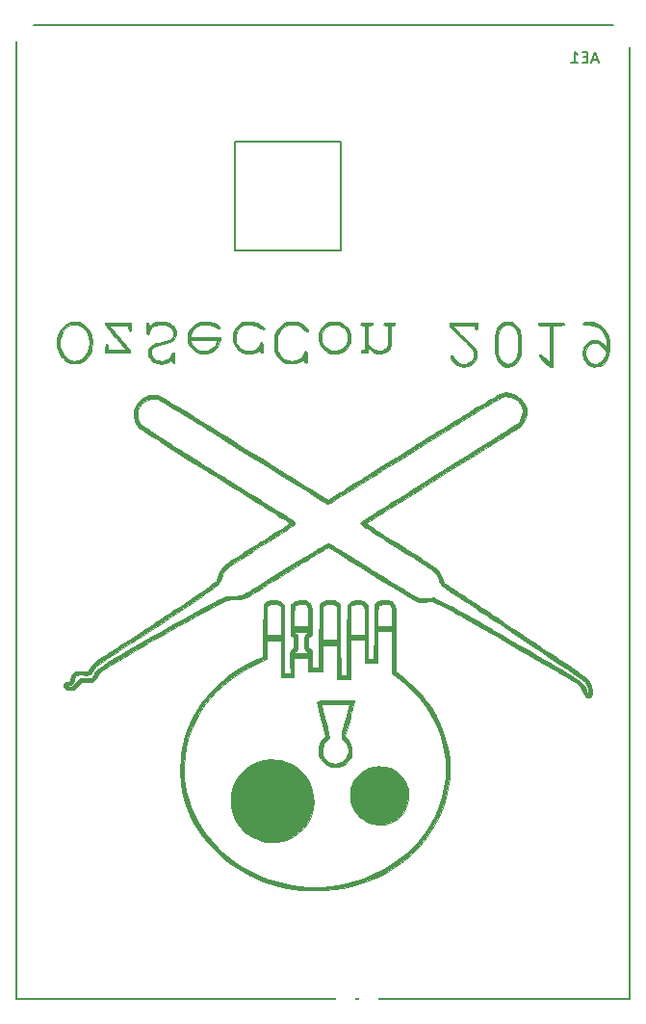
<source format=gbo>
G04 #@! TF.FileFunction,Legend,Bot*
%FSLAX46Y46*%
G04 Gerber Fmt 4.6, Leading zero omitted, Abs format (unit mm)*
G04 Created by KiCad (PCBNEW 4.0.7-e2-6376~58~ubuntu16.04.1) date Mon Apr 22 12:57:07 2019*
%MOMM*%
%LPD*%
G01*
G04 APERTURE LIST*
%ADD10C,0.100000*%
%ADD11C,0.150000*%
%ADD12C,0.010000*%
%ADD13C,1.924000*%
%ADD14R,2.100000X2.100000*%
%ADD15O,2.100000X2.100000*%
%ADD16C,1.850000*%
%ADD17O,2.300000X1.600000*%
G04 APERTURE END LIST*
D10*
D11*
X193518000Y-25490000D02*
X193518000Y-35110000D01*
X193518000Y-35110000D02*
X184198000Y-35110000D01*
X184198000Y-25490000D02*
X184198000Y-35110000D01*
X193518000Y-25490000D02*
X184198000Y-25490000D01*
X164968000Y-16740000D02*
X164968000Y-100840000D01*
X217448000Y-15240000D02*
X166468000Y-15240000D01*
X218948000Y-17240000D02*
X218948000Y-100840000D01*
X218948000Y-100840000D02*
X164968000Y-100840000D01*
D12*
G36*
X170290044Y-45016385D02*
X170432678Y-45000587D01*
X170555568Y-44965748D01*
X170691042Y-44905663D01*
X170693272Y-44904569D01*
X170965084Y-44726639D01*
X171206023Y-44481538D01*
X171405530Y-44184290D01*
X171553047Y-43849916D01*
X171623817Y-43580602D01*
X171652536Y-43308538D01*
X171648419Y-43006658D01*
X171614042Y-42709663D01*
X171551978Y-42452252D01*
X171536964Y-42409878D01*
X171384185Y-42099805D01*
X171178700Y-41822120D01*
X170935107Y-41592182D01*
X170668003Y-41425347D01*
X170557738Y-41379683D01*
X170374282Y-41339368D01*
X170144912Y-41323212D01*
X169904771Y-41330912D01*
X169689001Y-41362166D01*
X169597211Y-41387939D01*
X169448004Y-41465068D01*
X169273385Y-41591960D01*
X169096101Y-41748745D01*
X168938900Y-41915552D01*
X168837042Y-42051984D01*
X168673995Y-42385669D01*
X168574737Y-42757828D01*
X168539874Y-43150576D01*
X168543714Y-43200973D01*
X168788971Y-43200973D01*
X168818323Y-42841956D01*
X168915951Y-42491074D01*
X169082298Y-42160546D01*
X169253323Y-41932332D01*
X169467045Y-41750076D01*
X169724041Y-41628946D01*
X170005537Y-41572460D01*
X170292759Y-41584136D01*
X170566935Y-41667492D01*
X170594921Y-41680904D01*
X170852082Y-41854577D01*
X171066329Y-42090819D01*
X171232619Y-42376474D01*
X171345906Y-42698385D01*
X171401147Y-43043396D01*
X171393296Y-43398350D01*
X171347834Y-43644623D01*
X171229230Y-43976969D01*
X171062657Y-44257053D01*
X170857121Y-44481146D01*
X170621627Y-44645518D01*
X170365179Y-44746439D01*
X170096784Y-44780178D01*
X169825446Y-44743006D01*
X169560171Y-44631192D01*
X169345466Y-44474036D01*
X169106143Y-44204658D01*
X168933324Y-43894543D01*
X168827452Y-43555909D01*
X168788971Y-43200973D01*
X168543714Y-43200973D01*
X168570011Y-43546027D01*
X168665755Y-43926295D01*
X168765594Y-44161088D01*
X168905697Y-44378441D01*
X169096105Y-44593841D01*
X169310713Y-44781331D01*
X169523419Y-44914951D01*
X169523834Y-44915151D01*
X169657846Y-44970497D01*
X169794857Y-45002484D01*
X169966279Y-45016838D01*
X170095334Y-45019350D01*
X170290044Y-45016385D01*
X170290044Y-45016385D01*
G37*
X170290044Y-45016385D02*
X170432678Y-45000587D01*
X170555568Y-44965748D01*
X170691042Y-44905663D01*
X170693272Y-44904569D01*
X170965084Y-44726639D01*
X171206023Y-44481538D01*
X171405530Y-44184290D01*
X171553047Y-43849916D01*
X171623817Y-43580602D01*
X171652536Y-43308538D01*
X171648419Y-43006658D01*
X171614042Y-42709663D01*
X171551978Y-42452252D01*
X171536964Y-42409878D01*
X171384185Y-42099805D01*
X171178700Y-41822120D01*
X170935107Y-41592182D01*
X170668003Y-41425347D01*
X170557738Y-41379683D01*
X170374282Y-41339368D01*
X170144912Y-41323212D01*
X169904771Y-41330912D01*
X169689001Y-41362166D01*
X169597211Y-41387939D01*
X169448004Y-41465068D01*
X169273385Y-41591960D01*
X169096101Y-41748745D01*
X168938900Y-41915552D01*
X168837042Y-42051984D01*
X168673995Y-42385669D01*
X168574737Y-42757828D01*
X168539874Y-43150576D01*
X168543714Y-43200973D01*
X168788971Y-43200973D01*
X168818323Y-42841956D01*
X168915951Y-42491074D01*
X169082298Y-42160546D01*
X169253323Y-41932332D01*
X169467045Y-41750076D01*
X169724041Y-41628946D01*
X170005537Y-41572460D01*
X170292759Y-41584136D01*
X170566935Y-41667492D01*
X170594921Y-41680904D01*
X170852082Y-41854577D01*
X171066329Y-42090819D01*
X171232619Y-42376474D01*
X171345906Y-42698385D01*
X171401147Y-43043396D01*
X171393296Y-43398350D01*
X171347834Y-43644623D01*
X171229230Y-43976969D01*
X171062657Y-44257053D01*
X170857121Y-44481146D01*
X170621627Y-44645518D01*
X170365179Y-44746439D01*
X170096784Y-44780178D01*
X169825446Y-44743006D01*
X169560171Y-44631192D01*
X169345466Y-44474036D01*
X169106143Y-44204658D01*
X168933324Y-43894543D01*
X168827452Y-43555909D01*
X168788971Y-43200973D01*
X168543714Y-43200973D01*
X168570011Y-43546027D01*
X168665755Y-43926295D01*
X168765594Y-44161088D01*
X168905697Y-44378441D01*
X169096105Y-44593841D01*
X169310713Y-44781331D01*
X169523419Y-44914951D01*
X169523834Y-44915151D01*
X169657846Y-44970497D01*
X169794857Y-45002484D01*
X169966279Y-45016838D01*
X170095334Y-45019350D01*
X170290044Y-45016385D01*
G36*
X178036094Y-44993228D02*
X178334027Y-44880808D01*
X178450761Y-44810769D01*
X178561742Y-44737745D01*
X178620190Y-44710985D01*
X178642900Y-44728152D01*
X178646667Y-44783484D01*
X178678394Y-44878505D01*
X178753469Y-44939306D01*
X178838068Y-44942346D01*
X178867391Y-44917907D01*
X178885473Y-44862031D01*
X178893947Y-44760025D01*
X178894447Y-44597198D01*
X178891524Y-44461360D01*
X178885603Y-44260620D01*
X178877997Y-44129632D01*
X178864898Y-44053507D01*
X178842501Y-44017357D01*
X178807002Y-44006292D01*
X178775006Y-44005500D01*
X178705977Y-44017960D01*
X178665116Y-44070154D01*
X178635151Y-44184307D01*
X178634838Y-44185890D01*
X178555684Y-44384032D01*
X178413130Y-44546350D01*
X178222067Y-44669253D01*
X177997385Y-44749150D01*
X177753974Y-44782451D01*
X177506725Y-44765566D01*
X177270527Y-44694905D01*
X177060272Y-44566877D01*
X177059017Y-44565844D01*
X176895614Y-44388725D01*
X176805991Y-44193844D01*
X176793016Y-43992983D01*
X176859557Y-43797925D01*
X176868438Y-43782864D01*
X176976575Y-43649702D01*
X177127201Y-43546256D01*
X177335499Y-43464139D01*
X177542059Y-43410758D01*
X177900274Y-43325105D01*
X178209976Y-43238076D01*
X178461476Y-43152843D01*
X178645085Y-43072580D01*
X178725006Y-43023385D01*
X178886860Y-42850226D01*
X178986576Y-42636064D01*
X179024100Y-42397461D01*
X178999377Y-42150983D01*
X178912354Y-41913193D01*
X178762975Y-41700655D01*
X178729460Y-41666358D01*
X178547072Y-41516312D01*
X178350140Y-41415641D01*
X178117176Y-41356583D01*
X177826691Y-41331375D01*
X177800000Y-41330579D01*
X177611541Y-41329474D01*
X177444786Y-41335430D01*
X177325113Y-41347247D01*
X177292000Y-41354599D01*
X177118027Y-41425275D01*
X176946286Y-41517571D01*
X176808517Y-41613390D01*
X176762834Y-41656358D01*
X176678167Y-41750391D01*
X176657000Y-41612330D01*
X176619453Y-41497949D01*
X176558505Y-41425111D01*
X176491659Y-41407669D01*
X176444777Y-41444334D01*
X176427561Y-41511888D01*
X176413846Y-41642598D01*
X176405427Y-41814971D01*
X176403648Y-41936567D01*
X176406469Y-42147671D01*
X176416956Y-42288851D01*
X176437007Y-42374653D01*
X176466500Y-42418000D01*
X176545344Y-42441137D01*
X176616677Y-42399124D01*
X176655363Y-42309627D01*
X176657000Y-42284131D01*
X176686910Y-42154980D01*
X176763961Y-42004915D01*
X176869139Y-41865856D01*
X176950680Y-41791149D01*
X177200978Y-41655231D01*
X177497428Y-41583991D01*
X177715334Y-41571334D01*
X178026474Y-41600266D01*
X178292641Y-41683098D01*
X178506581Y-41813885D01*
X178661039Y-41986684D01*
X178748763Y-42195549D01*
X178762959Y-42429882D01*
X178739492Y-42573282D01*
X178689315Y-42678284D01*
X178592005Y-42785305D01*
X178575542Y-42800808D01*
X178505262Y-42861773D01*
X178432104Y-42910531D01*
X178340605Y-42952942D01*
X178215301Y-42994865D01*
X178040728Y-43042163D01*
X177801422Y-43100695D01*
X177755162Y-43111715D01*
X177516343Y-43171949D01*
X177293588Y-43234435D01*
X177106024Y-43293352D01*
X176972779Y-43342879D01*
X176933419Y-43361783D01*
X176736245Y-43515029D01*
X176605438Y-43706043D01*
X176539676Y-43921736D01*
X176537633Y-44149018D01*
X176597988Y-44374803D01*
X176719415Y-44586000D01*
X176900592Y-44769521D01*
X177087716Y-44887641D01*
X177395844Y-44997609D01*
X177717668Y-45032483D01*
X178036094Y-44993228D01*
X178036094Y-44993228D01*
G37*
X178036094Y-44993228D02*
X178334027Y-44880808D01*
X178450761Y-44810769D01*
X178561742Y-44737745D01*
X178620190Y-44710985D01*
X178642900Y-44728152D01*
X178646667Y-44783484D01*
X178678394Y-44878505D01*
X178753469Y-44939306D01*
X178838068Y-44942346D01*
X178867391Y-44917907D01*
X178885473Y-44862031D01*
X178893947Y-44760025D01*
X178894447Y-44597198D01*
X178891524Y-44461360D01*
X178885603Y-44260620D01*
X178877997Y-44129632D01*
X178864898Y-44053507D01*
X178842501Y-44017357D01*
X178807002Y-44006292D01*
X178775006Y-44005500D01*
X178705977Y-44017960D01*
X178665116Y-44070154D01*
X178635151Y-44184307D01*
X178634838Y-44185890D01*
X178555684Y-44384032D01*
X178413130Y-44546350D01*
X178222067Y-44669253D01*
X177997385Y-44749150D01*
X177753974Y-44782451D01*
X177506725Y-44765566D01*
X177270527Y-44694905D01*
X177060272Y-44566877D01*
X177059017Y-44565844D01*
X176895614Y-44388725D01*
X176805991Y-44193844D01*
X176793016Y-43992983D01*
X176859557Y-43797925D01*
X176868438Y-43782864D01*
X176976575Y-43649702D01*
X177127201Y-43546256D01*
X177335499Y-43464139D01*
X177542059Y-43410758D01*
X177900274Y-43325105D01*
X178209976Y-43238076D01*
X178461476Y-43152843D01*
X178645085Y-43072580D01*
X178725006Y-43023385D01*
X178886860Y-42850226D01*
X178986576Y-42636064D01*
X179024100Y-42397461D01*
X178999377Y-42150983D01*
X178912354Y-41913193D01*
X178762975Y-41700655D01*
X178729460Y-41666358D01*
X178547072Y-41516312D01*
X178350140Y-41415641D01*
X178117176Y-41356583D01*
X177826691Y-41331375D01*
X177800000Y-41330579D01*
X177611541Y-41329474D01*
X177444786Y-41335430D01*
X177325113Y-41347247D01*
X177292000Y-41354599D01*
X177118027Y-41425275D01*
X176946286Y-41517571D01*
X176808517Y-41613390D01*
X176762834Y-41656358D01*
X176678167Y-41750391D01*
X176657000Y-41612330D01*
X176619453Y-41497949D01*
X176558505Y-41425111D01*
X176491659Y-41407669D01*
X176444777Y-41444334D01*
X176427561Y-41511888D01*
X176413846Y-41642598D01*
X176405427Y-41814971D01*
X176403648Y-41936567D01*
X176406469Y-42147671D01*
X176416956Y-42288851D01*
X176437007Y-42374653D01*
X176466500Y-42418000D01*
X176545344Y-42441137D01*
X176616677Y-42399124D01*
X176655363Y-42309627D01*
X176657000Y-42284131D01*
X176686910Y-42154980D01*
X176763961Y-42004915D01*
X176869139Y-41865856D01*
X176950680Y-41791149D01*
X177200978Y-41655231D01*
X177497428Y-41583991D01*
X177715334Y-41571334D01*
X178026474Y-41600266D01*
X178292641Y-41683098D01*
X178506581Y-41813885D01*
X178661039Y-41986684D01*
X178748763Y-42195549D01*
X178762959Y-42429882D01*
X178739492Y-42573282D01*
X178689315Y-42678284D01*
X178592005Y-42785305D01*
X178575542Y-42800808D01*
X178505262Y-42861773D01*
X178432104Y-42910531D01*
X178340605Y-42952942D01*
X178215301Y-42994865D01*
X178040728Y-43042163D01*
X177801422Y-43100695D01*
X177755162Y-43111715D01*
X177516343Y-43171949D01*
X177293588Y-43234435D01*
X177106024Y-43293352D01*
X176972779Y-43342879D01*
X176933419Y-43361783D01*
X176736245Y-43515029D01*
X176605438Y-43706043D01*
X176539676Y-43921736D01*
X176537633Y-44149018D01*
X176597988Y-44374803D01*
X176719415Y-44586000D01*
X176900592Y-44769521D01*
X177087716Y-44887641D01*
X177395844Y-44997609D01*
X177717668Y-45032483D01*
X178036094Y-44993228D01*
G36*
X181751494Y-44115472D02*
X182005190Y-44061529D01*
X182223520Y-43960596D01*
X182428249Y-43804537D01*
X182502387Y-43733720D01*
X182676656Y-43531015D01*
X182796256Y-43316667D01*
X182873720Y-43063987D01*
X182906533Y-42873084D01*
X182933842Y-42672000D01*
X180297667Y-42672000D01*
X180298080Y-42576750D01*
X180326739Y-42436722D01*
X180401676Y-42265678D01*
X180507842Y-42090970D01*
X180630184Y-41939951D01*
X180669495Y-41901812D01*
X180845976Y-41757683D01*
X181010302Y-41664473D01*
X181192485Y-41610181D01*
X181422540Y-41582808D01*
X181475432Y-41579589D01*
X181878147Y-41592852D01*
X182243615Y-41677318D01*
X182565395Y-41831494D01*
X182566338Y-41832092D01*
X182720816Y-41913682D01*
X182823082Y-41929127D01*
X182873783Y-41878422D01*
X182880000Y-41828817D01*
X182840448Y-41737362D01*
X182729219Y-41636421D01*
X182557456Y-41534099D01*
X182350834Y-41443924D01*
X182170207Y-41388710D01*
X181963461Y-41353254D01*
X181703922Y-41333248D01*
X181652334Y-41331062D01*
X181441490Y-41325236D01*
X181289898Y-41328940D01*
X181172391Y-41345230D01*
X181063803Y-41377164D01*
X180971878Y-41413725D01*
X180653687Y-41586941D01*
X180397386Y-41813491D01*
X180296251Y-41939691D01*
X180159865Y-42169015D01*
X180079004Y-42411160D01*
X180045630Y-42693424D01*
X180043667Y-42797561D01*
X180049089Y-42986630D01*
X180055392Y-43027763D01*
X180296811Y-43027763D01*
X180315763Y-42986722D01*
X180372210Y-42958427D01*
X180474056Y-42940530D01*
X180629206Y-42930686D01*
X180845564Y-42926547D01*
X181131036Y-42925767D01*
X181480045Y-42926000D01*
X182662423Y-42926000D01*
X182624977Y-43056568D01*
X182504717Y-43332909D01*
X182322902Y-43560494D01*
X182090884Y-43733619D01*
X181820011Y-43846578D01*
X181521634Y-43893666D01*
X181207103Y-43869180D01*
X181073533Y-43836363D01*
X180852835Y-43735209D01*
X180640836Y-43575915D01*
X180465952Y-43382679D01*
X180385879Y-43250825D01*
X180339774Y-43157468D01*
X180307450Y-43083896D01*
X180296811Y-43027763D01*
X180055392Y-43027763D01*
X180071061Y-43130016D01*
X180118146Y-43266326D01*
X180173864Y-43384691D01*
X180356072Y-43659878D01*
X180602209Y-43881792D01*
X180872539Y-44034624D01*
X181015823Y-44087894D01*
X181171692Y-44117842D01*
X181371361Y-44129738D01*
X181440667Y-44130558D01*
X181751494Y-44115472D01*
X181751494Y-44115472D01*
G37*
X181751494Y-44115472D02*
X182005190Y-44061529D01*
X182223520Y-43960596D01*
X182428249Y-43804537D01*
X182502387Y-43733720D01*
X182676656Y-43531015D01*
X182796256Y-43316667D01*
X182873720Y-43063987D01*
X182906533Y-42873084D01*
X182933842Y-42672000D01*
X180297667Y-42672000D01*
X180298080Y-42576750D01*
X180326739Y-42436722D01*
X180401676Y-42265678D01*
X180507842Y-42090970D01*
X180630184Y-41939951D01*
X180669495Y-41901812D01*
X180845976Y-41757683D01*
X181010302Y-41664473D01*
X181192485Y-41610181D01*
X181422540Y-41582808D01*
X181475432Y-41579589D01*
X181878147Y-41592852D01*
X182243615Y-41677318D01*
X182565395Y-41831494D01*
X182566338Y-41832092D01*
X182720816Y-41913682D01*
X182823082Y-41929127D01*
X182873783Y-41878422D01*
X182880000Y-41828817D01*
X182840448Y-41737362D01*
X182729219Y-41636421D01*
X182557456Y-41534099D01*
X182350834Y-41443924D01*
X182170207Y-41388710D01*
X181963461Y-41353254D01*
X181703922Y-41333248D01*
X181652334Y-41331062D01*
X181441490Y-41325236D01*
X181289898Y-41328940D01*
X181172391Y-41345230D01*
X181063803Y-41377164D01*
X180971878Y-41413725D01*
X180653687Y-41586941D01*
X180397386Y-41813491D01*
X180296251Y-41939691D01*
X180159865Y-42169015D01*
X180079004Y-42411160D01*
X180045630Y-42693424D01*
X180043667Y-42797561D01*
X180049089Y-42986630D01*
X180055392Y-43027763D01*
X180296811Y-43027763D01*
X180315763Y-42986722D01*
X180372210Y-42958427D01*
X180474056Y-42940530D01*
X180629206Y-42930686D01*
X180845564Y-42926547D01*
X181131036Y-42925767D01*
X181480045Y-42926000D01*
X182662423Y-42926000D01*
X182624977Y-43056568D01*
X182504717Y-43332909D01*
X182322902Y-43560494D01*
X182090884Y-43733619D01*
X181820011Y-43846578D01*
X181521634Y-43893666D01*
X181207103Y-43869180D01*
X181073533Y-43836363D01*
X180852835Y-43735209D01*
X180640836Y-43575915D01*
X180465952Y-43382679D01*
X180385879Y-43250825D01*
X180339774Y-43157468D01*
X180307450Y-43083896D01*
X180296811Y-43027763D01*
X180055392Y-43027763D01*
X180071061Y-43130016D01*
X180118146Y-43266326D01*
X180173864Y-43384691D01*
X180356072Y-43659878D01*
X180602209Y-43881792D01*
X180872539Y-44034624D01*
X181015823Y-44087894D01*
X181171692Y-44117842D01*
X181371361Y-44129738D01*
X181440667Y-44130558D01*
X181751494Y-44115472D01*
G36*
X185696764Y-44115812D02*
X185940318Y-44065394D01*
X186154157Y-43971369D01*
X186274809Y-43893869D01*
X186354659Y-43839857D01*
X186387178Y-43835063D01*
X186393632Y-43879082D01*
X186393667Y-43891601D01*
X186424992Y-43988315D01*
X186499506Y-44050056D01*
X186585117Y-44053327D01*
X186615055Y-44028296D01*
X186633201Y-43971130D01*
X186641303Y-43866793D01*
X186641108Y-43700252D01*
X186638573Y-43593508D01*
X186632041Y-43397670D01*
X186623080Y-43270815D01*
X186608016Y-43197268D01*
X186583176Y-43161352D01*
X186544884Y-43147394D01*
X186533592Y-43145613D01*
X186467692Y-43152246D01*
X186424620Y-43208994D01*
X186397058Y-43293780D01*
X186327526Y-43478246D01*
X186222036Y-43614152D01*
X186059099Y-43726895D01*
X186007592Y-43754072D01*
X185734623Y-43852550D01*
X185441600Y-43889732D01*
X185149717Y-43867224D01*
X184880170Y-43786636D01*
X184656577Y-43651590D01*
X184550729Y-43542406D01*
X184440661Y-43396146D01*
X184382076Y-43300886D01*
X184318817Y-43176310D01*
X184281375Y-43066531D01*
X184263302Y-42941041D01*
X184258152Y-42769331D01*
X184258131Y-42714334D01*
X184274076Y-42446086D01*
X184327258Y-42233732D01*
X184428153Y-42052840D01*
X184587233Y-41878981D01*
X184634638Y-41836110D01*
X184823344Y-41699906D01*
X185030013Y-41615850D01*
X185275281Y-41578012D01*
X185533285Y-41577941D01*
X185744859Y-41596354D01*
X185916257Y-41635302D01*
X186091422Y-41705725D01*
X186139667Y-41728900D01*
X186299513Y-41813583D01*
X186447307Y-41902349D01*
X186544868Y-41971271D01*
X186635768Y-42037587D01*
X186696861Y-42050721D01*
X186750978Y-42022913D01*
X186802052Y-41966728D01*
X186784247Y-41899293D01*
X186775165Y-41884196D01*
X186675939Y-41773360D01*
X186519959Y-41652412D01*
X186331207Y-41536745D01*
X186133662Y-41441754D01*
X186024125Y-41402080D01*
X185802469Y-41352379D01*
X185549118Y-41324882D01*
X185293128Y-41320276D01*
X185063557Y-41339243D01*
X184907017Y-41375778D01*
X184595679Y-41528004D01*
X184344677Y-41738377D01*
X184157487Y-42002314D01*
X184037584Y-42315230D01*
X183993820Y-42580306D01*
X184003098Y-42931904D01*
X184087440Y-43259303D01*
X184240994Y-43552216D01*
X184457910Y-43800355D01*
X184732336Y-43993434D01*
X184822976Y-44038171D01*
X184959890Y-44087331D01*
X185118541Y-44115885D01*
X185326133Y-44128135D01*
X185398834Y-44129248D01*
X185696764Y-44115812D01*
X185696764Y-44115812D01*
G37*
X185696764Y-44115812D02*
X185940318Y-44065394D01*
X186154157Y-43971369D01*
X186274809Y-43893869D01*
X186354659Y-43839857D01*
X186387178Y-43835063D01*
X186393632Y-43879082D01*
X186393667Y-43891601D01*
X186424992Y-43988315D01*
X186499506Y-44050056D01*
X186585117Y-44053327D01*
X186615055Y-44028296D01*
X186633201Y-43971130D01*
X186641303Y-43866793D01*
X186641108Y-43700252D01*
X186638573Y-43593508D01*
X186632041Y-43397670D01*
X186623080Y-43270815D01*
X186608016Y-43197268D01*
X186583176Y-43161352D01*
X186544884Y-43147394D01*
X186533592Y-43145613D01*
X186467692Y-43152246D01*
X186424620Y-43208994D01*
X186397058Y-43293780D01*
X186327526Y-43478246D01*
X186222036Y-43614152D01*
X186059099Y-43726895D01*
X186007592Y-43754072D01*
X185734623Y-43852550D01*
X185441600Y-43889732D01*
X185149717Y-43867224D01*
X184880170Y-43786636D01*
X184656577Y-43651590D01*
X184550729Y-43542406D01*
X184440661Y-43396146D01*
X184382076Y-43300886D01*
X184318817Y-43176310D01*
X184281375Y-43066531D01*
X184263302Y-42941041D01*
X184258152Y-42769331D01*
X184258131Y-42714334D01*
X184274076Y-42446086D01*
X184327258Y-42233732D01*
X184428153Y-42052840D01*
X184587233Y-41878981D01*
X184634638Y-41836110D01*
X184823344Y-41699906D01*
X185030013Y-41615850D01*
X185275281Y-41578012D01*
X185533285Y-41577941D01*
X185744859Y-41596354D01*
X185916257Y-41635302D01*
X186091422Y-41705725D01*
X186139667Y-41728900D01*
X186299513Y-41813583D01*
X186447307Y-41902349D01*
X186544868Y-41971271D01*
X186635768Y-42037587D01*
X186696861Y-42050721D01*
X186750978Y-42022913D01*
X186802052Y-41966728D01*
X186784247Y-41899293D01*
X186775165Y-41884196D01*
X186675939Y-41773360D01*
X186519959Y-41652412D01*
X186331207Y-41536745D01*
X186133662Y-41441754D01*
X186024125Y-41402080D01*
X185802469Y-41352379D01*
X185549118Y-41324882D01*
X185293128Y-41320276D01*
X185063557Y-41339243D01*
X184907017Y-41375778D01*
X184595679Y-41528004D01*
X184344677Y-41738377D01*
X184157487Y-42002314D01*
X184037584Y-42315230D01*
X183993820Y-42580306D01*
X184003098Y-42931904D01*
X184087440Y-43259303D01*
X184240994Y-43552216D01*
X184457910Y-43800355D01*
X184732336Y-43993434D01*
X184822976Y-44038171D01*
X184959890Y-44087331D01*
X185118541Y-44115885D01*
X185326133Y-44128135D01*
X185398834Y-44129248D01*
X185696764Y-44115812D01*
G36*
X189165610Y-45018873D02*
X189500396Y-44994911D01*
X189781728Y-44923917D01*
X190030356Y-44799625D01*
X190135170Y-44726109D01*
X190288334Y-44609285D01*
X190288334Y-44736126D01*
X190313885Y-44856770D01*
X190378891Y-44933375D01*
X190465875Y-44946918D01*
X190478294Y-44942899D01*
X190509587Y-44890560D01*
X190531709Y-44775125D01*
X190544650Y-44617666D01*
X190548398Y-44439258D01*
X190542943Y-44260974D01*
X190528271Y-44103886D01*
X190504373Y-43989069D01*
X190478834Y-43942000D01*
X190400059Y-43918323D01*
X190329664Y-43960996D01*
X190290458Y-44052939D01*
X190288175Y-44084767D01*
X190248508Y-44238251D01*
X190139784Y-44392369D01*
X189976637Y-44534926D01*
X189773698Y-44653724D01*
X189545600Y-44736565D01*
X189491001Y-44749275D01*
X189154331Y-44779329D01*
X188836879Y-44729486D01*
X188546548Y-44603754D01*
X188291242Y-44406144D01*
X188078866Y-44140664D01*
X187994392Y-43990096D01*
X187954943Y-43902819D01*
X187927768Y-43815625D01*
X187910631Y-43710395D01*
X187901295Y-43569008D01*
X187897522Y-43373344D01*
X187896992Y-43201167D01*
X187898239Y-42958951D01*
X187903495Y-42783188D01*
X187915034Y-42655686D01*
X187935129Y-42558250D01*
X187966053Y-42472684D01*
X187995989Y-42408842D01*
X188177383Y-42123815D01*
X188411881Y-41879813D01*
X188643455Y-41718074D01*
X188755791Y-41659668D01*
X188854011Y-41622796D01*
X188963414Y-41602570D01*
X189109296Y-41594104D01*
X189293500Y-41592500D01*
X189522948Y-41597250D01*
X189697468Y-41618109D01*
X189841772Y-41664992D01*
X189980573Y-41747816D01*
X190138584Y-41876494D01*
X190248265Y-41975582D01*
X190410650Y-42109891D01*
X190527943Y-42172842D01*
X190600035Y-42164405D01*
X190626816Y-42084553D01*
X190627000Y-42073859D01*
X190592458Y-41977368D01*
X190499488Y-41855722D01*
X190364074Y-41724154D01*
X190202202Y-41597898D01*
X190029856Y-41492186D01*
X190001496Y-41477763D01*
X189849753Y-41408659D01*
X189717056Y-41365975D01*
X189570606Y-41342337D01*
X189377603Y-41330367D01*
X189340140Y-41329040D01*
X189073010Y-41330271D01*
X188874154Y-41353314D01*
X188800071Y-41373916D01*
X188471817Y-41537299D01*
X188174839Y-41764703D01*
X187926789Y-42040062D01*
X187755956Y-42324102D01*
X187711175Y-42424796D01*
X187680015Y-42515578D01*
X187660022Y-42614963D01*
X187648743Y-42741465D01*
X187643723Y-42913600D01*
X187642507Y-43149881D01*
X187642500Y-43180000D01*
X187642500Y-43793834D01*
X187795182Y-44113532D01*
X187937196Y-44379049D01*
X188084347Y-44579878D01*
X188254163Y-44735087D01*
X188464169Y-44863745D01*
X188502482Y-44883047D01*
X188648351Y-44950937D01*
X188767734Y-44991937D01*
X188891987Y-45012468D01*
X189052464Y-45018953D01*
X189165610Y-45018873D01*
X189165610Y-45018873D01*
G37*
X189165610Y-45018873D02*
X189500396Y-44994911D01*
X189781728Y-44923917D01*
X190030356Y-44799625D01*
X190135170Y-44726109D01*
X190288334Y-44609285D01*
X190288334Y-44736126D01*
X190313885Y-44856770D01*
X190378891Y-44933375D01*
X190465875Y-44946918D01*
X190478294Y-44942899D01*
X190509587Y-44890560D01*
X190531709Y-44775125D01*
X190544650Y-44617666D01*
X190548398Y-44439258D01*
X190542943Y-44260974D01*
X190528271Y-44103886D01*
X190504373Y-43989069D01*
X190478834Y-43942000D01*
X190400059Y-43918323D01*
X190329664Y-43960996D01*
X190290458Y-44052939D01*
X190288175Y-44084767D01*
X190248508Y-44238251D01*
X190139784Y-44392369D01*
X189976637Y-44534926D01*
X189773698Y-44653724D01*
X189545600Y-44736565D01*
X189491001Y-44749275D01*
X189154331Y-44779329D01*
X188836879Y-44729486D01*
X188546548Y-44603754D01*
X188291242Y-44406144D01*
X188078866Y-44140664D01*
X187994392Y-43990096D01*
X187954943Y-43902819D01*
X187927768Y-43815625D01*
X187910631Y-43710395D01*
X187901295Y-43569008D01*
X187897522Y-43373344D01*
X187896992Y-43201167D01*
X187898239Y-42958951D01*
X187903495Y-42783188D01*
X187915034Y-42655686D01*
X187935129Y-42558250D01*
X187966053Y-42472684D01*
X187995989Y-42408842D01*
X188177383Y-42123815D01*
X188411881Y-41879813D01*
X188643455Y-41718074D01*
X188755791Y-41659668D01*
X188854011Y-41622796D01*
X188963414Y-41602570D01*
X189109296Y-41594104D01*
X189293500Y-41592500D01*
X189522948Y-41597250D01*
X189697468Y-41618109D01*
X189841772Y-41664992D01*
X189980573Y-41747816D01*
X190138584Y-41876494D01*
X190248265Y-41975582D01*
X190410650Y-42109891D01*
X190527943Y-42172842D01*
X190600035Y-42164405D01*
X190626816Y-42084553D01*
X190627000Y-42073859D01*
X190592458Y-41977368D01*
X190499488Y-41855722D01*
X190364074Y-41724154D01*
X190202202Y-41597898D01*
X190029856Y-41492186D01*
X190001496Y-41477763D01*
X189849753Y-41408659D01*
X189717056Y-41365975D01*
X189570606Y-41342337D01*
X189377603Y-41330367D01*
X189340140Y-41329040D01*
X189073010Y-41330271D01*
X188874154Y-41353314D01*
X188800071Y-41373916D01*
X188471817Y-41537299D01*
X188174839Y-41764703D01*
X187926789Y-42040062D01*
X187755956Y-42324102D01*
X187711175Y-42424796D01*
X187680015Y-42515578D01*
X187660022Y-42614963D01*
X187648743Y-42741465D01*
X187643723Y-42913600D01*
X187642507Y-43149881D01*
X187642500Y-43180000D01*
X187642500Y-43793834D01*
X187795182Y-44113532D01*
X187937196Y-44379049D01*
X188084347Y-44579878D01*
X188254163Y-44735087D01*
X188464169Y-44863745D01*
X188502482Y-44883047D01*
X188648351Y-44950937D01*
X188767734Y-44991937D01*
X188891987Y-45012468D01*
X189052464Y-45018953D01*
X189165610Y-45018873D01*
G36*
X193241930Y-44115730D02*
X193517471Y-44036878D01*
X193549932Y-44022387D01*
X193820975Y-43866645D01*
X194031642Y-43674716D01*
X194204978Y-43424863D01*
X194228360Y-43382575D01*
X194298287Y-43245839D01*
X194340939Y-43133907D01*
X194363018Y-43016655D01*
X194371224Y-42863957D01*
X194372288Y-42735500D01*
X194352539Y-42422648D01*
X194287088Y-42165574D01*
X194168034Y-41944297D01*
X193987480Y-41738839D01*
X193972793Y-41724962D01*
X193765066Y-41549367D01*
X193570661Y-41433731D01*
X193360569Y-41366051D01*
X193105787Y-41334318D01*
X193018834Y-41330105D01*
X192753606Y-41330635D01*
X192556488Y-41353325D01*
X192484683Y-41373361D01*
X192180990Y-41528186D01*
X191917005Y-41745217D01*
X191709204Y-42009323D01*
X191629464Y-42158819D01*
X191559087Y-42393504D01*
X191532418Y-42668362D01*
X191537436Y-42754168D01*
X191778129Y-42754168D01*
X191806968Y-42453980D01*
X191915766Y-42177237D01*
X192102632Y-41929423D01*
X192278000Y-41776751D01*
X192433972Y-41675904D01*
X192588249Y-41614956D01*
X192768185Y-41586894D01*
X193001136Y-41584704D01*
X193024027Y-41585477D01*
X193207619Y-41595879D01*
X193337985Y-41616798D01*
X193446541Y-41656771D01*
X193564706Y-41724333D01*
X193586739Y-41738360D01*
X193825000Y-41937909D01*
X194007923Y-42188389D01*
X194097518Y-42392375D01*
X194131305Y-42586844D01*
X194128274Y-42818383D01*
X194091703Y-43049491D01*
X194024870Y-43242667D01*
X194022859Y-43246648D01*
X193856877Y-43483776D01*
X193631628Y-43678362D01*
X193366834Y-43818339D01*
X193082218Y-43891644D01*
X192955334Y-43899667D01*
X192666915Y-43860292D01*
X192395822Y-43749762D01*
X192157540Y-43579474D01*
X191967552Y-43360823D01*
X191841344Y-43105205D01*
X191831141Y-43072318D01*
X191778129Y-42754168D01*
X191537436Y-42754168D01*
X191548969Y-42951350D01*
X191608250Y-43210427D01*
X191646993Y-43307000D01*
X191817681Y-43579498D01*
X192048364Y-43817639D01*
X192316067Y-43998490D01*
X192362667Y-44021450D01*
X192633699Y-44107991D01*
X192937063Y-44139426D01*
X193241930Y-44115730D01*
X193241930Y-44115730D01*
G37*
X193241930Y-44115730D02*
X193517471Y-44036878D01*
X193549932Y-44022387D01*
X193820975Y-43866645D01*
X194031642Y-43674716D01*
X194204978Y-43424863D01*
X194228360Y-43382575D01*
X194298287Y-43245839D01*
X194340939Y-43133907D01*
X194363018Y-43016655D01*
X194371224Y-42863957D01*
X194372288Y-42735500D01*
X194352539Y-42422648D01*
X194287088Y-42165574D01*
X194168034Y-41944297D01*
X193987480Y-41738839D01*
X193972793Y-41724962D01*
X193765066Y-41549367D01*
X193570661Y-41433731D01*
X193360569Y-41366051D01*
X193105787Y-41334318D01*
X193018834Y-41330105D01*
X192753606Y-41330635D01*
X192556488Y-41353325D01*
X192484683Y-41373361D01*
X192180990Y-41528186D01*
X191917005Y-41745217D01*
X191709204Y-42009323D01*
X191629464Y-42158819D01*
X191559087Y-42393504D01*
X191532418Y-42668362D01*
X191537436Y-42754168D01*
X191778129Y-42754168D01*
X191806968Y-42453980D01*
X191915766Y-42177237D01*
X192102632Y-41929423D01*
X192278000Y-41776751D01*
X192433972Y-41675904D01*
X192588249Y-41614956D01*
X192768185Y-41586894D01*
X193001136Y-41584704D01*
X193024027Y-41585477D01*
X193207619Y-41595879D01*
X193337985Y-41616798D01*
X193446541Y-41656771D01*
X193564706Y-41724333D01*
X193586739Y-41738360D01*
X193825000Y-41937909D01*
X194007923Y-42188389D01*
X194097518Y-42392375D01*
X194131305Y-42586844D01*
X194128274Y-42818383D01*
X194091703Y-43049491D01*
X194024870Y-43242667D01*
X194022859Y-43246648D01*
X193856877Y-43483776D01*
X193631628Y-43678362D01*
X193366834Y-43818339D01*
X193082218Y-43891644D01*
X192955334Y-43899667D01*
X192666915Y-43860292D01*
X192395822Y-43749762D01*
X192157540Y-43579474D01*
X191967552Y-43360823D01*
X191841344Y-43105205D01*
X191831141Y-43072318D01*
X191778129Y-42754168D01*
X191537436Y-42754168D01*
X191548969Y-42951350D01*
X191608250Y-43210427D01*
X191646993Y-43307000D01*
X191817681Y-43579498D01*
X192048364Y-43817639D01*
X192316067Y-43998490D01*
X192362667Y-44021450D01*
X192633699Y-44107991D01*
X192937063Y-44139426D01*
X193241930Y-44115730D01*
G36*
X208523626Y-45236683D02*
X208760342Y-45111031D01*
X208970366Y-44920257D01*
X209142768Y-44667323D01*
X209185465Y-44579885D01*
X209259964Y-44394018D01*
X209314125Y-44205814D01*
X209350102Y-43998568D01*
X209370054Y-43755574D01*
X209376136Y-43460126D01*
X209371589Y-43137868D01*
X209358949Y-42803778D01*
X209336710Y-42537115D01*
X209300796Y-42320818D01*
X209247134Y-42137827D01*
X209171648Y-41971082D01*
X209070265Y-41803525D01*
X209043451Y-41763943D01*
X208871929Y-41557174D01*
X208682938Y-41422397D01*
X208456125Y-41348509D01*
X208240762Y-41326035D01*
X208067188Y-41322770D01*
X207945092Y-41334022D01*
X207841613Y-41366839D01*
X207723893Y-41428268D01*
X207700296Y-41441949D01*
X207493502Y-41591354D01*
X207328878Y-41777836D01*
X207202941Y-42010000D01*
X207112205Y-42296448D01*
X207053186Y-42645785D01*
X207022399Y-43066614D01*
X207020500Y-43120321D01*
X207019894Y-43264667D01*
X207286976Y-43264667D01*
X207288624Y-42989037D01*
X207293089Y-42781978D01*
X207301956Y-42627404D01*
X207316812Y-42509230D01*
X207339242Y-42411370D01*
X207370834Y-42317737D01*
X207383601Y-42284870D01*
X207511891Y-42018268D01*
X207659730Y-41808715D01*
X207818055Y-41668363D01*
X207861759Y-41643745D01*
X208044209Y-41587562D01*
X208251150Y-41574598D01*
X208446622Y-41604400D01*
X208560847Y-41652555D01*
X208746599Y-41812116D01*
X208906939Y-42045584D01*
X209011328Y-42275991D01*
X209045298Y-42374493D01*
X209069940Y-42472143D01*
X209086728Y-42584859D01*
X209097139Y-42728563D01*
X209102648Y-42919175D01*
X209104732Y-43172614D01*
X209104930Y-43285834D01*
X209102306Y-43615072D01*
X209091769Y-43875594D01*
X209070145Y-44083217D01*
X209034263Y-44253756D01*
X208980951Y-44403030D01*
X208907036Y-44546856D01*
X208826154Y-44675862D01*
X208655719Y-44866799D01*
X208454174Y-44986252D01*
X208235686Y-45034284D01*
X208014420Y-45010956D01*
X207804541Y-44916329D01*
X207620216Y-44750466D01*
X207560871Y-44670365D01*
X207467219Y-44515871D01*
X207396840Y-44362991D01*
X207346705Y-44196183D01*
X207313787Y-43999910D01*
X207295059Y-43758629D01*
X207287491Y-43456803D01*
X207286976Y-43264667D01*
X207019894Y-43264667D01*
X207018564Y-43581281D01*
X207046336Y-43971278D01*
X207106265Y-44299503D01*
X207200794Y-44575150D01*
X207332371Y-44807412D01*
X207503443Y-45005481D01*
X207528353Y-45028870D01*
X207762578Y-45193308D01*
X208013817Y-45280783D01*
X208271141Y-45294254D01*
X208523626Y-45236683D01*
X208523626Y-45236683D01*
G37*
X208523626Y-45236683D02*
X208760342Y-45111031D01*
X208970366Y-44920257D01*
X209142768Y-44667323D01*
X209185465Y-44579885D01*
X209259964Y-44394018D01*
X209314125Y-44205814D01*
X209350102Y-43998568D01*
X209370054Y-43755574D01*
X209376136Y-43460126D01*
X209371589Y-43137868D01*
X209358949Y-42803778D01*
X209336710Y-42537115D01*
X209300796Y-42320818D01*
X209247134Y-42137827D01*
X209171648Y-41971082D01*
X209070265Y-41803525D01*
X209043451Y-41763943D01*
X208871929Y-41557174D01*
X208682938Y-41422397D01*
X208456125Y-41348509D01*
X208240762Y-41326035D01*
X208067188Y-41322770D01*
X207945092Y-41334022D01*
X207841613Y-41366839D01*
X207723893Y-41428268D01*
X207700296Y-41441949D01*
X207493502Y-41591354D01*
X207328878Y-41777836D01*
X207202941Y-42010000D01*
X207112205Y-42296448D01*
X207053186Y-42645785D01*
X207022399Y-43066614D01*
X207020500Y-43120321D01*
X207019894Y-43264667D01*
X207286976Y-43264667D01*
X207288624Y-42989037D01*
X207293089Y-42781978D01*
X207301956Y-42627404D01*
X207316812Y-42509230D01*
X207339242Y-42411370D01*
X207370834Y-42317737D01*
X207383601Y-42284870D01*
X207511891Y-42018268D01*
X207659730Y-41808715D01*
X207818055Y-41668363D01*
X207861759Y-41643745D01*
X208044209Y-41587562D01*
X208251150Y-41574598D01*
X208446622Y-41604400D01*
X208560847Y-41652555D01*
X208746599Y-41812116D01*
X208906939Y-42045584D01*
X209011328Y-42275991D01*
X209045298Y-42374493D01*
X209069940Y-42472143D01*
X209086728Y-42584859D01*
X209097139Y-42728563D01*
X209102648Y-42919175D01*
X209104732Y-43172614D01*
X209104930Y-43285834D01*
X209102306Y-43615072D01*
X209091769Y-43875594D01*
X209070145Y-44083217D01*
X209034263Y-44253756D01*
X208980951Y-44403030D01*
X208907036Y-44546856D01*
X208826154Y-44675862D01*
X208655719Y-44866799D01*
X208454174Y-44986252D01*
X208235686Y-45034284D01*
X208014420Y-45010956D01*
X207804541Y-44916329D01*
X207620216Y-44750466D01*
X207560871Y-44670365D01*
X207467219Y-44515871D01*
X207396840Y-44362991D01*
X207346705Y-44196183D01*
X207313787Y-43999910D01*
X207295059Y-43758629D01*
X207287491Y-43456803D01*
X207286976Y-43264667D01*
X207019894Y-43264667D01*
X207018564Y-43581281D01*
X207046336Y-43971278D01*
X207106265Y-44299503D01*
X207200794Y-44575150D01*
X207332371Y-44807412D01*
X207503443Y-45005481D01*
X207528353Y-45028870D01*
X207762578Y-45193308D01*
X208013817Y-45280783D01*
X208271141Y-45294254D01*
X208523626Y-45236683D01*
G36*
X215984260Y-45272412D02*
X216191073Y-45243209D01*
X216340411Y-45193512D01*
X216586016Y-45025747D01*
X216794760Y-44789415D01*
X216962000Y-44494244D01*
X217083093Y-44149965D01*
X217153396Y-43766307D01*
X217170000Y-43455167D01*
X217135369Y-43011266D01*
X217034235Y-42603867D01*
X216870738Y-42239523D01*
X216649016Y-41924788D01*
X216373208Y-41666212D01*
X216047453Y-41470350D01*
X215871490Y-41399474D01*
X215684478Y-41352587D01*
X215469818Y-41325423D01*
X215254550Y-41318769D01*
X215065712Y-41333412D01*
X214930344Y-41370142D01*
X214926708Y-41371938D01*
X214839856Y-41443285D01*
X214804022Y-41528866D01*
X214828015Y-41602082D01*
X214845804Y-41616224D01*
X214923907Y-41625529D01*
X214982326Y-41606357D01*
X215064353Y-41586485D01*
X215201266Y-41576243D01*
X215363610Y-41577815D01*
X215365607Y-41577916D01*
X215706276Y-41635348D01*
X216018354Y-41766351D01*
X216294905Y-41962647D01*
X216528990Y-42215956D01*
X216713672Y-42517999D01*
X216842014Y-42860496D01*
X216907076Y-43235168D01*
X216913780Y-43425501D01*
X216911466Y-43560007D01*
X216903566Y-43621347D01*
X216883810Y-43621018D01*
X216845929Y-43570518D01*
X216839696Y-43561381D01*
X216615530Y-43287403D01*
X216370632Y-43089145D01*
X216110218Y-42968561D01*
X215839504Y-42927605D01*
X215563705Y-42968232D01*
X215411437Y-43026198D01*
X215191351Y-43163786D01*
X215007365Y-43359819D01*
X214872126Y-43577237D01*
X214806848Y-43766513D01*
X214779108Y-43981957D01*
X215021830Y-43981957D01*
X215091854Y-43724972D01*
X215234161Y-43493468D01*
X215257234Y-43466924D01*
X215462355Y-43291200D01*
X215684973Y-43196092D01*
X215919711Y-43183003D01*
X216129518Y-43239387D01*
X216305011Y-43342654D01*
X216490403Y-43501930D01*
X216662243Y-43695402D01*
X216744173Y-43811114D01*
X216874637Y-44014425D01*
X216778902Y-44281486D01*
X216646149Y-44559765D01*
X216474705Y-44778559D01*
X216274613Y-44934874D01*
X216055916Y-45025715D01*
X215828656Y-45048087D01*
X215602875Y-44998994D01*
X215388615Y-44875443D01*
X215246838Y-44738370D01*
X215099185Y-44505399D01*
X215024229Y-44247680D01*
X215021830Y-43981957D01*
X214779108Y-43981957D01*
X214776529Y-44001986D01*
X214781272Y-44252692D01*
X214821181Y-44487670D01*
X214868662Y-44623118D01*
X214998518Y-44834953D01*
X215176821Y-45032175D01*
X215373942Y-45182842D01*
X215403254Y-45199427D01*
X215558809Y-45250720D01*
X215762992Y-45274983D01*
X215984260Y-45272412D01*
X215984260Y-45272412D01*
G37*
X215984260Y-45272412D02*
X216191073Y-45243209D01*
X216340411Y-45193512D01*
X216586016Y-45025747D01*
X216794760Y-44789415D01*
X216962000Y-44494244D01*
X217083093Y-44149965D01*
X217153396Y-43766307D01*
X217170000Y-43455167D01*
X217135369Y-43011266D01*
X217034235Y-42603867D01*
X216870738Y-42239523D01*
X216649016Y-41924788D01*
X216373208Y-41666212D01*
X216047453Y-41470350D01*
X215871490Y-41399474D01*
X215684478Y-41352587D01*
X215469818Y-41325423D01*
X215254550Y-41318769D01*
X215065712Y-41333412D01*
X214930344Y-41370142D01*
X214926708Y-41371938D01*
X214839856Y-41443285D01*
X214804022Y-41528866D01*
X214828015Y-41602082D01*
X214845804Y-41616224D01*
X214923907Y-41625529D01*
X214982326Y-41606357D01*
X215064353Y-41586485D01*
X215201266Y-41576243D01*
X215363610Y-41577815D01*
X215365607Y-41577916D01*
X215706276Y-41635348D01*
X216018354Y-41766351D01*
X216294905Y-41962647D01*
X216528990Y-42215956D01*
X216713672Y-42517999D01*
X216842014Y-42860496D01*
X216907076Y-43235168D01*
X216913780Y-43425501D01*
X216911466Y-43560007D01*
X216903566Y-43621347D01*
X216883810Y-43621018D01*
X216845929Y-43570518D01*
X216839696Y-43561381D01*
X216615530Y-43287403D01*
X216370632Y-43089145D01*
X216110218Y-42968561D01*
X215839504Y-42927605D01*
X215563705Y-42968232D01*
X215411437Y-43026198D01*
X215191351Y-43163786D01*
X215007365Y-43359819D01*
X214872126Y-43577237D01*
X214806848Y-43766513D01*
X214779108Y-43981957D01*
X215021830Y-43981957D01*
X215091854Y-43724972D01*
X215234161Y-43493468D01*
X215257234Y-43466924D01*
X215462355Y-43291200D01*
X215684973Y-43196092D01*
X215919711Y-43183003D01*
X216129518Y-43239387D01*
X216305011Y-43342654D01*
X216490403Y-43501930D01*
X216662243Y-43695402D01*
X216744173Y-43811114D01*
X216874637Y-44014425D01*
X216778902Y-44281486D01*
X216646149Y-44559765D01*
X216474705Y-44778559D01*
X216274613Y-44934874D01*
X216055916Y-45025715D01*
X215828656Y-45048087D01*
X215602875Y-44998994D01*
X215388615Y-44875443D01*
X215246838Y-44738370D01*
X215099185Y-44505399D01*
X215024229Y-44247680D01*
X215021830Y-43981957D01*
X214779108Y-43981957D01*
X214776529Y-44001986D01*
X214781272Y-44252692D01*
X214821181Y-44487670D01*
X214868662Y-44623118D01*
X214998518Y-44834953D01*
X215176821Y-45032175D01*
X215373942Y-45182842D01*
X215403254Y-45199427D01*
X215558809Y-45250720D01*
X215762992Y-45274983D01*
X215984260Y-45272412D01*
G36*
X175005295Y-43952584D02*
X174990509Y-43893288D01*
X174942899Y-43807407D01*
X174856706Y-43687178D01*
X174726170Y-43524836D01*
X174545529Y-43312617D01*
X174444378Y-43196515D01*
X174238205Y-42961117D01*
X174018471Y-42710255D01*
X173803507Y-42464856D01*
X173611646Y-42245848D01*
X173489497Y-42106431D01*
X173094827Y-41656000D01*
X174836667Y-41656000D01*
X174837315Y-41857084D01*
X174849809Y-42029504D01*
X174888537Y-42127959D01*
X174957422Y-42160161D01*
X174989906Y-42157106D01*
X175028938Y-42139787D01*
X175054089Y-42094782D01*
X175069346Y-42005372D01*
X175078694Y-41854840D01*
X175081732Y-41771941D01*
X175093963Y-41402000D01*
X172762334Y-41402000D01*
X172763503Y-41518417D01*
X172776952Y-41569342D01*
X172819725Y-41646682D01*
X172896661Y-41756718D01*
X173012597Y-41905730D01*
X173172371Y-42099999D01*
X173380822Y-42345805D01*
X173570638Y-42566167D01*
X173783604Y-42812639D01*
X173984479Y-43045834D01*
X174164838Y-43255914D01*
X174316255Y-43433044D01*
X174430304Y-43567384D01*
X174498560Y-43649100D01*
X174504360Y-43656250D01*
X174632115Y-43815000D01*
X173062892Y-43815000D01*
X173050196Y-43571995D01*
X173037685Y-43429150D01*
X173014417Y-43351025D01*
X172973290Y-43317756D01*
X172957906Y-43313830D01*
X172889075Y-43317514D01*
X172843538Y-43367204D01*
X172817288Y-43474114D01*
X172806320Y-43649455D01*
X172805315Y-43740917D01*
X172804667Y-44069000D01*
X175006000Y-44069000D01*
X175005295Y-43952584D01*
X175005295Y-43952584D01*
G37*
X175005295Y-43952584D02*
X174990509Y-43893288D01*
X174942899Y-43807407D01*
X174856706Y-43687178D01*
X174726170Y-43524836D01*
X174545529Y-43312617D01*
X174444378Y-43196515D01*
X174238205Y-42961117D01*
X174018471Y-42710255D01*
X173803507Y-42464856D01*
X173611646Y-42245848D01*
X173489497Y-42106431D01*
X173094827Y-41656000D01*
X174836667Y-41656000D01*
X174837315Y-41857084D01*
X174849809Y-42029504D01*
X174888537Y-42127959D01*
X174957422Y-42160161D01*
X174989906Y-42157106D01*
X175028938Y-42139787D01*
X175054089Y-42094782D01*
X175069346Y-42005372D01*
X175078694Y-41854840D01*
X175081732Y-41771941D01*
X175093963Y-41402000D01*
X172762334Y-41402000D01*
X172763503Y-41518417D01*
X172776952Y-41569342D01*
X172819725Y-41646682D01*
X172896661Y-41756718D01*
X173012597Y-41905730D01*
X173172371Y-42099999D01*
X173380822Y-42345805D01*
X173570638Y-42566167D01*
X173783604Y-42812639D01*
X173984479Y-43045834D01*
X174164838Y-43255914D01*
X174316255Y-43433044D01*
X174430304Y-43567384D01*
X174498560Y-43649100D01*
X174504360Y-43656250D01*
X174632115Y-43815000D01*
X173062892Y-43815000D01*
X173050196Y-43571995D01*
X173037685Y-43429150D01*
X173014417Y-43351025D01*
X172973290Y-43317756D01*
X172957906Y-43313830D01*
X172889075Y-43317514D01*
X172843538Y-43367204D01*
X172817288Y-43474114D01*
X172806320Y-43649455D01*
X172805315Y-43740917D01*
X172804667Y-44069000D01*
X175006000Y-44069000D01*
X175005295Y-43952584D01*
G36*
X197093037Y-44135955D02*
X197357259Y-44061450D01*
X197566382Y-43939514D01*
X197669383Y-43858753D01*
X197749360Y-43775977D01*
X197809198Y-43679488D01*
X197851785Y-43557588D01*
X197880009Y-43398582D01*
X197896756Y-43190771D01*
X197904916Y-42922459D01*
X197907374Y-42581949D01*
X197907404Y-42558018D01*
X197908334Y-41660869D01*
X198087885Y-41647851D01*
X198211064Y-41628641D01*
X198270325Y-41588150D01*
X198282550Y-41555240D01*
X198280881Y-41491342D01*
X198239791Y-41447551D01*
X198147931Y-41420448D01*
X197993954Y-41406617D01*
X197775934Y-41402649D01*
X197568860Y-41405857D01*
X197431730Y-41417575D01*
X197350077Y-41439762D01*
X197316114Y-41464961D01*
X197277107Y-41552438D01*
X197314389Y-41617675D01*
X197420753Y-41652453D01*
X197483672Y-41656000D01*
X197654334Y-41656000D01*
X197654334Y-42538740D01*
X197653927Y-42834903D01*
X197651928Y-43058951D01*
X197647169Y-43223436D01*
X197638480Y-43340909D01*
X197624693Y-43423921D01*
X197604639Y-43485022D01*
X197577149Y-43536765D01*
X197558742Y-43565323D01*
X197397817Y-43734276D01*
X197186902Y-43844827D01*
X196944185Y-43888776D01*
X196846936Y-43886269D01*
X196564347Y-43828037D01*
X196317422Y-43699299D01*
X196093156Y-43493310D01*
X195918667Y-43295080D01*
X195918667Y-41660639D01*
X196119369Y-41647737D01*
X196249006Y-41631578D01*
X196314809Y-41598900D01*
X196335201Y-41555240D01*
X196334302Y-41493525D01*
X196296679Y-41450563D01*
X196211078Y-41423226D01*
X196066247Y-41408387D01*
X195850932Y-41402917D01*
X195786267Y-41402649D01*
X195569824Y-41405249D01*
X195423735Y-41414960D01*
X195333854Y-41433536D01*
X195286039Y-41462732D01*
X195284114Y-41464961D01*
X195243837Y-41552328D01*
X195280877Y-41616205D01*
X195389821Y-41651114D01*
X195472838Y-41656000D01*
X195664667Y-41656000D01*
X195664667Y-43815000D01*
X195494005Y-43815000D01*
X195361013Y-43834679D01*
X195294103Y-43888237D01*
X195300482Y-43967456D01*
X195326448Y-44006040D01*
X195400079Y-44046651D01*
X195541620Y-44066373D01*
X195648684Y-44069000D01*
X195918667Y-44069000D01*
X195918667Y-43634884D01*
X196104326Y-43806018D01*
X196293618Y-43962782D01*
X196468689Y-44062065D01*
X196659839Y-44118397D01*
X196796022Y-44137748D01*
X197093037Y-44135955D01*
X197093037Y-44135955D01*
G37*
X197093037Y-44135955D02*
X197357259Y-44061450D01*
X197566382Y-43939514D01*
X197669383Y-43858753D01*
X197749360Y-43775977D01*
X197809198Y-43679488D01*
X197851785Y-43557588D01*
X197880009Y-43398582D01*
X197896756Y-43190771D01*
X197904916Y-42922459D01*
X197907374Y-42581949D01*
X197907404Y-42558018D01*
X197908334Y-41660869D01*
X198087885Y-41647851D01*
X198211064Y-41628641D01*
X198270325Y-41588150D01*
X198282550Y-41555240D01*
X198280881Y-41491342D01*
X198239791Y-41447551D01*
X198147931Y-41420448D01*
X197993954Y-41406617D01*
X197775934Y-41402649D01*
X197568860Y-41405857D01*
X197431730Y-41417575D01*
X197350077Y-41439762D01*
X197316114Y-41464961D01*
X197277107Y-41552438D01*
X197314389Y-41617675D01*
X197420753Y-41652453D01*
X197483672Y-41656000D01*
X197654334Y-41656000D01*
X197654334Y-42538740D01*
X197653927Y-42834903D01*
X197651928Y-43058951D01*
X197647169Y-43223436D01*
X197638480Y-43340909D01*
X197624693Y-43423921D01*
X197604639Y-43485022D01*
X197577149Y-43536765D01*
X197558742Y-43565323D01*
X197397817Y-43734276D01*
X197186902Y-43844827D01*
X196944185Y-43888776D01*
X196846936Y-43886269D01*
X196564347Y-43828037D01*
X196317422Y-43699299D01*
X196093156Y-43493310D01*
X195918667Y-43295080D01*
X195918667Y-41660639D01*
X196119369Y-41647737D01*
X196249006Y-41631578D01*
X196314809Y-41598900D01*
X196335201Y-41555240D01*
X196334302Y-41493525D01*
X196296679Y-41450563D01*
X196211078Y-41423226D01*
X196066247Y-41408387D01*
X195850932Y-41402917D01*
X195786267Y-41402649D01*
X195569824Y-41405249D01*
X195423735Y-41414960D01*
X195333854Y-41433536D01*
X195286039Y-41462732D01*
X195284114Y-41464961D01*
X195243837Y-41552328D01*
X195280877Y-41616205D01*
X195389821Y-41651114D01*
X195472838Y-41656000D01*
X195664667Y-41656000D01*
X195664667Y-43815000D01*
X195494005Y-43815000D01*
X195361013Y-43834679D01*
X195294103Y-43888237D01*
X195300482Y-43967456D01*
X195326448Y-44006040D01*
X195400079Y-44046651D01*
X195541620Y-44066373D01*
X195648684Y-44069000D01*
X195918667Y-44069000D01*
X195918667Y-43634884D01*
X196104326Y-43806018D01*
X196293618Y-43962782D01*
X196468689Y-44062065D01*
X196659839Y-44118397D01*
X196796022Y-44137748D01*
X197093037Y-44135955D01*
G36*
X204643527Y-45252804D02*
X204924531Y-45136954D01*
X205119257Y-44997572D01*
X205317966Y-44779584D01*
X205437953Y-44540235D01*
X205484586Y-44268053D01*
X205485603Y-44214385D01*
X205483628Y-44119273D01*
X205475054Y-44031354D01*
X205455427Y-43945392D01*
X205420293Y-43856155D01*
X205365200Y-43758410D01*
X205285695Y-43646922D01*
X205177325Y-43516458D01*
X205035636Y-43361785D01*
X204856176Y-43177669D01*
X204634491Y-42958877D01*
X204366129Y-42700175D01*
X204046635Y-42396329D01*
X203671558Y-42042107D01*
X203498557Y-41879104D01*
X203263500Y-41657707D01*
X204266483Y-41656854D01*
X205269465Y-41656000D01*
X205282483Y-41835917D01*
X205296471Y-41949743D01*
X205326552Y-42001973D01*
X205387966Y-42015675D01*
X205401334Y-42015834D01*
X205456085Y-42011170D01*
X205488762Y-41985110D01*
X205506341Y-41919548D01*
X205515798Y-41796381D01*
X205519605Y-41708917D01*
X205532043Y-41402000D01*
X203073000Y-41402000D01*
X203073000Y-41768919D01*
X204021343Y-42685873D01*
X204263529Y-42922327D01*
X204491765Y-43149469D01*
X204697191Y-43358153D01*
X204870949Y-43539230D01*
X205004181Y-43683552D01*
X205088026Y-43781970D01*
X205104256Y-43804164D01*
X205180581Y-43928388D01*
X205218407Y-44031127D01*
X205227852Y-44151606D01*
X205223147Y-44265002D01*
X205180721Y-44502812D01*
X205079436Y-44691799D01*
X204909935Y-44845420D01*
X204759205Y-44932457D01*
X204486584Y-45026661D01*
X204219285Y-45036809D01*
X203961794Y-44963508D01*
X203718596Y-44807363D01*
X203697097Y-44788858D01*
X203577784Y-44664627D01*
X203478066Y-44527588D01*
X203438050Y-44450692D01*
X203371055Y-44327092D01*
X203297874Y-44281270D01*
X203287508Y-44280667D01*
X203198578Y-44308033D01*
X203164339Y-44382216D01*
X203178454Y-44491348D01*
X203234590Y-44623556D01*
X203326410Y-44766972D01*
X203447579Y-44909724D01*
X203591761Y-45039943D01*
X203747845Y-45143178D01*
X204040826Y-45257441D01*
X204344173Y-45293475D01*
X204643527Y-45252804D01*
X204643527Y-45252804D01*
G37*
X204643527Y-45252804D02*
X204924531Y-45136954D01*
X205119257Y-44997572D01*
X205317966Y-44779584D01*
X205437953Y-44540235D01*
X205484586Y-44268053D01*
X205485603Y-44214385D01*
X205483628Y-44119273D01*
X205475054Y-44031354D01*
X205455427Y-43945392D01*
X205420293Y-43856155D01*
X205365200Y-43758410D01*
X205285695Y-43646922D01*
X205177325Y-43516458D01*
X205035636Y-43361785D01*
X204856176Y-43177669D01*
X204634491Y-42958877D01*
X204366129Y-42700175D01*
X204046635Y-42396329D01*
X203671558Y-42042107D01*
X203498557Y-41879104D01*
X203263500Y-41657707D01*
X204266483Y-41656854D01*
X205269465Y-41656000D01*
X205282483Y-41835917D01*
X205296471Y-41949743D01*
X205326552Y-42001973D01*
X205387966Y-42015675D01*
X205401334Y-42015834D01*
X205456085Y-42011170D01*
X205488762Y-41985110D01*
X205506341Y-41919548D01*
X205515798Y-41796381D01*
X205519605Y-41708917D01*
X205532043Y-41402000D01*
X203073000Y-41402000D01*
X203073000Y-41768919D01*
X204021343Y-42685873D01*
X204263529Y-42922327D01*
X204491765Y-43149469D01*
X204697191Y-43358153D01*
X204870949Y-43539230D01*
X205004181Y-43683552D01*
X205088026Y-43781970D01*
X205104256Y-43804164D01*
X205180581Y-43928388D01*
X205218407Y-44031127D01*
X205227852Y-44151606D01*
X205223147Y-44265002D01*
X205180721Y-44502812D01*
X205079436Y-44691799D01*
X204909935Y-44845420D01*
X204759205Y-44932457D01*
X204486584Y-45026661D01*
X204219285Y-45036809D01*
X203961794Y-44963508D01*
X203718596Y-44807363D01*
X203697097Y-44788858D01*
X203577784Y-44664627D01*
X203478066Y-44527588D01*
X203438050Y-44450692D01*
X203371055Y-44327092D01*
X203297874Y-44281270D01*
X203287508Y-44280667D01*
X203198578Y-44308033D01*
X203164339Y-44382216D01*
X203178454Y-44491348D01*
X203234590Y-44623556D01*
X203326410Y-44766972D01*
X203447579Y-44909724D01*
X203591761Y-45039943D01*
X203747845Y-45143178D01*
X204040826Y-45257441D01*
X204344173Y-45293475D01*
X204643527Y-45252804D01*
G36*
X212132334Y-41658687D02*
X212629239Y-41646761D01*
X212842556Y-41640426D01*
X212985681Y-41631856D01*
X213073087Y-41618464D01*
X213119247Y-41597663D01*
X213138635Y-41566867D01*
X213141404Y-41555240D01*
X213127983Y-41471711D01*
X213099582Y-41439471D01*
X213043003Y-41429526D01*
X212913889Y-41420574D01*
X212724367Y-41413015D01*
X212486569Y-41407246D01*
X212212622Y-41403666D01*
X211978767Y-41402649D01*
X211642550Y-41403147D01*
X211381372Y-41405461D01*
X211185615Y-41410127D01*
X211045662Y-41417682D01*
X210951894Y-41428662D01*
X210894695Y-41443606D01*
X210864446Y-41463050D01*
X210862781Y-41464961D01*
X210830101Y-41548056D01*
X210835102Y-41591961D01*
X210860449Y-41619881D01*
X210920089Y-41638622D01*
X211027461Y-41649798D01*
X211196006Y-41655021D01*
X211369005Y-41656000D01*
X211878334Y-41656000D01*
X211878216Y-43317584D01*
X211878099Y-44979167D01*
X211514932Y-44587584D01*
X211332920Y-44398928D01*
X211194674Y-44274915D01*
X211093771Y-44212003D01*
X211023785Y-44206649D01*
X210978293Y-44255309D01*
X210966710Y-44285257D01*
X210958758Y-44319137D01*
X210962405Y-44354637D01*
X210984625Y-44400548D01*
X211032394Y-44465662D01*
X211112686Y-44558769D01*
X211232477Y-44688662D01*
X211398741Y-44864131D01*
X211559236Y-45032084D01*
X211688832Y-45163073D01*
X211782566Y-45242415D01*
X211859888Y-45282566D01*
X211940246Y-45295982D01*
X211972361Y-45296667D01*
X212132334Y-45296667D01*
X212132334Y-41658687D01*
X212132334Y-41658687D01*
G37*
X212132334Y-41658687D02*
X212629239Y-41646761D01*
X212842556Y-41640426D01*
X212985681Y-41631856D01*
X213073087Y-41618464D01*
X213119247Y-41597663D01*
X213138635Y-41566867D01*
X213141404Y-41555240D01*
X213127983Y-41471711D01*
X213099582Y-41439471D01*
X213043003Y-41429526D01*
X212913889Y-41420574D01*
X212724367Y-41413015D01*
X212486569Y-41407246D01*
X212212622Y-41403666D01*
X211978767Y-41402649D01*
X211642550Y-41403147D01*
X211381372Y-41405461D01*
X211185615Y-41410127D01*
X211045662Y-41417682D01*
X210951894Y-41428662D01*
X210894695Y-41443606D01*
X210864446Y-41463050D01*
X210862781Y-41464961D01*
X210830101Y-41548056D01*
X210835102Y-41591961D01*
X210860449Y-41619881D01*
X210920089Y-41638622D01*
X211027461Y-41649798D01*
X211196006Y-41655021D01*
X211369005Y-41656000D01*
X211878334Y-41656000D01*
X211878216Y-43317584D01*
X211878099Y-44979167D01*
X211514932Y-44587584D01*
X211332920Y-44398928D01*
X211194674Y-44274915D01*
X211093771Y-44212003D01*
X211023785Y-44206649D01*
X210978293Y-44255309D01*
X210966710Y-44285257D01*
X210958758Y-44319137D01*
X210962405Y-44354637D01*
X210984625Y-44400548D01*
X211032394Y-44465662D01*
X211112686Y-44558769D01*
X211232477Y-44688662D01*
X211398741Y-44864131D01*
X211559236Y-45032084D01*
X211688832Y-45163073D01*
X211782566Y-45242415D01*
X211859888Y-45282566D01*
X211940246Y-45295982D01*
X211972361Y-45296667D01*
X212132334Y-45296667D01*
X212132334Y-41658687D01*
G36*
X215452028Y-74321504D02*
X215538745Y-74200415D01*
X215587712Y-74009026D01*
X215597204Y-73749954D01*
X215594912Y-73701840D01*
X215564702Y-73448315D01*
X215500295Y-73222550D01*
X215393979Y-73014045D01*
X215238041Y-72812298D01*
X215024769Y-72606810D01*
X214746449Y-72387080D01*
X214503000Y-72215217D01*
X214329102Y-72097203D01*
X214094523Y-71939024D01*
X213804484Y-71744150D01*
X213464201Y-71516051D01*
X213078892Y-71258197D01*
X212653776Y-70974058D01*
X212194071Y-70667104D01*
X211704994Y-70340806D01*
X211191764Y-69998633D01*
X210659599Y-69644057D01*
X210113717Y-69280546D01*
X209559335Y-68911571D01*
X209001672Y-68540603D01*
X208445946Y-68171110D01*
X207897375Y-67806565D01*
X207361177Y-67450436D01*
X206842570Y-67106194D01*
X206346772Y-66777309D01*
X205879000Y-66467251D01*
X205444474Y-66179490D01*
X205048411Y-65917496D01*
X204696029Y-65684741D01*
X204392546Y-65484693D01*
X204143180Y-65320823D01*
X203953149Y-65196600D01*
X203827672Y-65115496D01*
X203816950Y-65108667D01*
X203475286Y-64890364D01*
X203198733Y-64710179D01*
X202980018Y-64562310D01*
X202811867Y-64440955D01*
X202687008Y-64340314D01*
X202598167Y-64254584D01*
X202538070Y-64177963D01*
X202499446Y-64104649D01*
X202478086Y-64040685D01*
X202417297Y-63831031D01*
X202351111Y-63648431D01*
X202272009Y-63485107D01*
X202172475Y-63333280D01*
X202044991Y-63185172D01*
X201882040Y-63033005D01*
X201676105Y-62868999D01*
X201419667Y-62685377D01*
X201105209Y-62474358D01*
X200728372Y-62230192D01*
X200533051Y-62105456D01*
X200279412Y-61944350D01*
X199980932Y-61755386D01*
X199651085Y-61547076D01*
X199303347Y-61327931D01*
X198951193Y-61106462D01*
X198654038Y-60919975D01*
X198169566Y-60616031D01*
X197743561Y-60348220D01*
X197362558Y-60108021D01*
X197013092Y-59886909D01*
X196681698Y-59676362D01*
X196354912Y-59467857D01*
X196019268Y-59252870D01*
X195947492Y-59206805D01*
X195701150Y-59048657D01*
X196307325Y-58665549D01*
X196527129Y-58526454D01*
X196739047Y-58392031D01*
X196925336Y-58273557D01*
X197068255Y-58182309D01*
X197125167Y-58145734D01*
X197195267Y-58101263D01*
X197335041Y-58013369D01*
X197542310Y-57883412D01*
X197814897Y-57712754D01*
X198150621Y-57502754D01*
X198547305Y-57254774D01*
X199002769Y-56970174D01*
X199514836Y-56650315D01*
X200081325Y-56296557D01*
X200700059Y-55910261D01*
X201368859Y-55492787D01*
X202085545Y-55045497D01*
X202847940Y-54569751D01*
X203653864Y-54066910D01*
X204501139Y-53538333D01*
X205387586Y-52985383D01*
X205888167Y-52673155D01*
X206252372Y-52445913D01*
X206598733Y-52229645D01*
X206919843Y-52028988D01*
X207208295Y-51848578D01*
X207456680Y-51693050D01*
X207657593Y-51567042D01*
X207803626Y-51475187D01*
X207887371Y-51422124D01*
X207899000Y-51414620D01*
X207985483Y-51359068D01*
X208127639Y-51268791D01*
X208309367Y-51153971D01*
X208514564Y-51024792D01*
X208639834Y-50946143D01*
X208902551Y-50779727D01*
X209103801Y-50646731D01*
X209254885Y-50537299D01*
X209367105Y-50441574D01*
X209451765Y-50349699D01*
X209520166Y-50251817D01*
X209583612Y-50138073D01*
X209597484Y-50111012D01*
X209754244Y-49730417D01*
X209828402Y-49368080D01*
X209819860Y-49023244D01*
X209728519Y-48695150D01*
X209554281Y-48383040D01*
X209340227Y-48129037D01*
X209112278Y-47920660D01*
X208887258Y-47772146D01*
X208634355Y-47666413D01*
X208385834Y-47599938D01*
X208206636Y-47563407D01*
X208073151Y-47549256D01*
X207949438Y-47557486D01*
X207799552Y-47588101D01*
X207750834Y-47599982D01*
X207577456Y-47654128D01*
X207399239Y-47726274D01*
X207348834Y-47750723D01*
X207274690Y-47792340D01*
X207136310Y-47873313D01*
X206941678Y-47988809D01*
X206698777Y-48133997D01*
X206415594Y-48304043D01*
X206100111Y-48494117D01*
X205760314Y-48699384D01*
X205404187Y-48915014D01*
X205039714Y-49136174D01*
X204674880Y-49358032D01*
X204317668Y-49575756D01*
X203976065Y-49784513D01*
X203658053Y-49979471D01*
X203371618Y-50155797D01*
X203221167Y-50248824D01*
X202973856Y-50402047D01*
X202713306Y-50563468D01*
X202463832Y-50718023D01*
X202249745Y-50850650D01*
X202162834Y-50904490D01*
X201995425Y-51008226D01*
X201829861Y-51110895D01*
X201660028Y-51216307D01*
X201479809Y-51328268D01*
X201283091Y-51450585D01*
X201063757Y-51587068D01*
X200815693Y-51741522D01*
X200532784Y-51917755D01*
X200208914Y-52119576D01*
X199837968Y-52350791D01*
X199413831Y-52615208D01*
X198930389Y-52916635D01*
X198381526Y-53258880D01*
X198352834Y-53276771D01*
X197689907Y-53690145D01*
X197093653Y-54061925D01*
X196558910Y-54395329D01*
X196080514Y-54693573D01*
X195653301Y-54959874D01*
X195272109Y-55197449D01*
X194931774Y-55409514D01*
X194627133Y-55599287D01*
X194353022Y-55769983D01*
X194104279Y-55924820D01*
X193875739Y-56067013D01*
X193662241Y-56199781D01*
X193458619Y-56326339D01*
X193259712Y-56449905D01*
X193189118Y-56493746D01*
X192385737Y-56992631D01*
X192215452Y-56894690D01*
X192164937Y-56864768D01*
X192079787Y-56813098D01*
X191957130Y-56737899D01*
X191794098Y-56637386D01*
X191587821Y-56509778D01*
X191335428Y-56353289D01*
X191034050Y-56166139D01*
X190680817Y-55946542D01*
X190272859Y-55692717D01*
X189807307Y-55402879D01*
X189281290Y-55075246D01*
X188691938Y-54708035D01*
X188036383Y-54299463D01*
X187346167Y-53869200D01*
X186707393Y-53471104D01*
X186003881Y-53032906D01*
X185242861Y-52559108D01*
X184431562Y-52054209D01*
X183577215Y-51522707D01*
X182687048Y-50969102D01*
X182075667Y-50588977D01*
X181318189Y-50118781D01*
X180630987Y-49693726D01*
X180013080Y-49313221D01*
X179463489Y-48976678D01*
X178981234Y-48683507D01*
X178565334Y-48433120D01*
X178214811Y-48224928D01*
X177928683Y-48058341D01*
X177705971Y-47932772D01*
X177545695Y-47847630D01*
X177446875Y-47802327D01*
X177429390Y-47796506D01*
X177181649Y-47757308D01*
X176898438Y-47759397D01*
X176617232Y-47801077D01*
X176479259Y-47839500D01*
X176150319Y-47985589D01*
X175871992Y-48188663D01*
X175634986Y-48457068D01*
X175445904Y-48768000D01*
X175392003Y-48879087D01*
X175357002Y-48977787D01*
X175336819Y-49087586D01*
X175327371Y-49231975D01*
X175324575Y-49434441D01*
X175324486Y-49466500D01*
X175333667Y-49755361D01*
X175367407Y-49985929D01*
X175432934Y-50182786D01*
X175537474Y-50370513D01*
X175627079Y-50495763D01*
X175674280Y-50545546D01*
X175755832Y-50615038D01*
X175874286Y-50705893D01*
X176032196Y-50819769D01*
X176232113Y-50958321D01*
X176476589Y-51123207D01*
X176768178Y-51316083D01*
X177109433Y-51538604D01*
X177502904Y-51792429D01*
X177951145Y-52079213D01*
X178456708Y-52400612D01*
X179022147Y-52758283D01*
X179650012Y-53153882D01*
X180342857Y-53589067D01*
X181103233Y-54065493D01*
X181779334Y-54488353D01*
X182090349Y-54682721D01*
X182462460Y-54915239D01*
X182884951Y-55179212D01*
X183347103Y-55467944D01*
X183838199Y-55774741D01*
X184347521Y-56092906D01*
X184864351Y-56415744D01*
X185377972Y-56736559D01*
X185877666Y-57048657D01*
X186099821Y-57187404D01*
X186538861Y-57461765D01*
X186958628Y-57724402D01*
X187353341Y-57971677D01*
X187717220Y-58199955D01*
X188044483Y-58405598D01*
X188329349Y-58584971D01*
X188566037Y-58734435D01*
X188748765Y-58850356D01*
X188871752Y-58929096D01*
X188929218Y-58967019D01*
X188931041Y-58968353D01*
X189029273Y-59042450D01*
X188674553Y-59275252D01*
X188320764Y-59506746D01*
X187996002Y-59717565D01*
X187680880Y-59920089D01*
X187356005Y-60126700D01*
X187001989Y-60349778D01*
X186599441Y-60601705D01*
X186499500Y-60664065D01*
X186047290Y-60946883D01*
X185587696Y-61235773D01*
X185134229Y-61522161D01*
X184700402Y-61797477D01*
X184299726Y-62053148D01*
X183945712Y-62280601D01*
X183682534Y-62451247D01*
X183507502Y-62572674D01*
X183341317Y-62700522D01*
X183209524Y-62814634D01*
X183165192Y-62859478D01*
X183005375Y-63073307D01*
X182856007Y-63340939D01*
X182733290Y-63631708D01*
X182694397Y-63750638D01*
X182643774Y-63899242D01*
X182588648Y-64028840D01*
X182559610Y-64081853D01*
X182485282Y-64162527D01*
X182339051Y-64287502D01*
X182121093Y-64456653D01*
X181831580Y-64669857D01*
X181470686Y-64926990D01*
X181038585Y-65227928D01*
X180535451Y-65572547D01*
X179961457Y-65960724D01*
X179345167Y-66373406D01*
X178879806Y-66683631D01*
X178473443Y-66954228D01*
X178114717Y-67192664D01*
X177792263Y-67406406D01*
X177494721Y-67602920D01*
X177210728Y-67789673D01*
X176928922Y-67974132D01*
X176637941Y-68163763D01*
X176326422Y-68366033D01*
X175983003Y-68588410D01*
X175596322Y-68838358D01*
X175471667Y-68918877D01*
X175222155Y-69080048D01*
X174971895Y-69241739D01*
X174738738Y-69392415D01*
X174540534Y-69520539D01*
X174395134Y-69614577D01*
X174392167Y-69616497D01*
X174207762Y-69735310D01*
X173985412Y-69877808D01*
X173758756Y-70022462D01*
X173630167Y-70104203D01*
X173193351Y-70382203D01*
X172822650Y-70620569D01*
X172512011Y-70823943D01*
X172255382Y-70996968D01*
X172046710Y-71144285D01*
X171879943Y-71270538D01*
X171749028Y-71380368D01*
X171647915Y-71478418D01*
X171570549Y-71569330D01*
X171510879Y-71657747D01*
X171462852Y-71748310D01*
X171449804Y-71776605D01*
X171329463Y-72044822D01*
X170730203Y-72058661D01*
X170130944Y-72072500D01*
X169991883Y-72224361D01*
X169895904Y-72359287D01*
X169804981Y-72538155D01*
X169760182Y-72654604D01*
X169697539Y-72821009D01*
X169635811Y-72920436D01*
X169559392Y-72968946D01*
X169452676Y-72982599D01*
X169441414Y-72982667D01*
X169302451Y-73020055D01*
X169189290Y-73115917D01*
X169126894Y-73245800D01*
X169121667Y-73295860D01*
X169134008Y-73344827D01*
X169486169Y-73344827D01*
X169488586Y-73326268D01*
X169560776Y-73300610D01*
X169615993Y-73284796D01*
X169737527Y-73230071D01*
X169859054Y-73143596D01*
X169957058Y-73045995D01*
X170008022Y-72957891D01*
X170010667Y-72938674D01*
X170024545Y-72881220D01*
X170060406Y-72771753D01*
X170096659Y-72671342D01*
X170162142Y-72526549D01*
X170241171Y-72430100D01*
X170349930Y-72374893D01*
X170504602Y-72353826D01*
X170721369Y-72359797D01*
X170794138Y-72365245D01*
X170981089Y-72375563D01*
X171154766Y-72376800D01*
X171283275Y-72368913D01*
X171302545Y-72365907D01*
X171476546Y-72292941D01*
X171624267Y-72154417D01*
X171726771Y-71969124D01*
X171738682Y-71933178D01*
X171816660Y-71775492D01*
X171940943Y-71629802D01*
X171947940Y-71623548D01*
X172039025Y-71552230D01*
X172194642Y-71440809D01*
X172407553Y-71294099D01*
X172670521Y-71116912D01*
X172976307Y-70914064D01*
X173317674Y-70690369D01*
X173687384Y-70450639D01*
X174078200Y-70199689D01*
X174328667Y-70040108D01*
X174575192Y-69883161D01*
X174831611Y-69719307D01*
X175075457Y-69562943D01*
X175284266Y-69428464D01*
X175387000Y-69361923D01*
X175583900Y-69234028D01*
X175821733Y-69079662D01*
X176070366Y-68918379D01*
X176297167Y-68771350D01*
X177058566Y-68276507D01*
X177787944Y-67799587D01*
X178481667Y-67343051D01*
X179136100Y-66909358D01*
X179747609Y-66500968D01*
X180312561Y-66120341D01*
X180827321Y-65769937D01*
X181288255Y-65452216D01*
X181691728Y-65169637D01*
X182034107Y-64924661D01*
X182311758Y-64719748D01*
X182511952Y-64564677D01*
X182669833Y-64432421D01*
X182781002Y-64319165D01*
X182862625Y-64199766D01*
X182931866Y-64049079D01*
X183005891Y-63841961D01*
X183006434Y-63840348D01*
X183132774Y-63515190D01*
X183270741Y-63250916D01*
X183412688Y-63060967D01*
X183453766Y-63021170D01*
X183510164Y-62973470D01*
X183586311Y-62914989D01*
X183686634Y-62842849D01*
X183815562Y-62754173D01*
X183977524Y-62646084D01*
X184176948Y-62515704D01*
X184418262Y-62360156D01*
X184705895Y-62176562D01*
X185044275Y-61962044D01*
X185437830Y-61713727D01*
X185890989Y-61428731D01*
X186408181Y-61104180D01*
X186859334Y-60821442D01*
X187393341Y-60485374D01*
X187870506Y-60181875D01*
X188288703Y-59912361D01*
X188645807Y-59678250D01*
X188939693Y-59480959D01*
X189168237Y-59321905D01*
X189329313Y-59202505D01*
X189420797Y-59124176D01*
X189440028Y-59100396D01*
X189465604Y-59027477D01*
X189450812Y-58959799D01*
X189386260Y-58885020D01*
X189262558Y-58790799D01*
X189144975Y-58712629D01*
X189074893Y-58668093D01*
X188938960Y-58582471D01*
X188743154Y-58459499D01*
X188493451Y-58302913D01*
X188195830Y-58116451D01*
X187856269Y-57903848D01*
X187480743Y-57668841D01*
X187075232Y-57415166D01*
X186645713Y-57146560D01*
X186198164Y-56866760D01*
X185738561Y-56579501D01*
X185272883Y-56288521D01*
X184807106Y-55997555D01*
X184347210Y-55710341D01*
X183899171Y-55430614D01*
X183468966Y-55162111D01*
X183062574Y-54908569D01*
X182685971Y-54673724D01*
X182345136Y-54461312D01*
X182046046Y-54275070D01*
X181991000Y-54240816D01*
X181768700Y-54102113D01*
X181495720Y-53931180D01*
X181192899Y-53741102D01*
X180881076Y-53544966D01*
X180581090Y-53355855D01*
X180488167Y-53297171D01*
X180226327Y-53131884D01*
X179973265Y-52972426D01*
X179742611Y-52827363D01*
X179547991Y-52705260D01*
X179403035Y-52614684D01*
X179345167Y-52578786D01*
X179153428Y-52459279D01*
X178904750Y-52302407D01*
X178613066Y-52117120D01*
X178292313Y-51912368D01*
X177956424Y-51697102D01*
X177619336Y-51480274D01*
X177294982Y-51270832D01*
X176997299Y-51077729D01*
X176740220Y-50909915D01*
X176537681Y-50776340D01*
X176502739Y-50753048D01*
X176220123Y-50556889D01*
X176004444Y-50386263D01*
X175847097Y-50228472D01*
X175739478Y-50070813D01*
X175672983Y-49900584D01*
X175639009Y-49705086D01*
X175628949Y-49471617D01*
X175628926Y-49463173D01*
X175632464Y-49278568D01*
X175649210Y-49143794D01*
X175687143Y-49024178D01*
X175754246Y-48885047D01*
X175767962Y-48859147D01*
X175968916Y-48561931D01*
X176216344Y-48331953D01*
X176504024Y-48173105D01*
X176825731Y-48089279D01*
X177019365Y-48076556D01*
X177185732Y-48081054D01*
X177312736Y-48100994D01*
X177435747Y-48146047D01*
X177590139Y-48225882D01*
X177613982Y-48239109D01*
X177703831Y-48291240D01*
X177857369Y-48382716D01*
X178066229Y-48508424D01*
X178322044Y-48663251D01*
X178616446Y-48842084D01*
X178941071Y-49039812D01*
X179287550Y-49251320D01*
X179647517Y-49471496D01*
X180012606Y-49695228D01*
X180374449Y-49917402D01*
X180724680Y-50132906D01*
X181054932Y-50336626D01*
X181356838Y-50523451D01*
X181622032Y-50688267D01*
X181631167Y-50693961D01*
X181786105Y-50790475D01*
X181997503Y-50922047D01*
X182249900Y-51079061D01*
X182527836Y-51251900D01*
X182815851Y-51430948D01*
X183028167Y-51562897D01*
X183956965Y-52140247D01*
X184902354Y-52728331D01*
X185872910Y-53332489D01*
X186877205Y-53958065D01*
X187923814Y-54610399D01*
X189021311Y-55294832D01*
X190178270Y-56016707D01*
X190690500Y-56336410D01*
X191017476Y-56540168D01*
X191324606Y-56730910D01*
X191603932Y-56903742D01*
X191847499Y-57053768D01*
X192047347Y-57176095D01*
X192195520Y-57265829D01*
X192284061Y-57318074D01*
X192303957Y-57328830D01*
X192343441Y-57336449D01*
X192400766Y-57325161D01*
X192485220Y-57290200D01*
X192606092Y-57226799D01*
X192772671Y-57130190D01*
X192994245Y-56995607D01*
X193192957Y-56872571D01*
X193792755Y-56499408D01*
X194330553Y-56164773D01*
X194816257Y-55862495D01*
X195259772Y-55586403D01*
X195671005Y-55330326D01*
X196059862Y-55088094D01*
X196436248Y-54853535D01*
X196810071Y-54620480D01*
X197191234Y-54382756D01*
X197589646Y-54134195D01*
X198014167Y-53869275D01*
X198739246Y-53416820D01*
X199413316Y-52996340D01*
X200034194Y-52609196D01*
X200599698Y-52256745D01*
X201107646Y-51940347D01*
X201555853Y-51661361D01*
X201942138Y-51421145D01*
X202264317Y-51221059D01*
X202520208Y-51062461D01*
X202707628Y-50946711D01*
X202776667Y-50904295D01*
X202916597Y-50818436D01*
X203113220Y-50697599D01*
X203351162Y-50551242D01*
X203615046Y-50388825D01*
X203889499Y-50219806D01*
X204046667Y-50122969D01*
X204680871Y-49732711D01*
X205246417Y-49385946D01*
X205746223Y-49080943D01*
X206183205Y-48815966D01*
X206560280Y-48589283D01*
X206880365Y-48399160D01*
X207146376Y-48243863D01*
X207361231Y-48121660D01*
X207527846Y-48030815D01*
X207649139Y-47969597D01*
X207723064Y-47938002D01*
X207990580Y-47885429D01*
X208287830Y-47909211D01*
X208503586Y-47967283D01*
X208816356Y-48104514D01*
X209067056Y-48290446D01*
X209268695Y-48536693D01*
X209392080Y-48760565D01*
X209461480Y-48919424D01*
X209496479Y-49045543D01*
X209504892Y-49179572D01*
X209498237Y-49312790D01*
X209459149Y-49556015D01*
X209382477Y-49801996D01*
X209279141Y-50023559D01*
X209160060Y-50193532D01*
X209133344Y-50220821D01*
X209080122Y-50262885D01*
X208977066Y-50335013D01*
X208821882Y-50438666D01*
X208612273Y-50575307D01*
X208345946Y-50746397D01*
X208020605Y-50953398D01*
X207633955Y-51197772D01*
X207183701Y-51480980D01*
X206667549Y-51804485D01*
X206083204Y-52169748D01*
X205613000Y-52463131D01*
X204566755Y-53115569D01*
X203590192Y-53724676D01*
X202681102Y-54291845D01*
X201837274Y-54818464D01*
X201056497Y-55305924D01*
X200336561Y-55755614D01*
X199675256Y-56168925D01*
X199070371Y-56547246D01*
X198519696Y-56891967D01*
X198021020Y-57204479D01*
X197572134Y-57486170D01*
X197170825Y-57738432D01*
X196814885Y-57962654D01*
X196502102Y-58160226D01*
X196230267Y-58332538D01*
X195997168Y-58480980D01*
X195800596Y-58606942D01*
X195638339Y-58711814D01*
X195508188Y-58796985D01*
X195407932Y-58863846D01*
X195335361Y-58913786D01*
X195288264Y-58948196D01*
X195264430Y-58968466D01*
X195261191Y-58972452D01*
X195247305Y-58997387D01*
X195240285Y-59022596D01*
X195244324Y-59050973D01*
X195263615Y-59085412D01*
X195302352Y-59128807D01*
X195364726Y-59184052D01*
X195454931Y-59254040D01*
X195577159Y-59341665D01*
X195735604Y-59449820D01*
X195934458Y-59581401D01*
X196177915Y-59739300D01*
X196470166Y-59926411D01*
X196815406Y-60145628D01*
X197217826Y-60399845D01*
X197681620Y-60691955D01*
X198210981Y-61024853D01*
X198479834Y-61193846D01*
X199023353Y-61535753D01*
X199499900Y-61836222D01*
X199914422Y-62098499D01*
X200271865Y-62325825D01*
X200577176Y-62521443D01*
X200835301Y-62688597D01*
X201051186Y-62830529D01*
X201229778Y-62950482D01*
X201376022Y-63051699D01*
X201494866Y-63137423D01*
X201591256Y-63210898D01*
X201670138Y-63275365D01*
X201716396Y-63315798D01*
X201847873Y-63457856D01*
X201969846Y-63631125D01*
X202068248Y-63811042D01*
X202129012Y-63973047D01*
X202141667Y-64058355D01*
X202177659Y-64201763D01*
X202278162Y-64368152D01*
X202431962Y-64542625D01*
X202627850Y-64710288D01*
X202638087Y-64717885D01*
X202780989Y-64819312D01*
X202973297Y-64950338D01*
X203192498Y-65095887D01*
X203416080Y-65240879D01*
X203475167Y-65278540D01*
X203655338Y-65393077D01*
X203832598Y-65506223D01*
X204011183Y-65620776D01*
X204195327Y-65739537D01*
X204389263Y-65865306D01*
X204597225Y-66000883D01*
X204823449Y-66149067D01*
X205072168Y-66312659D01*
X205347616Y-66494458D01*
X205654027Y-66697266D01*
X205995637Y-66923880D01*
X206376678Y-67177102D01*
X206801384Y-67459732D01*
X207273992Y-67774569D01*
X207798733Y-68124414D01*
X208379843Y-68512066D01*
X209021556Y-68940325D01*
X209728106Y-69411992D01*
X209959637Y-69566574D01*
X210536206Y-69951953D01*
X211095616Y-70326681D01*
X211633573Y-70687843D01*
X212145783Y-71032521D01*
X212627952Y-71357800D01*
X213075788Y-71660764D01*
X213484996Y-71938495D01*
X213851283Y-72188078D01*
X214170354Y-72406595D01*
X214437917Y-72591132D01*
X214649677Y-72738771D01*
X214801340Y-72846595D01*
X214888614Y-72911690D01*
X214905120Y-72925667D01*
X215094791Y-73143825D01*
X215209995Y-73371627D01*
X215260133Y-73630313D01*
X215264070Y-73736582D01*
X215259064Y-73873259D01*
X215244830Y-73959771D01*
X215226262Y-73979723D01*
X215192984Y-73930759D01*
X215141724Y-73824326D01*
X215083101Y-73682642D01*
X215078357Y-73670308D01*
X214982791Y-73454064D01*
X214866477Y-73262184D01*
X214719278Y-73085111D01*
X214531057Y-72913292D01*
X214291679Y-72737169D01*
X213991008Y-72547187D01*
X213721463Y-72391143D01*
X213557462Y-72297813D01*
X213332765Y-72168609D01*
X213059619Y-72010644D01*
X212750274Y-71831027D01*
X212416975Y-71636871D01*
X212071971Y-71435287D01*
X211731796Y-71235902D01*
X210926330Y-70763200D01*
X210188769Y-70330791D01*
X209514174Y-69935822D01*
X208897601Y-69575441D01*
X208334109Y-69246794D01*
X207818756Y-68947029D01*
X207346601Y-68673292D01*
X206912700Y-68422732D01*
X206512114Y-68192494D01*
X206139899Y-67979726D01*
X205791114Y-67781575D01*
X205460818Y-67595188D01*
X205144067Y-67417713D01*
X204835921Y-67246296D01*
X204531438Y-67078085D01*
X204491167Y-67055919D01*
X204243026Y-66919250D01*
X203997793Y-66783922D01*
X203773856Y-66660103D01*
X203589606Y-66557958D01*
X203475167Y-66494224D01*
X203342009Y-66422038D01*
X203151011Y-66321581D01*
X202920193Y-66202177D01*
X202667575Y-66073149D01*
X202416834Y-65946654D01*
X201654834Y-65564830D01*
X201379667Y-65599592D01*
X201203086Y-65616265D01*
X200983579Y-65629069D01*
X200762869Y-65635698D01*
X200719227Y-65636094D01*
X200333953Y-65637834D01*
X199428060Y-65092061D01*
X199203695Y-64956777D01*
X198997842Y-64832351D01*
X198801622Y-64713323D01*
X198606154Y-64594233D01*
X198402559Y-64469621D01*
X198181956Y-64334027D01*
X197935466Y-64181991D01*
X197654209Y-64008053D01*
X197329304Y-63806753D01*
X196951873Y-63572631D01*
X196513034Y-63300227D01*
X196426667Y-63246602D01*
X196145974Y-63072351D01*
X195814632Y-62866716D01*
X195453954Y-62642918D01*
X195085252Y-62414183D01*
X194729840Y-62193732D01*
X194479334Y-62038382D01*
X194045879Y-61769385D01*
X193678789Y-61541391D01*
X193372205Y-61351218D01*
X193120269Y-61195682D01*
X192917123Y-61071599D01*
X192756909Y-60975787D01*
X192633771Y-60905061D01*
X192541849Y-60856240D01*
X192475287Y-60826138D01*
X192428226Y-60811573D01*
X192394809Y-60809362D01*
X192369178Y-60816321D01*
X192345475Y-60829266D01*
X192317842Y-60845015D01*
X192299167Y-60853588D01*
X192197938Y-60901790D01*
X192039315Y-60987257D01*
X191822014Y-61110770D01*
X191544747Y-61273107D01*
X191206231Y-61475049D01*
X190805180Y-61717376D01*
X190340308Y-62000867D01*
X189810330Y-62326303D01*
X189213961Y-62694462D01*
X188549916Y-63106125D01*
X187816909Y-63562071D01*
X187176834Y-63961204D01*
X186640091Y-64294822D01*
X186173090Y-64582078D01*
X185775035Y-64823442D01*
X185445133Y-65019385D01*
X185182589Y-65170374D01*
X184986608Y-65276882D01*
X184856396Y-65339376D01*
X184827334Y-65350555D01*
X184684356Y-65393980D01*
X184541450Y-65422301D01*
X184374262Y-65438448D01*
X184158438Y-65445353D01*
X184032248Y-65446241D01*
X183803529Y-65449700D01*
X183610323Y-65462348D01*
X183436096Y-65489179D01*
X183264318Y-65535187D01*
X183078455Y-65605368D01*
X182861975Y-65704715D01*
X182598345Y-65838223D01*
X182413643Y-65935224D01*
X181924362Y-66196189D01*
X181391963Y-66484085D01*
X180823253Y-66795010D01*
X180225042Y-67125066D01*
X179604137Y-67470353D01*
X178967348Y-67826971D01*
X178321482Y-68191021D01*
X177673348Y-68558603D01*
X177029755Y-68925817D01*
X176397510Y-69288765D01*
X175783423Y-69643545D01*
X175194301Y-69986260D01*
X174636953Y-70313009D01*
X174118188Y-70619892D01*
X173644813Y-70903011D01*
X173223638Y-71158465D01*
X172861471Y-71382355D01*
X172565119Y-71570781D01*
X172499042Y-71613907D01*
X172258511Y-71780854D01*
X172082702Y-71926374D01*
X171959069Y-72063659D01*
X171875067Y-72205896D01*
X171833829Y-72313272D01*
X171776264Y-72449877D01*
X171703955Y-72570762D01*
X171698518Y-72577855D01*
X171660374Y-72622349D01*
X171617987Y-72652637D01*
X171555517Y-72671448D01*
X171457122Y-72681515D01*
X171306961Y-72685566D01*
X171089195Y-72686333D01*
X171069176Y-72686334D01*
X170844499Y-72687117D01*
X170687338Y-72691351D01*
X170580544Y-72701862D01*
X170506969Y-72721477D01*
X170449464Y-72753024D01*
X170392633Y-72797851D01*
X170299127Y-72892109D01*
X170186861Y-73027188D01*
X170091474Y-73157684D01*
X169997329Y-73289687D01*
X169927441Y-73364187D01*
X169862772Y-73396439D01*
X169786839Y-73401781D01*
X169652379Y-73388440D01*
X169545000Y-73366042D01*
X169486169Y-73344827D01*
X169134008Y-73344827D01*
X169160649Y-73450533D01*
X169271048Y-73574874D01*
X169443045Y-73662402D01*
X169666819Y-73706638D01*
X169750201Y-73710629D01*
X169928751Y-73703855D01*
X170061262Y-73668460D01*
X170171716Y-73590750D01*
X170284094Y-73457028D01*
X170343993Y-73371531D01*
X170444734Y-73225664D01*
X170527128Y-73124592D01*
X170609810Y-73060100D01*
X170711415Y-73023973D01*
X170850578Y-73007994D01*
X171045936Y-73003949D01*
X171178023Y-73003834D01*
X171434388Y-73000279D01*
X171623614Y-72983228D01*
X171763138Y-72943098D01*
X171870399Y-72870308D01*
X171962832Y-72755276D01*
X172057877Y-72588422D01*
X172106167Y-72493833D01*
X172153569Y-72401217D01*
X172199806Y-72319590D01*
X172251356Y-72244188D01*
X172314701Y-72170250D01*
X172396320Y-72093013D01*
X172502693Y-72007713D01*
X172640300Y-71909590D01*
X172815621Y-71793880D01*
X173035136Y-71655820D01*
X173305325Y-71490648D01*
X173632667Y-71293602D01*
X174023643Y-71059919D01*
X174201667Y-70953711D01*
X174493533Y-70779858D01*
X174770974Y-70615196D01*
X175042375Y-70454852D01*
X175316117Y-70293956D01*
X175600584Y-70127635D01*
X175904158Y-69951017D01*
X176235223Y-69759232D01*
X176602160Y-69547408D01*
X177013353Y-69310672D01*
X177477186Y-69044155D01*
X178002039Y-68742983D01*
X178286834Y-68579677D01*
X178490080Y-68463804D01*
X178737240Y-68323878D01*
X178998184Y-68176909D01*
X179242782Y-68039905D01*
X179260500Y-68030019D01*
X179520905Y-67884765D01*
X179817843Y-67719115D01*
X180113915Y-67553935D01*
X180361167Y-67415979D01*
X180958869Y-67084547D01*
X181501641Y-66787864D01*
X181987109Y-66527151D01*
X182412903Y-66303627D01*
X182776651Y-66118512D01*
X183075983Y-65973025D01*
X183308525Y-65868386D01*
X183471908Y-65805815D01*
X183517101Y-65792902D01*
X183639577Y-65774044D01*
X183819819Y-65759235D01*
X184030956Y-65750242D01*
X184194434Y-65748380D01*
X184498285Y-65740802D01*
X184744805Y-65712296D01*
X184959848Y-65657707D01*
X185169268Y-65571881D01*
X185229500Y-65542020D01*
X185262367Y-65523841D01*
X185319794Y-65490107D01*
X185405205Y-65438694D01*
X185522020Y-65367479D01*
X185673661Y-65274340D01*
X185863552Y-65157155D01*
X186095114Y-65013800D01*
X186371768Y-64842153D01*
X186696937Y-64640090D01*
X187074043Y-64405489D01*
X187506509Y-64136228D01*
X187997755Y-63830183D01*
X188551204Y-63485232D01*
X189170278Y-63099252D01*
X189719129Y-62756980D01*
X189866909Y-62665889D01*
X190073678Y-62539936D01*
X190325591Y-62387428D01*
X190608801Y-62216670D01*
X190909463Y-62035968D01*
X191213730Y-61853628D01*
X191507756Y-61677955D01*
X191777696Y-61517257D01*
X192009704Y-61379838D01*
X192189932Y-61274004D01*
X192232889Y-61249044D01*
X192420611Y-61140375D01*
X192846722Y-61404643D01*
X193010223Y-61506130D01*
X193228236Y-61641580D01*
X193483401Y-61800200D01*
X193758360Y-61971199D01*
X194035752Y-62143784D01*
X194140667Y-62209080D01*
X194423214Y-62384867D01*
X194718372Y-62568362D01*
X195006538Y-62747387D01*
X195268108Y-62909765D01*
X195483480Y-63043318D01*
X195537667Y-63076880D01*
X195789745Y-63232972D01*
X196077162Y-63410974D01*
X196363288Y-63588199D01*
X196596000Y-63732364D01*
X197188543Y-64099244D01*
X197713657Y-64423796D01*
X198175688Y-64708598D01*
X198578983Y-64956227D01*
X198927891Y-65169261D01*
X199226758Y-65350278D01*
X199479931Y-65501854D01*
X199691758Y-65626569D01*
X199866586Y-65726999D01*
X200008761Y-65805722D01*
X200122632Y-65865316D01*
X200212546Y-65908358D01*
X200282849Y-65937426D01*
X200337890Y-65955098D01*
X200349552Y-65957986D01*
X200623187Y-65992371D01*
X200935205Y-65983294D01*
X201251927Y-65931738D01*
X201252481Y-65931607D01*
X201527462Y-65866799D01*
X202082465Y-66139477D01*
X202279436Y-66238393D01*
X202532248Y-66368615D01*
X202822614Y-66520536D01*
X203132248Y-66684551D01*
X203442864Y-66851054D01*
X203627817Y-66951266D01*
X203917623Y-67109325D01*
X204198497Y-67263215D01*
X204475019Y-67415570D01*
X204751770Y-67569026D01*
X205033330Y-67726218D01*
X205324280Y-67889780D01*
X205629200Y-68062349D01*
X205952671Y-68246558D01*
X206299273Y-68445044D01*
X206673586Y-68660440D01*
X207080191Y-68895383D01*
X207523669Y-69152507D01*
X208008599Y-69434448D01*
X208539563Y-69743840D01*
X209121140Y-70083319D01*
X209757912Y-70455520D01*
X210454459Y-70863077D01*
X211215360Y-71308626D01*
X211941834Y-71734233D01*
X212268338Y-71925220D01*
X212588120Y-72111655D01*
X212889861Y-72286984D01*
X213162245Y-72444654D01*
X213393952Y-72578111D01*
X213573666Y-72680803D01*
X213677500Y-72739235D01*
X214003268Y-72929396D01*
X214259073Y-73102723D01*
X214455261Y-73269191D01*
X214602178Y-73438774D01*
X214710172Y-73621447D01*
X214782335Y-73804356D01*
X214875280Y-74024104D01*
X214992800Y-74200931D01*
X215122251Y-74317392D01*
X215172258Y-74342311D01*
X215329290Y-74369675D01*
X215452028Y-74321504D01*
X215452028Y-74321504D01*
G37*
X215452028Y-74321504D02*
X215538745Y-74200415D01*
X215587712Y-74009026D01*
X215597204Y-73749954D01*
X215594912Y-73701840D01*
X215564702Y-73448315D01*
X215500295Y-73222550D01*
X215393979Y-73014045D01*
X215238041Y-72812298D01*
X215024769Y-72606810D01*
X214746449Y-72387080D01*
X214503000Y-72215217D01*
X214329102Y-72097203D01*
X214094523Y-71939024D01*
X213804484Y-71744150D01*
X213464201Y-71516051D01*
X213078892Y-71258197D01*
X212653776Y-70974058D01*
X212194071Y-70667104D01*
X211704994Y-70340806D01*
X211191764Y-69998633D01*
X210659599Y-69644057D01*
X210113717Y-69280546D01*
X209559335Y-68911571D01*
X209001672Y-68540603D01*
X208445946Y-68171110D01*
X207897375Y-67806565D01*
X207361177Y-67450436D01*
X206842570Y-67106194D01*
X206346772Y-66777309D01*
X205879000Y-66467251D01*
X205444474Y-66179490D01*
X205048411Y-65917496D01*
X204696029Y-65684741D01*
X204392546Y-65484693D01*
X204143180Y-65320823D01*
X203953149Y-65196600D01*
X203827672Y-65115496D01*
X203816950Y-65108667D01*
X203475286Y-64890364D01*
X203198733Y-64710179D01*
X202980018Y-64562310D01*
X202811867Y-64440955D01*
X202687008Y-64340314D01*
X202598167Y-64254584D01*
X202538070Y-64177963D01*
X202499446Y-64104649D01*
X202478086Y-64040685D01*
X202417297Y-63831031D01*
X202351111Y-63648431D01*
X202272009Y-63485107D01*
X202172475Y-63333280D01*
X202044991Y-63185172D01*
X201882040Y-63033005D01*
X201676105Y-62868999D01*
X201419667Y-62685377D01*
X201105209Y-62474358D01*
X200728372Y-62230192D01*
X200533051Y-62105456D01*
X200279412Y-61944350D01*
X199980932Y-61755386D01*
X199651085Y-61547076D01*
X199303347Y-61327931D01*
X198951193Y-61106462D01*
X198654038Y-60919975D01*
X198169566Y-60616031D01*
X197743561Y-60348220D01*
X197362558Y-60108021D01*
X197013092Y-59886909D01*
X196681698Y-59676362D01*
X196354912Y-59467857D01*
X196019268Y-59252870D01*
X195947492Y-59206805D01*
X195701150Y-59048657D01*
X196307325Y-58665549D01*
X196527129Y-58526454D01*
X196739047Y-58392031D01*
X196925336Y-58273557D01*
X197068255Y-58182309D01*
X197125167Y-58145734D01*
X197195267Y-58101263D01*
X197335041Y-58013369D01*
X197542310Y-57883412D01*
X197814897Y-57712754D01*
X198150621Y-57502754D01*
X198547305Y-57254774D01*
X199002769Y-56970174D01*
X199514836Y-56650315D01*
X200081325Y-56296557D01*
X200700059Y-55910261D01*
X201368859Y-55492787D01*
X202085545Y-55045497D01*
X202847940Y-54569751D01*
X203653864Y-54066910D01*
X204501139Y-53538333D01*
X205387586Y-52985383D01*
X205888167Y-52673155D01*
X206252372Y-52445913D01*
X206598733Y-52229645D01*
X206919843Y-52028988D01*
X207208295Y-51848578D01*
X207456680Y-51693050D01*
X207657593Y-51567042D01*
X207803626Y-51475187D01*
X207887371Y-51422124D01*
X207899000Y-51414620D01*
X207985483Y-51359068D01*
X208127639Y-51268791D01*
X208309367Y-51153971D01*
X208514564Y-51024792D01*
X208639834Y-50946143D01*
X208902551Y-50779727D01*
X209103801Y-50646731D01*
X209254885Y-50537299D01*
X209367105Y-50441574D01*
X209451765Y-50349699D01*
X209520166Y-50251817D01*
X209583612Y-50138073D01*
X209597484Y-50111012D01*
X209754244Y-49730417D01*
X209828402Y-49368080D01*
X209819860Y-49023244D01*
X209728519Y-48695150D01*
X209554281Y-48383040D01*
X209340227Y-48129037D01*
X209112278Y-47920660D01*
X208887258Y-47772146D01*
X208634355Y-47666413D01*
X208385834Y-47599938D01*
X208206636Y-47563407D01*
X208073151Y-47549256D01*
X207949438Y-47557486D01*
X207799552Y-47588101D01*
X207750834Y-47599982D01*
X207577456Y-47654128D01*
X207399239Y-47726274D01*
X207348834Y-47750723D01*
X207274690Y-47792340D01*
X207136310Y-47873313D01*
X206941678Y-47988809D01*
X206698777Y-48133997D01*
X206415594Y-48304043D01*
X206100111Y-48494117D01*
X205760314Y-48699384D01*
X205404187Y-48915014D01*
X205039714Y-49136174D01*
X204674880Y-49358032D01*
X204317668Y-49575756D01*
X203976065Y-49784513D01*
X203658053Y-49979471D01*
X203371618Y-50155797D01*
X203221167Y-50248824D01*
X202973856Y-50402047D01*
X202713306Y-50563468D01*
X202463832Y-50718023D01*
X202249745Y-50850650D01*
X202162834Y-50904490D01*
X201995425Y-51008226D01*
X201829861Y-51110895D01*
X201660028Y-51216307D01*
X201479809Y-51328268D01*
X201283091Y-51450585D01*
X201063757Y-51587068D01*
X200815693Y-51741522D01*
X200532784Y-51917755D01*
X200208914Y-52119576D01*
X199837968Y-52350791D01*
X199413831Y-52615208D01*
X198930389Y-52916635D01*
X198381526Y-53258880D01*
X198352834Y-53276771D01*
X197689907Y-53690145D01*
X197093653Y-54061925D01*
X196558910Y-54395329D01*
X196080514Y-54693573D01*
X195653301Y-54959874D01*
X195272109Y-55197449D01*
X194931774Y-55409514D01*
X194627133Y-55599287D01*
X194353022Y-55769983D01*
X194104279Y-55924820D01*
X193875739Y-56067013D01*
X193662241Y-56199781D01*
X193458619Y-56326339D01*
X193259712Y-56449905D01*
X193189118Y-56493746D01*
X192385737Y-56992631D01*
X192215452Y-56894690D01*
X192164937Y-56864768D01*
X192079787Y-56813098D01*
X191957130Y-56737899D01*
X191794098Y-56637386D01*
X191587821Y-56509778D01*
X191335428Y-56353289D01*
X191034050Y-56166139D01*
X190680817Y-55946542D01*
X190272859Y-55692717D01*
X189807307Y-55402879D01*
X189281290Y-55075246D01*
X188691938Y-54708035D01*
X188036383Y-54299463D01*
X187346167Y-53869200D01*
X186707393Y-53471104D01*
X186003881Y-53032906D01*
X185242861Y-52559108D01*
X184431562Y-52054209D01*
X183577215Y-51522707D01*
X182687048Y-50969102D01*
X182075667Y-50588977D01*
X181318189Y-50118781D01*
X180630987Y-49693726D01*
X180013080Y-49313221D01*
X179463489Y-48976678D01*
X178981234Y-48683507D01*
X178565334Y-48433120D01*
X178214811Y-48224928D01*
X177928683Y-48058341D01*
X177705971Y-47932772D01*
X177545695Y-47847630D01*
X177446875Y-47802327D01*
X177429390Y-47796506D01*
X177181649Y-47757308D01*
X176898438Y-47759397D01*
X176617232Y-47801077D01*
X176479259Y-47839500D01*
X176150319Y-47985589D01*
X175871992Y-48188663D01*
X175634986Y-48457068D01*
X175445904Y-48768000D01*
X175392003Y-48879087D01*
X175357002Y-48977787D01*
X175336819Y-49087586D01*
X175327371Y-49231975D01*
X175324575Y-49434441D01*
X175324486Y-49466500D01*
X175333667Y-49755361D01*
X175367407Y-49985929D01*
X175432934Y-50182786D01*
X175537474Y-50370513D01*
X175627079Y-50495763D01*
X175674280Y-50545546D01*
X175755832Y-50615038D01*
X175874286Y-50705893D01*
X176032196Y-50819769D01*
X176232113Y-50958321D01*
X176476589Y-51123207D01*
X176768178Y-51316083D01*
X177109433Y-51538604D01*
X177502904Y-51792429D01*
X177951145Y-52079213D01*
X178456708Y-52400612D01*
X179022147Y-52758283D01*
X179650012Y-53153882D01*
X180342857Y-53589067D01*
X181103233Y-54065493D01*
X181779334Y-54488353D01*
X182090349Y-54682721D01*
X182462460Y-54915239D01*
X182884951Y-55179212D01*
X183347103Y-55467944D01*
X183838199Y-55774741D01*
X184347521Y-56092906D01*
X184864351Y-56415744D01*
X185377972Y-56736559D01*
X185877666Y-57048657D01*
X186099821Y-57187404D01*
X186538861Y-57461765D01*
X186958628Y-57724402D01*
X187353341Y-57971677D01*
X187717220Y-58199955D01*
X188044483Y-58405598D01*
X188329349Y-58584971D01*
X188566037Y-58734435D01*
X188748765Y-58850356D01*
X188871752Y-58929096D01*
X188929218Y-58967019D01*
X188931041Y-58968353D01*
X189029273Y-59042450D01*
X188674553Y-59275252D01*
X188320764Y-59506746D01*
X187996002Y-59717565D01*
X187680880Y-59920089D01*
X187356005Y-60126700D01*
X187001989Y-60349778D01*
X186599441Y-60601705D01*
X186499500Y-60664065D01*
X186047290Y-60946883D01*
X185587696Y-61235773D01*
X185134229Y-61522161D01*
X184700402Y-61797477D01*
X184299726Y-62053148D01*
X183945712Y-62280601D01*
X183682534Y-62451247D01*
X183507502Y-62572674D01*
X183341317Y-62700522D01*
X183209524Y-62814634D01*
X183165192Y-62859478D01*
X183005375Y-63073307D01*
X182856007Y-63340939D01*
X182733290Y-63631708D01*
X182694397Y-63750638D01*
X182643774Y-63899242D01*
X182588648Y-64028840D01*
X182559610Y-64081853D01*
X182485282Y-64162527D01*
X182339051Y-64287502D01*
X182121093Y-64456653D01*
X181831580Y-64669857D01*
X181470686Y-64926990D01*
X181038585Y-65227928D01*
X180535451Y-65572547D01*
X179961457Y-65960724D01*
X179345167Y-66373406D01*
X178879806Y-66683631D01*
X178473443Y-66954228D01*
X178114717Y-67192664D01*
X177792263Y-67406406D01*
X177494721Y-67602920D01*
X177210728Y-67789673D01*
X176928922Y-67974132D01*
X176637941Y-68163763D01*
X176326422Y-68366033D01*
X175983003Y-68588410D01*
X175596322Y-68838358D01*
X175471667Y-68918877D01*
X175222155Y-69080048D01*
X174971895Y-69241739D01*
X174738738Y-69392415D01*
X174540534Y-69520539D01*
X174395134Y-69614577D01*
X174392167Y-69616497D01*
X174207762Y-69735310D01*
X173985412Y-69877808D01*
X173758756Y-70022462D01*
X173630167Y-70104203D01*
X173193351Y-70382203D01*
X172822650Y-70620569D01*
X172512011Y-70823943D01*
X172255382Y-70996968D01*
X172046710Y-71144285D01*
X171879943Y-71270538D01*
X171749028Y-71380368D01*
X171647915Y-71478418D01*
X171570549Y-71569330D01*
X171510879Y-71657747D01*
X171462852Y-71748310D01*
X171449804Y-71776605D01*
X171329463Y-72044822D01*
X170730203Y-72058661D01*
X170130944Y-72072500D01*
X169991883Y-72224361D01*
X169895904Y-72359287D01*
X169804981Y-72538155D01*
X169760182Y-72654604D01*
X169697539Y-72821009D01*
X169635811Y-72920436D01*
X169559392Y-72968946D01*
X169452676Y-72982599D01*
X169441414Y-72982667D01*
X169302451Y-73020055D01*
X169189290Y-73115917D01*
X169126894Y-73245800D01*
X169121667Y-73295860D01*
X169134008Y-73344827D01*
X169486169Y-73344827D01*
X169488586Y-73326268D01*
X169560776Y-73300610D01*
X169615993Y-73284796D01*
X169737527Y-73230071D01*
X169859054Y-73143596D01*
X169957058Y-73045995D01*
X170008022Y-72957891D01*
X170010667Y-72938674D01*
X170024545Y-72881220D01*
X170060406Y-72771753D01*
X170096659Y-72671342D01*
X170162142Y-72526549D01*
X170241171Y-72430100D01*
X170349930Y-72374893D01*
X170504602Y-72353826D01*
X170721369Y-72359797D01*
X170794138Y-72365245D01*
X170981089Y-72375563D01*
X171154766Y-72376800D01*
X171283275Y-72368913D01*
X171302545Y-72365907D01*
X171476546Y-72292941D01*
X171624267Y-72154417D01*
X171726771Y-71969124D01*
X171738682Y-71933178D01*
X171816660Y-71775492D01*
X171940943Y-71629802D01*
X171947940Y-71623548D01*
X172039025Y-71552230D01*
X172194642Y-71440809D01*
X172407553Y-71294099D01*
X172670521Y-71116912D01*
X172976307Y-70914064D01*
X173317674Y-70690369D01*
X173687384Y-70450639D01*
X174078200Y-70199689D01*
X174328667Y-70040108D01*
X174575192Y-69883161D01*
X174831611Y-69719307D01*
X175075457Y-69562943D01*
X175284266Y-69428464D01*
X175387000Y-69361923D01*
X175583900Y-69234028D01*
X175821733Y-69079662D01*
X176070366Y-68918379D01*
X176297167Y-68771350D01*
X177058566Y-68276507D01*
X177787944Y-67799587D01*
X178481667Y-67343051D01*
X179136100Y-66909358D01*
X179747609Y-66500968D01*
X180312561Y-66120341D01*
X180827321Y-65769937D01*
X181288255Y-65452216D01*
X181691728Y-65169637D01*
X182034107Y-64924661D01*
X182311758Y-64719748D01*
X182511952Y-64564677D01*
X182669833Y-64432421D01*
X182781002Y-64319165D01*
X182862625Y-64199766D01*
X182931866Y-64049079D01*
X183005891Y-63841961D01*
X183006434Y-63840348D01*
X183132774Y-63515190D01*
X183270741Y-63250916D01*
X183412688Y-63060967D01*
X183453766Y-63021170D01*
X183510164Y-62973470D01*
X183586311Y-62914989D01*
X183686634Y-62842849D01*
X183815562Y-62754173D01*
X183977524Y-62646084D01*
X184176948Y-62515704D01*
X184418262Y-62360156D01*
X184705895Y-62176562D01*
X185044275Y-61962044D01*
X185437830Y-61713727D01*
X185890989Y-61428731D01*
X186408181Y-61104180D01*
X186859334Y-60821442D01*
X187393341Y-60485374D01*
X187870506Y-60181875D01*
X188288703Y-59912361D01*
X188645807Y-59678250D01*
X188939693Y-59480959D01*
X189168237Y-59321905D01*
X189329313Y-59202505D01*
X189420797Y-59124176D01*
X189440028Y-59100396D01*
X189465604Y-59027477D01*
X189450812Y-58959799D01*
X189386260Y-58885020D01*
X189262558Y-58790799D01*
X189144975Y-58712629D01*
X189074893Y-58668093D01*
X188938960Y-58582471D01*
X188743154Y-58459499D01*
X188493451Y-58302913D01*
X188195830Y-58116451D01*
X187856269Y-57903848D01*
X187480743Y-57668841D01*
X187075232Y-57415166D01*
X186645713Y-57146560D01*
X186198164Y-56866760D01*
X185738561Y-56579501D01*
X185272883Y-56288521D01*
X184807106Y-55997555D01*
X184347210Y-55710341D01*
X183899171Y-55430614D01*
X183468966Y-55162111D01*
X183062574Y-54908569D01*
X182685971Y-54673724D01*
X182345136Y-54461312D01*
X182046046Y-54275070D01*
X181991000Y-54240816D01*
X181768700Y-54102113D01*
X181495720Y-53931180D01*
X181192899Y-53741102D01*
X180881076Y-53544966D01*
X180581090Y-53355855D01*
X180488167Y-53297171D01*
X180226327Y-53131884D01*
X179973265Y-52972426D01*
X179742611Y-52827363D01*
X179547991Y-52705260D01*
X179403035Y-52614684D01*
X179345167Y-52578786D01*
X179153428Y-52459279D01*
X178904750Y-52302407D01*
X178613066Y-52117120D01*
X178292313Y-51912368D01*
X177956424Y-51697102D01*
X177619336Y-51480274D01*
X177294982Y-51270832D01*
X176997299Y-51077729D01*
X176740220Y-50909915D01*
X176537681Y-50776340D01*
X176502739Y-50753048D01*
X176220123Y-50556889D01*
X176004444Y-50386263D01*
X175847097Y-50228472D01*
X175739478Y-50070813D01*
X175672983Y-49900584D01*
X175639009Y-49705086D01*
X175628949Y-49471617D01*
X175628926Y-49463173D01*
X175632464Y-49278568D01*
X175649210Y-49143794D01*
X175687143Y-49024178D01*
X175754246Y-48885047D01*
X175767962Y-48859147D01*
X175968916Y-48561931D01*
X176216344Y-48331953D01*
X176504024Y-48173105D01*
X176825731Y-48089279D01*
X177019365Y-48076556D01*
X177185732Y-48081054D01*
X177312736Y-48100994D01*
X177435747Y-48146047D01*
X177590139Y-48225882D01*
X177613982Y-48239109D01*
X177703831Y-48291240D01*
X177857369Y-48382716D01*
X178066229Y-48508424D01*
X178322044Y-48663251D01*
X178616446Y-48842084D01*
X178941071Y-49039812D01*
X179287550Y-49251320D01*
X179647517Y-49471496D01*
X180012606Y-49695228D01*
X180374449Y-49917402D01*
X180724680Y-50132906D01*
X181054932Y-50336626D01*
X181356838Y-50523451D01*
X181622032Y-50688267D01*
X181631167Y-50693961D01*
X181786105Y-50790475D01*
X181997503Y-50922047D01*
X182249900Y-51079061D01*
X182527836Y-51251900D01*
X182815851Y-51430948D01*
X183028167Y-51562897D01*
X183956965Y-52140247D01*
X184902354Y-52728331D01*
X185872910Y-53332489D01*
X186877205Y-53958065D01*
X187923814Y-54610399D01*
X189021311Y-55294832D01*
X190178270Y-56016707D01*
X190690500Y-56336410D01*
X191017476Y-56540168D01*
X191324606Y-56730910D01*
X191603932Y-56903742D01*
X191847499Y-57053768D01*
X192047347Y-57176095D01*
X192195520Y-57265829D01*
X192284061Y-57318074D01*
X192303957Y-57328830D01*
X192343441Y-57336449D01*
X192400766Y-57325161D01*
X192485220Y-57290200D01*
X192606092Y-57226799D01*
X192772671Y-57130190D01*
X192994245Y-56995607D01*
X193192957Y-56872571D01*
X193792755Y-56499408D01*
X194330553Y-56164773D01*
X194816257Y-55862495D01*
X195259772Y-55586403D01*
X195671005Y-55330326D01*
X196059862Y-55088094D01*
X196436248Y-54853535D01*
X196810071Y-54620480D01*
X197191234Y-54382756D01*
X197589646Y-54134195D01*
X198014167Y-53869275D01*
X198739246Y-53416820D01*
X199413316Y-52996340D01*
X200034194Y-52609196D01*
X200599698Y-52256745D01*
X201107646Y-51940347D01*
X201555853Y-51661361D01*
X201942138Y-51421145D01*
X202264317Y-51221059D01*
X202520208Y-51062461D01*
X202707628Y-50946711D01*
X202776667Y-50904295D01*
X202916597Y-50818436D01*
X203113220Y-50697599D01*
X203351162Y-50551242D01*
X203615046Y-50388825D01*
X203889499Y-50219806D01*
X204046667Y-50122969D01*
X204680871Y-49732711D01*
X205246417Y-49385946D01*
X205746223Y-49080943D01*
X206183205Y-48815966D01*
X206560280Y-48589283D01*
X206880365Y-48399160D01*
X207146376Y-48243863D01*
X207361231Y-48121660D01*
X207527846Y-48030815D01*
X207649139Y-47969597D01*
X207723064Y-47938002D01*
X207990580Y-47885429D01*
X208287830Y-47909211D01*
X208503586Y-47967283D01*
X208816356Y-48104514D01*
X209067056Y-48290446D01*
X209268695Y-48536693D01*
X209392080Y-48760565D01*
X209461480Y-48919424D01*
X209496479Y-49045543D01*
X209504892Y-49179572D01*
X209498237Y-49312790D01*
X209459149Y-49556015D01*
X209382477Y-49801996D01*
X209279141Y-50023559D01*
X209160060Y-50193532D01*
X209133344Y-50220821D01*
X209080122Y-50262885D01*
X208977066Y-50335013D01*
X208821882Y-50438666D01*
X208612273Y-50575307D01*
X208345946Y-50746397D01*
X208020605Y-50953398D01*
X207633955Y-51197772D01*
X207183701Y-51480980D01*
X206667549Y-51804485D01*
X206083204Y-52169748D01*
X205613000Y-52463131D01*
X204566755Y-53115569D01*
X203590192Y-53724676D01*
X202681102Y-54291845D01*
X201837274Y-54818464D01*
X201056497Y-55305924D01*
X200336561Y-55755614D01*
X199675256Y-56168925D01*
X199070371Y-56547246D01*
X198519696Y-56891967D01*
X198021020Y-57204479D01*
X197572134Y-57486170D01*
X197170825Y-57738432D01*
X196814885Y-57962654D01*
X196502102Y-58160226D01*
X196230267Y-58332538D01*
X195997168Y-58480980D01*
X195800596Y-58606942D01*
X195638339Y-58711814D01*
X195508188Y-58796985D01*
X195407932Y-58863846D01*
X195335361Y-58913786D01*
X195288264Y-58948196D01*
X195264430Y-58968466D01*
X195261191Y-58972452D01*
X195247305Y-58997387D01*
X195240285Y-59022596D01*
X195244324Y-59050973D01*
X195263615Y-59085412D01*
X195302352Y-59128807D01*
X195364726Y-59184052D01*
X195454931Y-59254040D01*
X195577159Y-59341665D01*
X195735604Y-59449820D01*
X195934458Y-59581401D01*
X196177915Y-59739300D01*
X196470166Y-59926411D01*
X196815406Y-60145628D01*
X197217826Y-60399845D01*
X197681620Y-60691955D01*
X198210981Y-61024853D01*
X198479834Y-61193846D01*
X199023353Y-61535753D01*
X199499900Y-61836222D01*
X199914422Y-62098499D01*
X200271865Y-62325825D01*
X200577176Y-62521443D01*
X200835301Y-62688597D01*
X201051186Y-62830529D01*
X201229778Y-62950482D01*
X201376022Y-63051699D01*
X201494866Y-63137423D01*
X201591256Y-63210898D01*
X201670138Y-63275365D01*
X201716396Y-63315798D01*
X201847873Y-63457856D01*
X201969846Y-63631125D01*
X202068248Y-63811042D01*
X202129012Y-63973047D01*
X202141667Y-64058355D01*
X202177659Y-64201763D01*
X202278162Y-64368152D01*
X202431962Y-64542625D01*
X202627850Y-64710288D01*
X202638087Y-64717885D01*
X202780989Y-64819312D01*
X202973297Y-64950338D01*
X203192498Y-65095887D01*
X203416080Y-65240879D01*
X203475167Y-65278540D01*
X203655338Y-65393077D01*
X203832598Y-65506223D01*
X204011183Y-65620776D01*
X204195327Y-65739537D01*
X204389263Y-65865306D01*
X204597225Y-66000883D01*
X204823449Y-66149067D01*
X205072168Y-66312659D01*
X205347616Y-66494458D01*
X205654027Y-66697266D01*
X205995637Y-66923880D01*
X206376678Y-67177102D01*
X206801384Y-67459732D01*
X207273992Y-67774569D01*
X207798733Y-68124414D01*
X208379843Y-68512066D01*
X209021556Y-68940325D01*
X209728106Y-69411992D01*
X209959637Y-69566574D01*
X210536206Y-69951953D01*
X211095616Y-70326681D01*
X211633573Y-70687843D01*
X212145783Y-71032521D01*
X212627952Y-71357800D01*
X213075788Y-71660764D01*
X213484996Y-71938495D01*
X213851283Y-72188078D01*
X214170354Y-72406595D01*
X214437917Y-72591132D01*
X214649677Y-72738771D01*
X214801340Y-72846595D01*
X214888614Y-72911690D01*
X214905120Y-72925667D01*
X215094791Y-73143825D01*
X215209995Y-73371627D01*
X215260133Y-73630313D01*
X215264070Y-73736582D01*
X215259064Y-73873259D01*
X215244830Y-73959771D01*
X215226262Y-73979723D01*
X215192984Y-73930759D01*
X215141724Y-73824326D01*
X215083101Y-73682642D01*
X215078357Y-73670308D01*
X214982791Y-73454064D01*
X214866477Y-73262184D01*
X214719278Y-73085111D01*
X214531057Y-72913292D01*
X214291679Y-72737169D01*
X213991008Y-72547187D01*
X213721463Y-72391143D01*
X213557462Y-72297813D01*
X213332765Y-72168609D01*
X213059619Y-72010644D01*
X212750274Y-71831027D01*
X212416975Y-71636871D01*
X212071971Y-71435287D01*
X211731796Y-71235902D01*
X210926330Y-70763200D01*
X210188769Y-70330791D01*
X209514174Y-69935822D01*
X208897601Y-69575441D01*
X208334109Y-69246794D01*
X207818756Y-68947029D01*
X207346601Y-68673292D01*
X206912700Y-68422732D01*
X206512114Y-68192494D01*
X206139899Y-67979726D01*
X205791114Y-67781575D01*
X205460818Y-67595188D01*
X205144067Y-67417713D01*
X204835921Y-67246296D01*
X204531438Y-67078085D01*
X204491167Y-67055919D01*
X204243026Y-66919250D01*
X203997793Y-66783922D01*
X203773856Y-66660103D01*
X203589606Y-66557958D01*
X203475167Y-66494224D01*
X203342009Y-66422038D01*
X203151011Y-66321581D01*
X202920193Y-66202177D01*
X202667575Y-66073149D01*
X202416834Y-65946654D01*
X201654834Y-65564830D01*
X201379667Y-65599592D01*
X201203086Y-65616265D01*
X200983579Y-65629069D01*
X200762869Y-65635698D01*
X200719227Y-65636094D01*
X200333953Y-65637834D01*
X199428060Y-65092061D01*
X199203695Y-64956777D01*
X198997842Y-64832351D01*
X198801622Y-64713323D01*
X198606154Y-64594233D01*
X198402559Y-64469621D01*
X198181956Y-64334027D01*
X197935466Y-64181991D01*
X197654209Y-64008053D01*
X197329304Y-63806753D01*
X196951873Y-63572631D01*
X196513034Y-63300227D01*
X196426667Y-63246602D01*
X196145974Y-63072351D01*
X195814632Y-62866716D01*
X195453954Y-62642918D01*
X195085252Y-62414183D01*
X194729840Y-62193732D01*
X194479334Y-62038382D01*
X194045879Y-61769385D01*
X193678789Y-61541391D01*
X193372205Y-61351218D01*
X193120269Y-61195682D01*
X192917123Y-61071599D01*
X192756909Y-60975787D01*
X192633771Y-60905061D01*
X192541849Y-60856240D01*
X192475287Y-60826138D01*
X192428226Y-60811573D01*
X192394809Y-60809362D01*
X192369178Y-60816321D01*
X192345475Y-60829266D01*
X192317842Y-60845015D01*
X192299167Y-60853588D01*
X192197938Y-60901790D01*
X192039315Y-60987257D01*
X191822014Y-61110770D01*
X191544747Y-61273107D01*
X191206231Y-61475049D01*
X190805180Y-61717376D01*
X190340308Y-62000867D01*
X189810330Y-62326303D01*
X189213961Y-62694462D01*
X188549916Y-63106125D01*
X187816909Y-63562071D01*
X187176834Y-63961204D01*
X186640091Y-64294822D01*
X186173090Y-64582078D01*
X185775035Y-64823442D01*
X185445133Y-65019385D01*
X185182589Y-65170374D01*
X184986608Y-65276882D01*
X184856396Y-65339376D01*
X184827334Y-65350555D01*
X184684356Y-65393980D01*
X184541450Y-65422301D01*
X184374262Y-65438448D01*
X184158438Y-65445353D01*
X184032248Y-65446241D01*
X183803529Y-65449700D01*
X183610323Y-65462348D01*
X183436096Y-65489179D01*
X183264318Y-65535187D01*
X183078455Y-65605368D01*
X182861975Y-65704715D01*
X182598345Y-65838223D01*
X182413643Y-65935224D01*
X181924362Y-66196189D01*
X181391963Y-66484085D01*
X180823253Y-66795010D01*
X180225042Y-67125066D01*
X179604137Y-67470353D01*
X178967348Y-67826971D01*
X178321482Y-68191021D01*
X177673348Y-68558603D01*
X177029755Y-68925817D01*
X176397510Y-69288765D01*
X175783423Y-69643545D01*
X175194301Y-69986260D01*
X174636953Y-70313009D01*
X174118188Y-70619892D01*
X173644813Y-70903011D01*
X173223638Y-71158465D01*
X172861471Y-71382355D01*
X172565119Y-71570781D01*
X172499042Y-71613907D01*
X172258511Y-71780854D01*
X172082702Y-71926374D01*
X171959069Y-72063659D01*
X171875067Y-72205896D01*
X171833829Y-72313272D01*
X171776264Y-72449877D01*
X171703955Y-72570762D01*
X171698518Y-72577855D01*
X171660374Y-72622349D01*
X171617987Y-72652637D01*
X171555517Y-72671448D01*
X171457122Y-72681515D01*
X171306961Y-72685566D01*
X171089195Y-72686333D01*
X171069176Y-72686334D01*
X170844499Y-72687117D01*
X170687338Y-72691351D01*
X170580544Y-72701862D01*
X170506969Y-72721477D01*
X170449464Y-72753024D01*
X170392633Y-72797851D01*
X170299127Y-72892109D01*
X170186861Y-73027188D01*
X170091474Y-73157684D01*
X169997329Y-73289687D01*
X169927441Y-73364187D01*
X169862772Y-73396439D01*
X169786839Y-73401781D01*
X169652379Y-73388440D01*
X169545000Y-73366042D01*
X169486169Y-73344827D01*
X169134008Y-73344827D01*
X169160649Y-73450533D01*
X169271048Y-73574874D01*
X169443045Y-73662402D01*
X169666819Y-73706638D01*
X169750201Y-73710629D01*
X169928751Y-73703855D01*
X170061262Y-73668460D01*
X170171716Y-73590750D01*
X170284094Y-73457028D01*
X170343993Y-73371531D01*
X170444734Y-73225664D01*
X170527128Y-73124592D01*
X170609810Y-73060100D01*
X170711415Y-73023973D01*
X170850578Y-73007994D01*
X171045936Y-73003949D01*
X171178023Y-73003834D01*
X171434388Y-73000279D01*
X171623614Y-72983228D01*
X171763138Y-72943098D01*
X171870399Y-72870308D01*
X171962832Y-72755276D01*
X172057877Y-72588422D01*
X172106167Y-72493833D01*
X172153569Y-72401217D01*
X172199806Y-72319590D01*
X172251356Y-72244188D01*
X172314701Y-72170250D01*
X172396320Y-72093013D01*
X172502693Y-72007713D01*
X172640300Y-71909590D01*
X172815621Y-71793880D01*
X173035136Y-71655820D01*
X173305325Y-71490648D01*
X173632667Y-71293602D01*
X174023643Y-71059919D01*
X174201667Y-70953711D01*
X174493533Y-70779858D01*
X174770974Y-70615196D01*
X175042375Y-70454852D01*
X175316117Y-70293956D01*
X175600584Y-70127635D01*
X175904158Y-69951017D01*
X176235223Y-69759232D01*
X176602160Y-69547408D01*
X177013353Y-69310672D01*
X177477186Y-69044155D01*
X178002039Y-68742983D01*
X178286834Y-68579677D01*
X178490080Y-68463804D01*
X178737240Y-68323878D01*
X178998184Y-68176909D01*
X179242782Y-68039905D01*
X179260500Y-68030019D01*
X179520905Y-67884765D01*
X179817843Y-67719115D01*
X180113915Y-67553935D01*
X180361167Y-67415979D01*
X180958869Y-67084547D01*
X181501641Y-66787864D01*
X181987109Y-66527151D01*
X182412903Y-66303627D01*
X182776651Y-66118512D01*
X183075983Y-65973025D01*
X183308525Y-65868386D01*
X183471908Y-65805815D01*
X183517101Y-65792902D01*
X183639577Y-65774044D01*
X183819819Y-65759235D01*
X184030956Y-65750242D01*
X184194434Y-65748380D01*
X184498285Y-65740802D01*
X184744805Y-65712296D01*
X184959848Y-65657707D01*
X185169268Y-65571881D01*
X185229500Y-65542020D01*
X185262367Y-65523841D01*
X185319794Y-65490107D01*
X185405205Y-65438694D01*
X185522020Y-65367479D01*
X185673661Y-65274340D01*
X185863552Y-65157155D01*
X186095114Y-65013800D01*
X186371768Y-64842153D01*
X186696937Y-64640090D01*
X187074043Y-64405489D01*
X187506509Y-64136228D01*
X187997755Y-63830183D01*
X188551204Y-63485232D01*
X189170278Y-63099252D01*
X189719129Y-62756980D01*
X189866909Y-62665889D01*
X190073678Y-62539936D01*
X190325591Y-62387428D01*
X190608801Y-62216670D01*
X190909463Y-62035968D01*
X191213730Y-61853628D01*
X191507756Y-61677955D01*
X191777696Y-61517257D01*
X192009704Y-61379838D01*
X192189932Y-61274004D01*
X192232889Y-61249044D01*
X192420611Y-61140375D01*
X192846722Y-61404643D01*
X193010223Y-61506130D01*
X193228236Y-61641580D01*
X193483401Y-61800200D01*
X193758360Y-61971199D01*
X194035752Y-62143784D01*
X194140667Y-62209080D01*
X194423214Y-62384867D01*
X194718372Y-62568362D01*
X195006538Y-62747387D01*
X195268108Y-62909765D01*
X195483480Y-63043318D01*
X195537667Y-63076880D01*
X195789745Y-63232972D01*
X196077162Y-63410974D01*
X196363288Y-63588199D01*
X196596000Y-63732364D01*
X197188543Y-64099244D01*
X197713657Y-64423796D01*
X198175688Y-64708598D01*
X198578983Y-64956227D01*
X198927891Y-65169261D01*
X199226758Y-65350278D01*
X199479931Y-65501854D01*
X199691758Y-65626569D01*
X199866586Y-65726999D01*
X200008761Y-65805722D01*
X200122632Y-65865316D01*
X200212546Y-65908358D01*
X200282849Y-65937426D01*
X200337890Y-65955098D01*
X200349552Y-65957986D01*
X200623187Y-65992371D01*
X200935205Y-65983294D01*
X201251927Y-65931738D01*
X201252481Y-65931607D01*
X201527462Y-65866799D01*
X202082465Y-66139477D01*
X202279436Y-66238393D01*
X202532248Y-66368615D01*
X202822614Y-66520536D01*
X203132248Y-66684551D01*
X203442864Y-66851054D01*
X203627817Y-66951266D01*
X203917623Y-67109325D01*
X204198497Y-67263215D01*
X204475019Y-67415570D01*
X204751770Y-67569026D01*
X205033330Y-67726218D01*
X205324280Y-67889780D01*
X205629200Y-68062349D01*
X205952671Y-68246558D01*
X206299273Y-68445044D01*
X206673586Y-68660440D01*
X207080191Y-68895383D01*
X207523669Y-69152507D01*
X208008599Y-69434448D01*
X208539563Y-69743840D01*
X209121140Y-70083319D01*
X209757912Y-70455520D01*
X210454459Y-70863077D01*
X211215360Y-71308626D01*
X211941834Y-71734233D01*
X212268338Y-71925220D01*
X212588120Y-72111655D01*
X212889861Y-72286984D01*
X213162245Y-72444654D01*
X213393952Y-72578111D01*
X213573666Y-72680803D01*
X213677500Y-72739235D01*
X214003268Y-72929396D01*
X214259073Y-73102723D01*
X214455261Y-73269191D01*
X214602178Y-73438774D01*
X214710172Y-73621447D01*
X214782335Y-73804356D01*
X214875280Y-74024104D01*
X214992800Y-74200931D01*
X215122251Y-74317392D01*
X215172258Y-74342311D01*
X215329290Y-74369675D01*
X215452028Y-74321504D01*
G36*
X192107424Y-91304297D02*
X192905855Y-91233571D01*
X193679362Y-91111816D01*
X194450012Y-90935098D01*
X195239874Y-90699483D01*
X195716753Y-90533832D01*
X196614136Y-90165186D01*
X197474146Y-89727279D01*
X198291520Y-89224397D01*
X199060992Y-88660822D01*
X199777299Y-88040839D01*
X200435178Y-87368732D01*
X201029364Y-86648785D01*
X201554593Y-85885282D01*
X201677863Y-85682438D01*
X202108952Y-84876351D01*
X202463374Y-84046990D01*
X202740041Y-83199716D01*
X202937865Y-82339890D01*
X203055757Y-81472872D01*
X203092629Y-80604023D01*
X203047393Y-79738704D01*
X202984278Y-79248000D01*
X202891495Y-78762554D01*
X202761416Y-78234434D01*
X202602348Y-77692303D01*
X202422602Y-77164822D01*
X202260163Y-76750334D01*
X201892757Y-75982561D01*
X201442712Y-75230745D01*
X200910759Y-74496075D01*
X200765831Y-74316167D01*
X200513122Y-74025358D01*
X200213037Y-73706945D01*
X199883956Y-73378582D01*
X199544263Y-73057923D01*
X199212337Y-72762623D01*
X198906561Y-72510337D01*
X198802622Y-72430598D01*
X198331667Y-72078275D01*
X198331422Y-69387221D01*
X198330718Y-68873645D01*
X198328768Y-68390293D01*
X198325670Y-67944110D01*
X198321523Y-67542043D01*
X198316424Y-67191039D01*
X198310472Y-66898044D01*
X198303765Y-66670006D01*
X198296401Y-66513871D01*
X198289803Y-66443504D01*
X198252981Y-66277452D01*
X198195638Y-66156442D01*
X198098335Y-66040856D01*
X198086237Y-66028649D01*
X197975591Y-65930536D01*
X197867406Y-65873188D01*
X197724052Y-65838829D01*
X197665538Y-65829918D01*
X197359316Y-65809673D01*
X197077718Y-65835184D01*
X196833998Y-65902616D01*
X196641410Y-66008134D01*
X196513210Y-66147902D01*
X196503077Y-66166225D01*
X196490492Y-66208255D01*
X196479598Y-66286105D01*
X196470239Y-66405467D01*
X196462261Y-66572033D01*
X196455509Y-66791495D01*
X196449827Y-67069545D01*
X196445060Y-67411876D01*
X196441054Y-67824178D01*
X196439327Y-68072000D01*
X196765334Y-68072000D01*
X196765334Y-67203753D01*
X196765783Y-66910524D01*
X196767843Y-66690224D01*
X196772576Y-66531120D01*
X196781046Y-66421476D01*
X196794319Y-66349558D01*
X196813458Y-66303630D01*
X196839528Y-66271958D01*
X196850757Y-66261836D01*
X196983924Y-66190200D01*
X197170117Y-66144559D01*
X197381065Y-66127264D01*
X197588496Y-66140663D01*
X197761796Y-66186120D01*
X197882352Y-66263893D01*
X197950936Y-66358209D01*
X197964250Y-66434623D01*
X197975830Y-66580167D01*
X197984958Y-66779313D01*
X197990920Y-67016529D01*
X197993000Y-67270423D01*
X197993000Y-68072000D01*
X196765334Y-68072000D01*
X196439327Y-68072000D01*
X196437653Y-68312145D01*
X196435893Y-68632917D01*
X196423952Y-70993000D01*
X195920729Y-70993000D01*
X195909115Y-68632917D01*
X195897500Y-66272834D01*
X195795855Y-66130317D01*
X195645404Y-65979812D01*
X195442927Y-65882478D01*
X195180649Y-65835262D01*
X195029667Y-65829500D01*
X194756342Y-65840923D01*
X194544582Y-65880446D01*
X194374263Y-65953907D01*
X194231920Y-66060994D01*
X194077167Y-66202801D01*
X194059226Y-68834000D01*
X194352334Y-68834000D01*
X194352982Y-67616917D01*
X194354193Y-67303013D01*
X194357297Y-67016033D01*
X194362014Y-66767070D01*
X194368064Y-66567220D01*
X194375169Y-66427577D01*
X194383050Y-66359236D01*
X194384732Y-66355047D01*
X194473226Y-66264021D01*
X194597979Y-66205658D01*
X194774999Y-66175000D01*
X194992063Y-66167000D01*
X195188180Y-66171073D01*
X195319930Y-66185481D01*
X195407318Y-66213512D01*
X195452340Y-66242620D01*
X195498875Y-66291185D01*
X195536116Y-66359481D01*
X195565062Y-66456551D01*
X195586711Y-66591441D01*
X195602063Y-66773194D01*
X195612117Y-67010854D01*
X195617871Y-67313467D01*
X195620324Y-67690074D01*
X195620490Y-67765084D01*
X195622334Y-68834000D01*
X194352334Y-68834000D01*
X194059226Y-68834000D01*
X194056000Y-69306984D01*
X194034834Y-72411167D01*
X193484500Y-72411167D01*
X193463334Y-69313015D01*
X193442167Y-66214863D01*
X193315167Y-66081319D01*
X193187848Y-65962407D01*
X193060757Y-65884461D01*
X192910985Y-65839578D01*
X192715623Y-65819858D01*
X192548230Y-65816788D01*
X192336447Y-65821342D01*
X192182260Y-65837823D01*
X192058946Y-65870461D01*
X191970218Y-65908296D01*
X191902103Y-65939030D01*
X191843466Y-65964571D01*
X191793560Y-65991091D01*
X191751634Y-66024765D01*
X191716941Y-66071768D01*
X191688731Y-66138273D01*
X191666256Y-66230455D01*
X191648766Y-66354487D01*
X191635513Y-66516544D01*
X191625747Y-66722799D01*
X191618719Y-66979428D01*
X191616592Y-67111687D01*
X191903139Y-67111687D01*
X191903780Y-66861817D01*
X191906595Y-66670537D01*
X191911924Y-66529159D01*
X191920107Y-66428993D01*
X191931484Y-66361350D01*
X191946395Y-66317539D01*
X191965179Y-66288873D01*
X191967077Y-66286733D01*
X192082872Y-66202941D01*
X192252984Y-66153586D01*
X192487978Y-66136195D01*
X192604056Y-66137684D01*
X192770344Y-66146541D01*
X192879571Y-66165922D01*
X192959321Y-66204295D01*
X193037173Y-66270126D01*
X193037972Y-66270891D01*
X193167000Y-66394508D01*
X193167000Y-69301931D01*
X192542584Y-69290216D01*
X191918167Y-69278500D01*
X191907020Y-67821957D01*
X191904332Y-67428837D01*
X191903139Y-67111687D01*
X191616592Y-67111687D01*
X191613682Y-67292603D01*
X191609885Y-67668500D01*
X191606580Y-68113292D01*
X191603018Y-68633153D01*
X191600667Y-68954842D01*
X191579500Y-71733834D01*
X191272584Y-71746272D01*
X190965667Y-71758710D01*
X190965667Y-70973688D01*
X190965075Y-70695778D01*
X190962481Y-70489911D01*
X190956656Y-70343467D01*
X190946371Y-70243827D01*
X190930399Y-70178371D01*
X190907509Y-70134479D01*
X190881000Y-70104000D01*
X190788843Y-70040575D01*
X190711667Y-70019334D01*
X190675289Y-70014171D01*
X190651144Y-69989132D01*
X190636740Y-69929894D01*
X190629586Y-69822132D01*
X190627191Y-69651522D01*
X190627000Y-69532500D01*
X190627898Y-69323328D01*
X190632253Y-69184492D01*
X190642555Y-69101669D01*
X190661296Y-69060536D01*
X190690967Y-69046767D01*
X190711667Y-69045667D01*
X190803824Y-69016936D01*
X190881000Y-68961000D01*
X190906379Y-68931765D01*
X190926079Y-68894170D01*
X190940786Y-68838037D01*
X190951189Y-68753190D01*
X190957974Y-68629454D01*
X190961827Y-68456650D01*
X190963435Y-68224604D01*
X190963486Y-67923138D01*
X190963143Y-67743917D01*
X190961618Y-67348811D01*
X190958089Y-67028686D01*
X190951210Y-66773860D01*
X190939638Y-66574649D01*
X190922026Y-66421371D01*
X190897031Y-66304343D01*
X190863307Y-66213882D01*
X190819509Y-66140306D01*
X190764292Y-66073931D01*
X190725653Y-66034065D01*
X190613040Y-65933295D01*
X190505704Y-65874713D01*
X190365548Y-65840070D01*
X190299538Y-65829918D01*
X190080669Y-65813665D01*
X189851784Y-65821065D01*
X189637377Y-65849130D01*
X189461940Y-65894872D01*
X189363515Y-65944091D01*
X189258809Y-66038377D01*
X189169116Y-66140944D01*
X189144551Y-66177189D01*
X189125082Y-66219199D01*
X189110117Y-66276598D01*
X189099067Y-66359009D01*
X189091339Y-66476055D01*
X189086343Y-66637361D01*
X189083488Y-66852548D01*
X189082184Y-67131241D01*
X189081839Y-67483063D01*
X189081834Y-67562609D01*
X189082111Y-67930804D01*
X189082686Y-68072000D01*
X189399334Y-68072000D01*
X189399334Y-67211546D01*
X189399664Y-66920720D01*
X189401458Y-66702567D01*
X189405920Y-66545095D01*
X189414253Y-66436309D01*
X189427663Y-66364217D01*
X189447351Y-66316827D01*
X189474524Y-66282144D01*
X189494584Y-66262757D01*
X189622471Y-66189961D01*
X189804032Y-66143556D01*
X190011759Y-66125880D01*
X190218148Y-66139274D01*
X190395692Y-66186076D01*
X190395796Y-66186120D01*
X190516352Y-66263893D01*
X190584936Y-66358209D01*
X190598250Y-66434623D01*
X190609830Y-66580167D01*
X190618958Y-66779313D01*
X190624920Y-67016529D01*
X190627000Y-67270423D01*
X190627000Y-68072000D01*
X189399334Y-68072000D01*
X189082686Y-68072000D01*
X189083306Y-68223740D01*
X189085962Y-68450823D01*
X189090625Y-68621460D01*
X189097837Y-68745058D01*
X189108144Y-68831023D01*
X189122090Y-68888762D01*
X189140218Y-68927681D01*
X189162478Y-68956531D01*
X189248514Y-69022838D01*
X189321228Y-69045667D01*
X189355018Y-69052472D01*
X189377405Y-69082391D01*
X189390701Y-69149682D01*
X189397212Y-69268601D01*
X189399249Y-69453406D01*
X189399334Y-69527911D01*
X189398732Y-69735665D01*
X189394818Y-69874037D01*
X189384427Y-69958314D01*
X189364395Y-70003780D01*
X189331558Y-70025721D01*
X189294036Y-70036583D01*
X189195372Y-70090570D01*
X189114119Y-70176897D01*
X189090205Y-70220700D01*
X189072347Y-70276775D01*
X189059935Y-70356407D01*
X189054265Y-70442069D01*
X189382677Y-70442069D01*
X189384165Y-70421135D01*
X189441051Y-70362085D01*
X189510824Y-70331631D01*
X189593971Y-70301132D01*
X189654358Y-70249501D01*
X189695466Y-70164495D01*
X189720775Y-70033868D01*
X189733767Y-69845376D01*
X189737922Y-69586772D01*
X189738000Y-69532500D01*
X189735093Y-69260445D01*
X189723997Y-69060625D01*
X189701147Y-68920739D01*
X189662978Y-68828483D01*
X189605926Y-68771552D01*
X189526428Y-68737644D01*
X189506154Y-68732198D01*
X189426224Y-68690922D01*
X189399334Y-68642694D01*
X189411526Y-68617747D01*
X189456004Y-68600235D01*
X189544621Y-68588946D01*
X189689230Y-68582670D01*
X189901684Y-68580197D01*
X190013167Y-68580000D01*
X190259697Y-68581417D01*
X190432943Y-68586399D01*
X190544248Y-68596042D01*
X190604958Y-68611444D01*
X190626418Y-68633703D01*
X190627000Y-68639359D01*
X190591123Y-68693314D01*
X190504506Y-68741403D01*
X190501490Y-68742471D01*
X190430229Y-68777408D01*
X190378757Y-68833325D01*
X190344011Y-68922827D01*
X190322929Y-69058516D01*
X190312448Y-69252996D01*
X190309504Y-69518870D01*
X190309500Y-69532500D01*
X190312232Y-69802212D01*
X190322426Y-69999910D01*
X190343079Y-70138126D01*
X190377187Y-70229395D01*
X190427747Y-70286251D01*
X190497755Y-70321228D01*
X190498096Y-70321347D01*
X190592750Y-70370328D01*
X190643444Y-70424459D01*
X190640681Y-70447813D01*
X190604287Y-70464446D01*
X190523270Y-70475415D01*
X190386634Y-70481774D01*
X190183386Y-70484581D01*
X190013167Y-70485000D01*
X189762966Y-70484048D01*
X189586118Y-70480426D01*
X189471321Y-70472987D01*
X189407274Y-70460584D01*
X189382677Y-70442069D01*
X189054265Y-70442069D01*
X189052357Y-70470885D01*
X189049004Y-70631494D01*
X189049263Y-70849523D01*
X189052525Y-71136259D01*
X189054597Y-71276891D01*
X189069694Y-72263000D01*
X188552667Y-72263000D01*
X188552667Y-69352304D01*
X188552060Y-68778065D01*
X188550281Y-68251504D01*
X188547394Y-67777312D01*
X188543462Y-67360182D01*
X188538549Y-67004806D01*
X188532718Y-66715873D01*
X188526033Y-66498077D01*
X188518556Y-66356109D01*
X188511344Y-66297526D01*
X188417686Y-66109184D01*
X188264967Y-65952152D01*
X188171667Y-65893464D01*
X188040184Y-65851530D01*
X187854020Y-65823302D01*
X187642391Y-65811112D01*
X187434515Y-65817291D01*
X187344530Y-65827483D01*
X187081512Y-65893894D01*
X186888055Y-66005234D01*
X186791537Y-66111920D01*
X186773198Y-66143124D01*
X186757686Y-66182987D01*
X186744648Y-66238839D01*
X186733728Y-66318010D01*
X186724572Y-66427832D01*
X186716825Y-66575634D01*
X186710133Y-66768747D01*
X186704140Y-67014502D01*
X186698494Y-67320229D01*
X186692838Y-67693258D01*
X186686818Y-68140920D01*
X186684440Y-68326000D01*
X186679034Y-68745398D01*
X186677312Y-68876334D01*
X186977176Y-68876334D01*
X186992338Y-67612837D01*
X186997689Y-67233075D01*
X187003940Y-66929918D01*
X187011535Y-66695305D01*
X187020917Y-66521178D01*
X187032529Y-66399474D01*
X187046816Y-66322134D01*
X187064222Y-66281098D01*
X187065741Y-66279168D01*
X187181069Y-66197662D01*
X187365591Y-66150357D01*
X187623389Y-66136336D01*
X187695270Y-66137779D01*
X187862814Y-66146808D01*
X187972014Y-66166052D01*
X188049155Y-66203209D01*
X188115399Y-66260823D01*
X188228758Y-66374182D01*
X188267582Y-68876334D01*
X186977176Y-68876334D01*
X186677312Y-68876334D01*
X186673793Y-69143812D01*
X186668839Y-69512274D01*
X186664300Y-69841814D01*
X186660301Y-70123463D01*
X186656967Y-70348251D01*
X186654424Y-70507209D01*
X186652796Y-70591366D01*
X186652690Y-70595297D01*
X186647667Y-70769094D01*
X186138293Y-70993606D01*
X185315293Y-71392699D01*
X184521208Y-71849715D01*
X183766347Y-72357069D01*
X183061019Y-72907178D01*
X182415531Y-73492457D01*
X181840194Y-74105323D01*
X181728179Y-74238114D01*
X181239137Y-74881798D01*
X180796804Y-75569979D01*
X180406585Y-76290538D01*
X180073883Y-77031356D01*
X179804102Y-77780316D01*
X179602645Y-78525299D01*
X179474917Y-79254185D01*
X179468774Y-79305173D01*
X179437470Y-79644487D01*
X179415889Y-80029242D01*
X179404022Y-80439475D01*
X179401858Y-80855225D01*
X179404810Y-81012550D01*
X179718638Y-81012550D01*
X179725662Y-80435956D01*
X179741550Y-80083858D01*
X179769253Y-79652107D01*
X179803482Y-79282756D01*
X179848282Y-78953574D01*
X179907699Y-78642329D01*
X179985776Y-78326792D01*
X180086560Y-77984730D01*
X180171267Y-77722186D01*
X180498831Y-76858529D01*
X180894600Y-76042649D01*
X181359545Y-75273344D01*
X181894633Y-74549411D01*
X182500835Y-73869650D01*
X183179120Y-73232856D01*
X183930457Y-72637829D01*
X184679167Y-72131204D01*
X184988802Y-71945942D01*
X185343456Y-71749187D01*
X185717778Y-71553950D01*
X186086417Y-71373241D01*
X186424021Y-71220072D01*
X186584167Y-71153524D01*
X186965167Y-71001812D01*
X186988123Y-69342000D01*
X188256334Y-69342000D01*
X188256334Y-72601667D01*
X189399334Y-72601667D01*
X189399334Y-70908334D01*
X190627000Y-70908334D01*
X190627000Y-72051334D01*
X191897000Y-72051334D01*
X191897000Y-69765334D01*
X193167000Y-69765334D01*
X193167000Y-72728667D01*
X194352334Y-72728667D01*
X194352334Y-69257334D01*
X195622334Y-69257334D01*
X195622334Y-71334125D01*
X196183250Y-71322313D01*
X196744167Y-71310500D01*
X196766475Y-68495334D01*
X197993000Y-68495334D01*
X197994185Y-70368584D01*
X197995369Y-72241834D01*
X198319103Y-72474667D01*
X199098015Y-73082417D01*
X199804523Y-73732928D01*
X200438146Y-74425468D01*
X200998401Y-75159303D01*
X201484805Y-75933699D01*
X201896875Y-76747921D01*
X202234131Y-77601238D01*
X202496088Y-78492914D01*
X202606830Y-78994000D01*
X202726188Y-79818643D01*
X202764408Y-80652811D01*
X202723560Y-81490381D01*
X202605711Y-82325229D01*
X202412933Y-83151230D01*
X202147294Y-83962261D01*
X201810863Y-84752197D01*
X201405711Y-85514915D01*
X200933907Y-86244290D01*
X200397519Y-86934199D01*
X199798618Y-87578516D01*
X199661185Y-87711165D01*
X198914674Y-88360635D01*
X198123165Y-88940986D01*
X197291572Y-89451488D01*
X196424808Y-89891411D01*
X195527789Y-90260026D01*
X194605426Y-90556603D01*
X193662636Y-90780414D01*
X192704331Y-90930728D01*
X191735425Y-91006816D01*
X190760833Y-91007949D01*
X189785468Y-90933398D01*
X188814245Y-90782432D01*
X187852077Y-90554323D01*
X186903878Y-90248341D01*
X185974563Y-89863756D01*
X185779834Y-89771764D01*
X184937369Y-89324048D01*
X184155940Y-88822924D01*
X183426097Y-88261892D01*
X182898562Y-87789975D01*
X182228064Y-87098379D01*
X181635611Y-86375427D01*
X181121529Y-85621618D01*
X180686141Y-84837451D01*
X180329771Y-84023426D01*
X180179296Y-83599205D01*
X180012312Y-83051129D01*
X179885379Y-82539501D01*
X179795872Y-82043246D01*
X179741167Y-81541288D01*
X179718638Y-81012550D01*
X179404810Y-81012550D01*
X179409388Y-81256529D01*
X179426600Y-81623424D01*
X179453486Y-81935947D01*
X179470184Y-82063167D01*
X179649191Y-82964296D01*
X179907749Y-83836893D01*
X180245310Y-84679862D01*
X180661325Y-85492106D01*
X181155248Y-86272530D01*
X181726530Y-87020035D01*
X182226396Y-87580494D01*
X182942964Y-88272565D01*
X183713036Y-88899919D01*
X184532358Y-89459745D01*
X185396675Y-89949234D01*
X186301734Y-90365575D01*
X186647667Y-90501113D01*
X187523745Y-90798568D01*
X188381103Y-91026336D01*
X189239406Y-91187942D01*
X190118319Y-91286909D01*
X191037508Y-91326760D01*
X191262000Y-91327927D01*
X192107424Y-91304297D01*
X192107424Y-91304297D01*
G37*
X192107424Y-91304297D02*
X192905855Y-91233571D01*
X193679362Y-91111816D01*
X194450012Y-90935098D01*
X195239874Y-90699483D01*
X195716753Y-90533832D01*
X196614136Y-90165186D01*
X197474146Y-89727279D01*
X198291520Y-89224397D01*
X199060992Y-88660822D01*
X199777299Y-88040839D01*
X200435178Y-87368732D01*
X201029364Y-86648785D01*
X201554593Y-85885282D01*
X201677863Y-85682438D01*
X202108952Y-84876351D01*
X202463374Y-84046990D01*
X202740041Y-83199716D01*
X202937865Y-82339890D01*
X203055757Y-81472872D01*
X203092629Y-80604023D01*
X203047393Y-79738704D01*
X202984278Y-79248000D01*
X202891495Y-78762554D01*
X202761416Y-78234434D01*
X202602348Y-77692303D01*
X202422602Y-77164822D01*
X202260163Y-76750334D01*
X201892757Y-75982561D01*
X201442712Y-75230745D01*
X200910759Y-74496075D01*
X200765831Y-74316167D01*
X200513122Y-74025358D01*
X200213037Y-73706945D01*
X199883956Y-73378582D01*
X199544263Y-73057923D01*
X199212337Y-72762623D01*
X198906561Y-72510337D01*
X198802622Y-72430598D01*
X198331667Y-72078275D01*
X198331422Y-69387221D01*
X198330718Y-68873645D01*
X198328768Y-68390293D01*
X198325670Y-67944110D01*
X198321523Y-67542043D01*
X198316424Y-67191039D01*
X198310472Y-66898044D01*
X198303765Y-66670006D01*
X198296401Y-66513871D01*
X198289803Y-66443504D01*
X198252981Y-66277452D01*
X198195638Y-66156442D01*
X198098335Y-66040856D01*
X198086237Y-66028649D01*
X197975591Y-65930536D01*
X197867406Y-65873188D01*
X197724052Y-65838829D01*
X197665538Y-65829918D01*
X197359316Y-65809673D01*
X197077718Y-65835184D01*
X196833998Y-65902616D01*
X196641410Y-66008134D01*
X196513210Y-66147902D01*
X196503077Y-66166225D01*
X196490492Y-66208255D01*
X196479598Y-66286105D01*
X196470239Y-66405467D01*
X196462261Y-66572033D01*
X196455509Y-66791495D01*
X196449827Y-67069545D01*
X196445060Y-67411876D01*
X196441054Y-67824178D01*
X196439327Y-68072000D01*
X196765334Y-68072000D01*
X196765334Y-67203753D01*
X196765783Y-66910524D01*
X196767843Y-66690224D01*
X196772576Y-66531120D01*
X196781046Y-66421476D01*
X196794319Y-66349558D01*
X196813458Y-66303630D01*
X196839528Y-66271958D01*
X196850757Y-66261836D01*
X196983924Y-66190200D01*
X197170117Y-66144559D01*
X197381065Y-66127264D01*
X197588496Y-66140663D01*
X197761796Y-66186120D01*
X197882352Y-66263893D01*
X197950936Y-66358209D01*
X197964250Y-66434623D01*
X197975830Y-66580167D01*
X197984958Y-66779313D01*
X197990920Y-67016529D01*
X197993000Y-67270423D01*
X197993000Y-68072000D01*
X196765334Y-68072000D01*
X196439327Y-68072000D01*
X196437653Y-68312145D01*
X196435893Y-68632917D01*
X196423952Y-70993000D01*
X195920729Y-70993000D01*
X195909115Y-68632917D01*
X195897500Y-66272834D01*
X195795855Y-66130317D01*
X195645404Y-65979812D01*
X195442927Y-65882478D01*
X195180649Y-65835262D01*
X195029667Y-65829500D01*
X194756342Y-65840923D01*
X194544582Y-65880446D01*
X194374263Y-65953907D01*
X194231920Y-66060994D01*
X194077167Y-66202801D01*
X194059226Y-68834000D01*
X194352334Y-68834000D01*
X194352982Y-67616917D01*
X194354193Y-67303013D01*
X194357297Y-67016033D01*
X194362014Y-66767070D01*
X194368064Y-66567220D01*
X194375169Y-66427577D01*
X194383050Y-66359236D01*
X194384732Y-66355047D01*
X194473226Y-66264021D01*
X194597979Y-66205658D01*
X194774999Y-66175000D01*
X194992063Y-66167000D01*
X195188180Y-66171073D01*
X195319930Y-66185481D01*
X195407318Y-66213512D01*
X195452340Y-66242620D01*
X195498875Y-66291185D01*
X195536116Y-66359481D01*
X195565062Y-66456551D01*
X195586711Y-66591441D01*
X195602063Y-66773194D01*
X195612117Y-67010854D01*
X195617871Y-67313467D01*
X195620324Y-67690074D01*
X195620490Y-67765084D01*
X195622334Y-68834000D01*
X194352334Y-68834000D01*
X194059226Y-68834000D01*
X194056000Y-69306984D01*
X194034834Y-72411167D01*
X193484500Y-72411167D01*
X193463334Y-69313015D01*
X193442167Y-66214863D01*
X193315167Y-66081319D01*
X193187848Y-65962407D01*
X193060757Y-65884461D01*
X192910985Y-65839578D01*
X192715623Y-65819858D01*
X192548230Y-65816788D01*
X192336447Y-65821342D01*
X192182260Y-65837823D01*
X192058946Y-65870461D01*
X191970218Y-65908296D01*
X191902103Y-65939030D01*
X191843466Y-65964571D01*
X191793560Y-65991091D01*
X191751634Y-66024765D01*
X191716941Y-66071768D01*
X191688731Y-66138273D01*
X191666256Y-66230455D01*
X191648766Y-66354487D01*
X191635513Y-66516544D01*
X191625747Y-66722799D01*
X191618719Y-66979428D01*
X191616592Y-67111687D01*
X191903139Y-67111687D01*
X191903780Y-66861817D01*
X191906595Y-66670537D01*
X191911924Y-66529159D01*
X191920107Y-66428993D01*
X191931484Y-66361350D01*
X191946395Y-66317539D01*
X191965179Y-66288873D01*
X191967077Y-66286733D01*
X192082872Y-66202941D01*
X192252984Y-66153586D01*
X192487978Y-66136195D01*
X192604056Y-66137684D01*
X192770344Y-66146541D01*
X192879571Y-66165922D01*
X192959321Y-66204295D01*
X193037173Y-66270126D01*
X193037972Y-66270891D01*
X193167000Y-66394508D01*
X193167000Y-69301931D01*
X192542584Y-69290216D01*
X191918167Y-69278500D01*
X191907020Y-67821957D01*
X191904332Y-67428837D01*
X191903139Y-67111687D01*
X191616592Y-67111687D01*
X191613682Y-67292603D01*
X191609885Y-67668500D01*
X191606580Y-68113292D01*
X191603018Y-68633153D01*
X191600667Y-68954842D01*
X191579500Y-71733834D01*
X191272584Y-71746272D01*
X190965667Y-71758710D01*
X190965667Y-70973688D01*
X190965075Y-70695778D01*
X190962481Y-70489911D01*
X190956656Y-70343467D01*
X190946371Y-70243827D01*
X190930399Y-70178371D01*
X190907509Y-70134479D01*
X190881000Y-70104000D01*
X190788843Y-70040575D01*
X190711667Y-70019334D01*
X190675289Y-70014171D01*
X190651144Y-69989132D01*
X190636740Y-69929894D01*
X190629586Y-69822132D01*
X190627191Y-69651522D01*
X190627000Y-69532500D01*
X190627898Y-69323328D01*
X190632253Y-69184492D01*
X190642555Y-69101669D01*
X190661296Y-69060536D01*
X190690967Y-69046767D01*
X190711667Y-69045667D01*
X190803824Y-69016936D01*
X190881000Y-68961000D01*
X190906379Y-68931765D01*
X190926079Y-68894170D01*
X190940786Y-68838037D01*
X190951189Y-68753190D01*
X190957974Y-68629454D01*
X190961827Y-68456650D01*
X190963435Y-68224604D01*
X190963486Y-67923138D01*
X190963143Y-67743917D01*
X190961618Y-67348811D01*
X190958089Y-67028686D01*
X190951210Y-66773860D01*
X190939638Y-66574649D01*
X190922026Y-66421371D01*
X190897031Y-66304343D01*
X190863307Y-66213882D01*
X190819509Y-66140306D01*
X190764292Y-66073931D01*
X190725653Y-66034065D01*
X190613040Y-65933295D01*
X190505704Y-65874713D01*
X190365548Y-65840070D01*
X190299538Y-65829918D01*
X190080669Y-65813665D01*
X189851784Y-65821065D01*
X189637377Y-65849130D01*
X189461940Y-65894872D01*
X189363515Y-65944091D01*
X189258809Y-66038377D01*
X189169116Y-66140944D01*
X189144551Y-66177189D01*
X189125082Y-66219199D01*
X189110117Y-66276598D01*
X189099067Y-66359009D01*
X189091339Y-66476055D01*
X189086343Y-66637361D01*
X189083488Y-66852548D01*
X189082184Y-67131241D01*
X189081839Y-67483063D01*
X189081834Y-67562609D01*
X189082111Y-67930804D01*
X189082686Y-68072000D01*
X189399334Y-68072000D01*
X189399334Y-67211546D01*
X189399664Y-66920720D01*
X189401458Y-66702567D01*
X189405920Y-66545095D01*
X189414253Y-66436309D01*
X189427663Y-66364217D01*
X189447351Y-66316827D01*
X189474524Y-66282144D01*
X189494584Y-66262757D01*
X189622471Y-66189961D01*
X189804032Y-66143556D01*
X190011759Y-66125880D01*
X190218148Y-66139274D01*
X190395692Y-66186076D01*
X190395796Y-66186120D01*
X190516352Y-66263893D01*
X190584936Y-66358209D01*
X190598250Y-66434623D01*
X190609830Y-66580167D01*
X190618958Y-66779313D01*
X190624920Y-67016529D01*
X190627000Y-67270423D01*
X190627000Y-68072000D01*
X189399334Y-68072000D01*
X189082686Y-68072000D01*
X189083306Y-68223740D01*
X189085962Y-68450823D01*
X189090625Y-68621460D01*
X189097837Y-68745058D01*
X189108144Y-68831023D01*
X189122090Y-68888762D01*
X189140218Y-68927681D01*
X189162478Y-68956531D01*
X189248514Y-69022838D01*
X189321228Y-69045667D01*
X189355018Y-69052472D01*
X189377405Y-69082391D01*
X189390701Y-69149682D01*
X189397212Y-69268601D01*
X189399249Y-69453406D01*
X189399334Y-69527911D01*
X189398732Y-69735665D01*
X189394818Y-69874037D01*
X189384427Y-69958314D01*
X189364395Y-70003780D01*
X189331558Y-70025721D01*
X189294036Y-70036583D01*
X189195372Y-70090570D01*
X189114119Y-70176897D01*
X189090205Y-70220700D01*
X189072347Y-70276775D01*
X189059935Y-70356407D01*
X189054265Y-70442069D01*
X189382677Y-70442069D01*
X189384165Y-70421135D01*
X189441051Y-70362085D01*
X189510824Y-70331631D01*
X189593971Y-70301132D01*
X189654358Y-70249501D01*
X189695466Y-70164495D01*
X189720775Y-70033868D01*
X189733767Y-69845376D01*
X189737922Y-69586772D01*
X189738000Y-69532500D01*
X189735093Y-69260445D01*
X189723997Y-69060625D01*
X189701147Y-68920739D01*
X189662978Y-68828483D01*
X189605926Y-68771552D01*
X189526428Y-68737644D01*
X189506154Y-68732198D01*
X189426224Y-68690922D01*
X189399334Y-68642694D01*
X189411526Y-68617747D01*
X189456004Y-68600235D01*
X189544621Y-68588946D01*
X189689230Y-68582670D01*
X189901684Y-68580197D01*
X190013167Y-68580000D01*
X190259697Y-68581417D01*
X190432943Y-68586399D01*
X190544248Y-68596042D01*
X190604958Y-68611444D01*
X190626418Y-68633703D01*
X190627000Y-68639359D01*
X190591123Y-68693314D01*
X190504506Y-68741403D01*
X190501490Y-68742471D01*
X190430229Y-68777408D01*
X190378757Y-68833325D01*
X190344011Y-68922827D01*
X190322929Y-69058516D01*
X190312448Y-69252996D01*
X190309504Y-69518870D01*
X190309500Y-69532500D01*
X190312232Y-69802212D01*
X190322426Y-69999910D01*
X190343079Y-70138126D01*
X190377187Y-70229395D01*
X190427747Y-70286251D01*
X190497755Y-70321228D01*
X190498096Y-70321347D01*
X190592750Y-70370328D01*
X190643444Y-70424459D01*
X190640681Y-70447813D01*
X190604287Y-70464446D01*
X190523270Y-70475415D01*
X190386634Y-70481774D01*
X190183386Y-70484581D01*
X190013167Y-70485000D01*
X189762966Y-70484048D01*
X189586118Y-70480426D01*
X189471321Y-70472987D01*
X189407274Y-70460584D01*
X189382677Y-70442069D01*
X189054265Y-70442069D01*
X189052357Y-70470885D01*
X189049004Y-70631494D01*
X189049263Y-70849523D01*
X189052525Y-71136259D01*
X189054597Y-71276891D01*
X189069694Y-72263000D01*
X188552667Y-72263000D01*
X188552667Y-69352304D01*
X188552060Y-68778065D01*
X188550281Y-68251504D01*
X188547394Y-67777312D01*
X188543462Y-67360182D01*
X188538549Y-67004806D01*
X188532718Y-66715873D01*
X188526033Y-66498077D01*
X188518556Y-66356109D01*
X188511344Y-66297526D01*
X188417686Y-66109184D01*
X188264967Y-65952152D01*
X188171667Y-65893464D01*
X188040184Y-65851530D01*
X187854020Y-65823302D01*
X187642391Y-65811112D01*
X187434515Y-65817291D01*
X187344530Y-65827483D01*
X187081512Y-65893894D01*
X186888055Y-66005234D01*
X186791537Y-66111920D01*
X186773198Y-66143124D01*
X186757686Y-66182987D01*
X186744648Y-66238839D01*
X186733728Y-66318010D01*
X186724572Y-66427832D01*
X186716825Y-66575634D01*
X186710133Y-66768747D01*
X186704140Y-67014502D01*
X186698494Y-67320229D01*
X186692838Y-67693258D01*
X186686818Y-68140920D01*
X186684440Y-68326000D01*
X186679034Y-68745398D01*
X186677312Y-68876334D01*
X186977176Y-68876334D01*
X186992338Y-67612837D01*
X186997689Y-67233075D01*
X187003940Y-66929918D01*
X187011535Y-66695305D01*
X187020917Y-66521178D01*
X187032529Y-66399474D01*
X187046816Y-66322134D01*
X187064222Y-66281098D01*
X187065741Y-66279168D01*
X187181069Y-66197662D01*
X187365591Y-66150357D01*
X187623389Y-66136336D01*
X187695270Y-66137779D01*
X187862814Y-66146808D01*
X187972014Y-66166052D01*
X188049155Y-66203209D01*
X188115399Y-66260823D01*
X188228758Y-66374182D01*
X188267582Y-68876334D01*
X186977176Y-68876334D01*
X186677312Y-68876334D01*
X186673793Y-69143812D01*
X186668839Y-69512274D01*
X186664300Y-69841814D01*
X186660301Y-70123463D01*
X186656967Y-70348251D01*
X186654424Y-70507209D01*
X186652796Y-70591366D01*
X186652690Y-70595297D01*
X186647667Y-70769094D01*
X186138293Y-70993606D01*
X185315293Y-71392699D01*
X184521208Y-71849715D01*
X183766347Y-72357069D01*
X183061019Y-72907178D01*
X182415531Y-73492457D01*
X181840194Y-74105323D01*
X181728179Y-74238114D01*
X181239137Y-74881798D01*
X180796804Y-75569979D01*
X180406585Y-76290538D01*
X180073883Y-77031356D01*
X179804102Y-77780316D01*
X179602645Y-78525299D01*
X179474917Y-79254185D01*
X179468774Y-79305173D01*
X179437470Y-79644487D01*
X179415889Y-80029242D01*
X179404022Y-80439475D01*
X179401858Y-80855225D01*
X179404810Y-81012550D01*
X179718638Y-81012550D01*
X179725662Y-80435956D01*
X179741550Y-80083858D01*
X179769253Y-79652107D01*
X179803482Y-79282756D01*
X179848282Y-78953574D01*
X179907699Y-78642329D01*
X179985776Y-78326792D01*
X180086560Y-77984730D01*
X180171267Y-77722186D01*
X180498831Y-76858529D01*
X180894600Y-76042649D01*
X181359545Y-75273344D01*
X181894633Y-74549411D01*
X182500835Y-73869650D01*
X183179120Y-73232856D01*
X183930457Y-72637829D01*
X184679167Y-72131204D01*
X184988802Y-71945942D01*
X185343456Y-71749187D01*
X185717778Y-71553950D01*
X186086417Y-71373241D01*
X186424021Y-71220072D01*
X186584167Y-71153524D01*
X186965167Y-71001812D01*
X186988123Y-69342000D01*
X188256334Y-69342000D01*
X188256334Y-72601667D01*
X189399334Y-72601667D01*
X189399334Y-70908334D01*
X190627000Y-70908334D01*
X190627000Y-72051334D01*
X191897000Y-72051334D01*
X191897000Y-69765334D01*
X193167000Y-69765334D01*
X193167000Y-72728667D01*
X194352334Y-72728667D01*
X194352334Y-69257334D01*
X195622334Y-69257334D01*
X195622334Y-71334125D01*
X196183250Y-71322313D01*
X196744167Y-71310500D01*
X196766475Y-68495334D01*
X197993000Y-68495334D01*
X197994185Y-70368584D01*
X197995369Y-72241834D01*
X198319103Y-72474667D01*
X199098015Y-73082417D01*
X199804523Y-73732928D01*
X200438146Y-74425468D01*
X200998401Y-75159303D01*
X201484805Y-75933699D01*
X201896875Y-76747921D01*
X202234131Y-77601238D01*
X202496088Y-78492914D01*
X202606830Y-78994000D01*
X202726188Y-79818643D01*
X202764408Y-80652811D01*
X202723560Y-81490381D01*
X202605711Y-82325229D01*
X202412933Y-83151230D01*
X202147294Y-83962261D01*
X201810863Y-84752197D01*
X201405711Y-85514915D01*
X200933907Y-86244290D01*
X200397519Y-86934199D01*
X199798618Y-87578516D01*
X199661185Y-87711165D01*
X198914674Y-88360635D01*
X198123165Y-88940986D01*
X197291572Y-89451488D01*
X196424808Y-89891411D01*
X195527789Y-90260026D01*
X194605426Y-90556603D01*
X193662636Y-90780414D01*
X192704331Y-90930728D01*
X191735425Y-91006816D01*
X190760833Y-91007949D01*
X189785468Y-90933398D01*
X188814245Y-90782432D01*
X187852077Y-90554323D01*
X186903878Y-90248341D01*
X185974563Y-89863756D01*
X185779834Y-89771764D01*
X184937369Y-89324048D01*
X184155940Y-88822924D01*
X183426097Y-88261892D01*
X182898562Y-87789975D01*
X182228064Y-87098379D01*
X181635611Y-86375427D01*
X181121529Y-85621618D01*
X180686141Y-84837451D01*
X180329771Y-84023426D01*
X180179296Y-83599205D01*
X180012312Y-83051129D01*
X179885379Y-82539501D01*
X179795872Y-82043246D01*
X179741167Y-81541288D01*
X179718638Y-81012550D01*
X179404810Y-81012550D01*
X179409388Y-81256529D01*
X179426600Y-81623424D01*
X179453486Y-81935947D01*
X179470184Y-82063167D01*
X179649191Y-82964296D01*
X179907749Y-83836893D01*
X180245310Y-84679862D01*
X180661325Y-85492106D01*
X181155248Y-86272530D01*
X181726530Y-87020035D01*
X182226396Y-87580494D01*
X182942964Y-88272565D01*
X183713036Y-88899919D01*
X184532358Y-89459745D01*
X185396675Y-89949234D01*
X186301734Y-90365575D01*
X186647667Y-90501113D01*
X187523745Y-90798568D01*
X188381103Y-91026336D01*
X189239406Y-91187942D01*
X190118319Y-91286909D01*
X191037508Y-91326760D01*
X191262000Y-91327927D01*
X192107424Y-91304297D01*
G36*
X193251397Y-80471578D02*
X193591392Y-80362612D01*
X193893723Y-80188442D01*
X194145868Y-79958421D01*
X194335306Y-79681899D01*
X194351235Y-79650167D01*
X194415782Y-79483804D01*
X194454075Y-79292915D01*
X194471066Y-79087281D01*
X194461282Y-78758263D01*
X194391752Y-78473858D01*
X194254668Y-78211810D01*
X194090305Y-78002409D01*
X193877506Y-77763654D01*
X194155690Y-76696077D01*
X194237265Y-76383314D01*
X194317802Y-76075070D01*
X194392977Y-75787849D01*
X194458469Y-75538155D01*
X194509954Y-75342493D01*
X194535084Y-75247500D01*
X194583466Y-75061211D01*
X194625941Y-74890217D01*
X194655716Y-74762147D01*
X194662589Y-74728917D01*
X194688884Y-74591334D01*
X193261192Y-74596245D01*
X192918494Y-74597932D01*
X192600321Y-74600471D01*
X192317218Y-74603702D01*
X192079730Y-74607466D01*
X191898405Y-74611604D01*
X191783788Y-74615957D01*
X191748834Y-74619059D01*
X191634509Y-74643297D01*
X191570139Y-74656982D01*
X191492255Y-74684233D01*
X191444933Y-74734080D01*
X191427685Y-74818269D01*
X191440022Y-74948549D01*
X191441103Y-74953460D01*
X191770000Y-74953460D01*
X191810594Y-74947536D01*
X191925419Y-74942161D01*
X192104040Y-74937531D01*
X192336023Y-74933844D01*
X192610932Y-74931293D01*
X192918334Y-74930076D01*
X193018834Y-74930000D01*
X193396866Y-74930840D01*
X193697024Y-74933543D01*
X193926088Y-74938390D01*
X194090836Y-74945659D01*
X194198046Y-74955629D01*
X194254496Y-74968580D01*
X194267667Y-74981416D01*
X194256784Y-75038779D01*
X194226863Y-75161621D01*
X194181997Y-75333976D01*
X194126280Y-75539876D01*
X194102166Y-75626999D01*
X193979865Y-76069524D01*
X193869325Y-76476381D01*
X193772458Y-76840174D01*
X193691176Y-77153512D01*
X193627393Y-77409001D01*
X193583021Y-77599246D01*
X193559973Y-77716855D01*
X193558278Y-77729381D01*
X193554799Y-77809053D01*
X193572669Y-77880305D01*
X193622304Y-77962186D01*
X193714116Y-78073747D01*
X193797496Y-78166955D01*
X194002853Y-78430590D01*
X194128784Y-78685985D01*
X194178246Y-78944419D01*
X194154201Y-79217171D01*
X194113125Y-79369967D01*
X193983149Y-79638066D01*
X193783976Y-79864904D01*
X193562567Y-80019153D01*
X193269038Y-80135149D01*
X192973899Y-80167956D01*
X192684924Y-80118528D01*
X192409890Y-79987820D01*
X192238730Y-79856548D01*
X192088920Y-79712720D01*
X191990172Y-79586203D01*
X191932160Y-79452228D01*
X191904559Y-79286025D01*
X191897044Y-79062824D01*
X191897000Y-79036750D01*
X191907943Y-78779889D01*
X191948099Y-78575333D01*
X192028462Y-78395735D01*
X192160025Y-78213748D01*
X192283305Y-78075785D01*
X192385619Y-77959451D01*
X192459448Y-77861395D01*
X192489580Y-77801929D01*
X192489667Y-77800207D01*
X192479526Y-77743744D01*
X192451186Y-77617808D01*
X192407772Y-77434861D01*
X192352411Y-77207367D01*
X192288228Y-76947789D01*
X192218347Y-76668591D01*
X192145895Y-76382236D01*
X192073998Y-76101187D01*
X192005779Y-75837909D01*
X191944366Y-75604864D01*
X191892883Y-75414515D01*
X191877937Y-75360815D01*
X191831106Y-75191916D01*
X191794527Y-75055540D01*
X191773293Y-74970913D01*
X191770000Y-74953460D01*
X191441103Y-74953460D01*
X191481456Y-75136668D01*
X191541016Y-75357315D01*
X191597496Y-75562914D01*
X191668309Y-75828477D01*
X191747637Y-76131731D01*
X191829661Y-76450406D01*
X191908562Y-76762233D01*
X191919925Y-76807666D01*
X192150906Y-77732832D01*
X191971036Y-77933207D01*
X191851577Y-78081947D01*
X191739103Y-78247426D01*
X191685334Y-78341541D01*
X191638494Y-78442116D01*
X191607826Y-78538212D01*
X191589996Y-78651724D01*
X191581668Y-78804547D01*
X191579507Y-79018576D01*
X191579500Y-79036334D01*
X191580942Y-79251149D01*
X191587599Y-79402274D01*
X191602967Y-79510666D01*
X191630545Y-79597283D01*
X191673829Y-79683084D01*
X191692926Y-79716102D01*
X191894582Y-79986011D01*
X192145861Y-80205900D01*
X192432237Y-80368726D01*
X192739181Y-80467448D01*
X193052167Y-80495024D01*
X193251397Y-80471578D01*
X193251397Y-80471578D01*
G37*
X193251397Y-80471578D02*
X193591392Y-80362612D01*
X193893723Y-80188442D01*
X194145868Y-79958421D01*
X194335306Y-79681899D01*
X194351235Y-79650167D01*
X194415782Y-79483804D01*
X194454075Y-79292915D01*
X194471066Y-79087281D01*
X194461282Y-78758263D01*
X194391752Y-78473858D01*
X194254668Y-78211810D01*
X194090305Y-78002409D01*
X193877506Y-77763654D01*
X194155690Y-76696077D01*
X194237265Y-76383314D01*
X194317802Y-76075070D01*
X194392977Y-75787849D01*
X194458469Y-75538155D01*
X194509954Y-75342493D01*
X194535084Y-75247500D01*
X194583466Y-75061211D01*
X194625941Y-74890217D01*
X194655716Y-74762147D01*
X194662589Y-74728917D01*
X194688884Y-74591334D01*
X193261192Y-74596245D01*
X192918494Y-74597932D01*
X192600321Y-74600471D01*
X192317218Y-74603702D01*
X192079730Y-74607466D01*
X191898405Y-74611604D01*
X191783788Y-74615957D01*
X191748834Y-74619059D01*
X191634509Y-74643297D01*
X191570139Y-74656982D01*
X191492255Y-74684233D01*
X191444933Y-74734080D01*
X191427685Y-74818269D01*
X191440022Y-74948549D01*
X191441103Y-74953460D01*
X191770000Y-74953460D01*
X191810594Y-74947536D01*
X191925419Y-74942161D01*
X192104040Y-74937531D01*
X192336023Y-74933844D01*
X192610932Y-74931293D01*
X192918334Y-74930076D01*
X193018834Y-74930000D01*
X193396866Y-74930840D01*
X193697024Y-74933543D01*
X193926088Y-74938390D01*
X194090836Y-74945659D01*
X194198046Y-74955629D01*
X194254496Y-74968580D01*
X194267667Y-74981416D01*
X194256784Y-75038779D01*
X194226863Y-75161621D01*
X194181997Y-75333976D01*
X194126280Y-75539876D01*
X194102166Y-75626999D01*
X193979865Y-76069524D01*
X193869325Y-76476381D01*
X193772458Y-76840174D01*
X193691176Y-77153512D01*
X193627393Y-77409001D01*
X193583021Y-77599246D01*
X193559973Y-77716855D01*
X193558278Y-77729381D01*
X193554799Y-77809053D01*
X193572669Y-77880305D01*
X193622304Y-77962186D01*
X193714116Y-78073747D01*
X193797496Y-78166955D01*
X194002853Y-78430590D01*
X194128784Y-78685985D01*
X194178246Y-78944419D01*
X194154201Y-79217171D01*
X194113125Y-79369967D01*
X193983149Y-79638066D01*
X193783976Y-79864904D01*
X193562567Y-80019153D01*
X193269038Y-80135149D01*
X192973899Y-80167956D01*
X192684924Y-80118528D01*
X192409890Y-79987820D01*
X192238730Y-79856548D01*
X192088920Y-79712720D01*
X191990172Y-79586203D01*
X191932160Y-79452228D01*
X191904559Y-79286025D01*
X191897044Y-79062824D01*
X191897000Y-79036750D01*
X191907943Y-78779889D01*
X191948099Y-78575333D01*
X192028462Y-78395735D01*
X192160025Y-78213748D01*
X192283305Y-78075785D01*
X192385619Y-77959451D01*
X192459448Y-77861395D01*
X192489580Y-77801929D01*
X192489667Y-77800207D01*
X192479526Y-77743744D01*
X192451186Y-77617808D01*
X192407772Y-77434861D01*
X192352411Y-77207367D01*
X192288228Y-76947789D01*
X192218347Y-76668591D01*
X192145895Y-76382236D01*
X192073998Y-76101187D01*
X192005779Y-75837909D01*
X191944366Y-75604864D01*
X191892883Y-75414515D01*
X191877937Y-75360815D01*
X191831106Y-75191916D01*
X191794527Y-75055540D01*
X191773293Y-74970913D01*
X191770000Y-74953460D01*
X191441103Y-74953460D01*
X191481456Y-75136668D01*
X191541016Y-75357315D01*
X191597496Y-75562914D01*
X191668309Y-75828477D01*
X191747637Y-76131731D01*
X191829661Y-76450406D01*
X191908562Y-76762233D01*
X191919925Y-76807666D01*
X192150906Y-77732832D01*
X191971036Y-77933207D01*
X191851577Y-78081947D01*
X191739103Y-78247426D01*
X191685334Y-78341541D01*
X191638494Y-78442116D01*
X191607826Y-78538212D01*
X191589996Y-78651724D01*
X191581668Y-78804547D01*
X191579507Y-79018576D01*
X191579500Y-79036334D01*
X191580942Y-79251149D01*
X191587599Y-79402274D01*
X191602967Y-79510666D01*
X191630545Y-79597283D01*
X191673829Y-79683084D01*
X191692926Y-79716102D01*
X191894582Y-79986011D01*
X192145861Y-80205900D01*
X192432237Y-80368726D01*
X192739181Y-80467448D01*
X193052167Y-80495024D01*
X193251397Y-80471578D01*
G36*
X187908769Y-87043144D02*
X188234330Y-86998695D01*
X188400057Y-86959918D01*
X188917610Y-86771958D01*
X189392351Y-86518237D01*
X189819547Y-86205626D01*
X190194463Y-85840994D01*
X190512364Y-85431213D01*
X190768516Y-84983152D01*
X190958185Y-84503683D01*
X191076636Y-83999675D01*
X191119134Y-83477999D01*
X191094877Y-83049271D01*
X190988159Y-82491740D01*
X190807319Y-81971941D01*
X190556036Y-81494209D01*
X190237991Y-81062878D01*
X189856861Y-80682284D01*
X189416328Y-80356762D01*
X188920071Y-80090647D01*
X188425667Y-79904540D01*
X188253831Y-79867524D01*
X188020701Y-79839316D01*
X187749253Y-79820536D01*
X187462464Y-79811806D01*
X187183309Y-79813746D01*
X186934765Y-79826978D01*
X186739808Y-79852123D01*
X186711167Y-79858195D01*
X186167130Y-80025185D01*
X185667550Y-80262622D01*
X185216616Y-80566473D01*
X184818514Y-80932709D01*
X184477431Y-81357300D01*
X184197554Y-81836215D01*
X183983070Y-82365423D01*
X183932134Y-82533277D01*
X183868986Y-82847230D01*
X183836722Y-83210247D01*
X183835348Y-83592560D01*
X183864870Y-83964399D01*
X183925294Y-84295993D01*
X183931780Y-84321084D01*
X184116297Y-84859915D01*
X184369222Y-85350492D01*
X184687105Y-85789338D01*
X185066495Y-86172974D01*
X185503941Y-86497923D01*
X185995993Y-86760705D01*
X186539200Y-86957842D01*
X186550787Y-86961155D01*
X186841217Y-87020658D01*
X187183500Y-87054145D01*
X187548921Y-87061634D01*
X187908769Y-87043144D01*
X187908769Y-87043144D01*
G37*
X187908769Y-87043144D02*
X188234330Y-86998695D01*
X188400057Y-86959918D01*
X188917610Y-86771958D01*
X189392351Y-86518237D01*
X189819547Y-86205626D01*
X190194463Y-85840994D01*
X190512364Y-85431213D01*
X190768516Y-84983152D01*
X190958185Y-84503683D01*
X191076636Y-83999675D01*
X191119134Y-83477999D01*
X191094877Y-83049271D01*
X190988159Y-82491740D01*
X190807319Y-81971941D01*
X190556036Y-81494209D01*
X190237991Y-81062878D01*
X189856861Y-80682284D01*
X189416328Y-80356762D01*
X188920071Y-80090647D01*
X188425667Y-79904540D01*
X188253831Y-79867524D01*
X188020701Y-79839316D01*
X187749253Y-79820536D01*
X187462464Y-79811806D01*
X187183309Y-79813746D01*
X186934765Y-79826978D01*
X186739808Y-79852123D01*
X186711167Y-79858195D01*
X186167130Y-80025185D01*
X185667550Y-80262622D01*
X185216616Y-80566473D01*
X184818514Y-80932709D01*
X184477431Y-81357300D01*
X184197554Y-81836215D01*
X183983070Y-82365423D01*
X183932134Y-82533277D01*
X183868986Y-82847230D01*
X183836722Y-83210247D01*
X183835348Y-83592560D01*
X183864870Y-83964399D01*
X183925294Y-84295993D01*
X183931780Y-84321084D01*
X184116297Y-84859915D01*
X184369222Y-85350492D01*
X184687105Y-85789338D01*
X185066495Y-86172974D01*
X185503941Y-86497923D01*
X185995993Y-86760705D01*
X186539200Y-86957842D01*
X186550787Y-86961155D01*
X186841217Y-87020658D01*
X187183500Y-87054145D01*
X187548921Y-87061634D01*
X187908769Y-87043144D01*
G36*
X197076463Y-85541585D02*
X197322376Y-85504218D01*
X197365186Y-85496169D01*
X197812976Y-85369367D01*
X198223392Y-85170456D01*
X198588682Y-84905407D01*
X198901092Y-84580189D01*
X199152871Y-84200773D01*
X199219835Y-84067892D01*
X199377991Y-83638304D01*
X199457099Y-83206011D01*
X199461744Y-82778629D01*
X199396511Y-82363775D01*
X199265984Y-81969065D01*
X199074747Y-81602114D01*
X198827387Y-81270539D01*
X198528486Y-80981955D01*
X198182630Y-80743979D01*
X197794402Y-80564228D01*
X197368389Y-80450316D01*
X197019334Y-80412340D01*
X196817133Y-80408574D01*
X196623096Y-80413270D01*
X196469123Y-80425375D01*
X196426667Y-80431907D01*
X195984848Y-80558880D01*
X195578773Y-80759435D01*
X195215221Y-81027595D01*
X194900972Y-81357385D01*
X194642805Y-81742829D01*
X194448187Y-82176002D01*
X194397607Y-82331623D01*
X194365182Y-82472319D01*
X194347159Y-82625482D01*
X194339785Y-82818500D01*
X194338918Y-82973334D01*
X194341957Y-83204646D01*
X194353070Y-83378963D01*
X194376158Y-83523856D01*
X194415122Y-83666893D01*
X194452679Y-83777170D01*
X194597799Y-84124319D01*
X194771888Y-84417484D01*
X194994668Y-84686844D01*
X195143721Y-84834488D01*
X195514906Y-85127567D01*
X195920306Y-85343753D01*
X196357656Y-85481862D01*
X196393132Y-85489335D01*
X196649969Y-85534412D01*
X196865037Y-85551739D01*
X197076463Y-85541585D01*
X197076463Y-85541585D01*
G37*
X197076463Y-85541585D02*
X197322376Y-85504218D01*
X197365186Y-85496169D01*
X197812976Y-85369367D01*
X198223392Y-85170456D01*
X198588682Y-84905407D01*
X198901092Y-84580189D01*
X199152871Y-84200773D01*
X199219835Y-84067892D01*
X199377991Y-83638304D01*
X199457099Y-83206011D01*
X199461744Y-82778629D01*
X199396511Y-82363775D01*
X199265984Y-81969065D01*
X199074747Y-81602114D01*
X198827387Y-81270539D01*
X198528486Y-80981955D01*
X198182630Y-80743979D01*
X197794402Y-80564228D01*
X197368389Y-80450316D01*
X197019334Y-80412340D01*
X196817133Y-80408574D01*
X196623096Y-80413270D01*
X196469123Y-80425375D01*
X196426667Y-80431907D01*
X195984848Y-80558880D01*
X195578773Y-80759435D01*
X195215221Y-81027595D01*
X194900972Y-81357385D01*
X194642805Y-81742829D01*
X194448187Y-82176002D01*
X194397607Y-82331623D01*
X194365182Y-82472319D01*
X194347159Y-82625482D01*
X194339785Y-82818500D01*
X194338918Y-82973334D01*
X194341957Y-83204646D01*
X194353070Y-83378963D01*
X194376158Y-83523856D01*
X194415122Y-83666893D01*
X194452679Y-83777170D01*
X194597799Y-84124319D01*
X194771888Y-84417484D01*
X194994668Y-84686844D01*
X195143721Y-84834488D01*
X195514906Y-85127567D01*
X195920306Y-85343753D01*
X196357656Y-85481862D01*
X196393132Y-85489335D01*
X196649969Y-85534412D01*
X196865037Y-85551739D01*
X197076463Y-85541585D01*
D11*
X216114667Y-18306667D02*
X215638476Y-18306667D01*
X216209905Y-18592381D02*
X215876572Y-17592381D01*
X215543238Y-18592381D01*
X215209905Y-18068571D02*
X214876571Y-18068571D01*
X214733714Y-18592381D02*
X215209905Y-18592381D01*
X215209905Y-17592381D01*
X214733714Y-17592381D01*
X213781333Y-18592381D02*
X214352762Y-18592381D01*
X214067048Y-18592381D02*
X214067048Y-17592381D01*
X214162286Y-17735238D01*
X214257524Y-17830476D01*
X214352762Y-17878095D01*
%LPC*%
D13*
X192248000Y-73540000D03*
X193948000Y-101240000D03*
X195948000Y-101240000D03*
D14*
X185420000Y-104140000D03*
D15*
X187960000Y-105410000D03*
X190500000Y-104140000D03*
X193040000Y-105410000D03*
X195580000Y-104140000D03*
X198120000Y-105410000D03*
X200660000Y-104140000D03*
D14*
X187960000Y-137160000D03*
D15*
X190500000Y-137160000D03*
X193040000Y-137160000D03*
X195580000Y-137160000D03*
D14*
X204724000Y-106680000D03*
D15*
X204724000Y-104140000D03*
D14*
X197612000Y-109220000D03*
D15*
X197612000Y-111760000D03*
D14*
X173990000Y-139700000D03*
D15*
X173990000Y-137160000D03*
X176530000Y-139700000D03*
X176530000Y-137160000D03*
X179070000Y-139700000D03*
X179070000Y-137160000D03*
X181610000Y-139700000D03*
X181610000Y-137160000D03*
X184150000Y-139700000D03*
X184150000Y-137160000D03*
D16*
X169101000Y-134660000D03*
X169101000Y-139660000D03*
D17*
X166401000Y-133660000D03*
X166401000Y-140660000D03*
M02*

</source>
